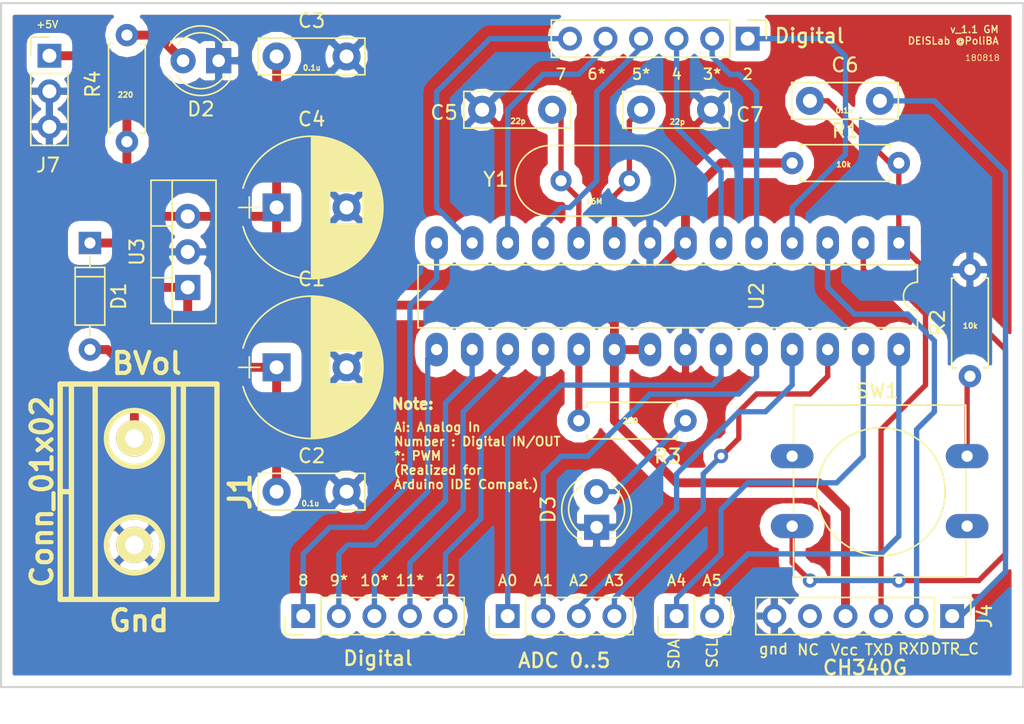
<source format=kicad_pcb>
(kicad_pcb (version 4) (host pcbnew 4.0.7)

  (general
    (links 61)
    (no_connects 2)
    (area 93.904999 125.654999 167.080001 174.700001)
    (thickness 1.6)
    (drawings 53)
    (tracks 191)
    (zones 0)
    (modules 25)
    (nets 33)
  )

  (page A4)
  (layers
    (0 F.Cu signal)
    (31 B.Cu signal)
    (32 B.Adhes user)
    (33 F.Adhes user)
    (34 B.Paste user)
    (35 F.Paste user)
    (36 B.SilkS user)
    (37 F.SilkS user)
    (38 B.Mask user)
    (39 F.Mask user)
    (40 Dwgs.User user)
    (41 Cmts.User user)
    (42 Eco1.User user)
    (43 Eco2.User user)
    (44 Edge.Cuts user)
    (45 Margin user)
    (46 B.CrtYd user)
    (47 F.CrtYd user)
    (48 B.Fab user)
    (49 F.Fab user)
  )

  (setup
    (last_trace_width 0.635)
    (user_trace_width 0.254)
    (user_trace_width 0.381)
    (user_trace_width 0.508)
    (user_trace_width 0.635)
    (user_trace_width 0.762)
    (user_trace_width 1.016)
    (trace_clearance 0.2)
    (zone_clearance 0.762)
    (zone_45_only yes)
    (trace_min 0.2)
    (segment_width 0.2)
    (edge_width 0.15)
    (via_size 1.016)
    (via_drill 0.508)
    (via_min_size 0)
    (via_min_drill 0)
    (uvia_size 0.3)
    (uvia_drill 0.1)
    (uvias_allowed no)
    (uvia_min_size 0.2)
    (uvia_min_drill 0.1)
    (pcb_text_width 0.3)
    (pcb_text_size 1.5 1.5)
    (mod_edge_width 0.15)
    (mod_text_size 1 1)
    (mod_text_width 0.15)
    (pad_size 1.524 1.524)
    (pad_drill 0.762)
    (pad_to_mask_clearance 0.2)
    (aux_axis_origin 0 0)
    (visible_elements FFFFFF7F)
    (pcbplotparams
      (layerselection 0x00030_80000001)
      (usegerberextensions false)
      (excludeedgelayer true)
      (linewidth 0.100000)
      (plotframeref false)
      (viasonmask false)
      (mode 1)
      (useauxorigin false)
      (hpglpennumber 1)
      (hpglpenspeed 20)
      (hpglpendiameter 15)
      (hpglpenoverlay 2)
      (psnegative false)
      (psa4output false)
      (plotreference true)
      (plotvalue true)
      (plotinvisibletext false)
      (padsonsilk false)
      (subtractmaskfromsilk false)
      (outputformat 1)
      (mirror false)
      (drillshape 1)
      (scaleselection 1)
      (outputdirectory ""))
  )

  (net 0 "")
  (net 1 "Net-(C1-Pad1)")
  (net 2 GND)
  (net 3 VCC)
  (net 4 "Net-(C5-Pad1)")
  (net 5 DTR)
  (net 6 "Net-(C6-Pad2)")
  (net 7 "Net-(C7-Pad1)")
  (net 8 "Net-(D1-Pad2)")
  (net 9 "Net-(D2-Pad2)")
  (net 10 "Net-(D3-Pad2)")
  (net 11 "Net-(J2-Pad1)")
  (net 12 "Net-(J2-Pad2)")
  (net 13 "Net-(J2-Pad3)")
  (net 14 "Net-(J2-Pad4)")
  (net 15 "Net-(J3-Pad1)")
  (net 16 "Net-(J3-Pad2)")
  (net 17 "Net-(J3-Pad3)")
  (net 18 "Net-(J3-Pad4)")
  (net 19 "Net-(J3-Pad5)")
  (net 20 "Net-(J3-Pad6)")
  (net 21 RXD)
  (net 22 TXD)
  (net 23 "Net-(J4-Pad5)")
  (net 24 "Net-(J5-Pad1)")
  (net 25 "Net-(J5-Pad2)")
  (net 26 "Net-(J5-Pad3)")
  (net 27 "Net-(J5-Pad4)")
  (net 28 "Net-(J5-Pad5)")
  (net 29 "Net-(J6-Pad1)")
  (net 30 "Net-(J6-Pad2)")
  (net 31 "Net-(R2-Pad1)")
  (net 32 "Net-(R3-Pad1)")

  (net_class Default "Questo è il gruppo di collegamenti predefinito"
    (clearance 0.2)
    (trace_width 0.25)
    (via_dia 1.016)
    (via_drill 0.508)
    (uvia_dia 0.3)
    (uvia_drill 0.1)
    (add_net DTR)
    (add_net GND)
    (add_net "Net-(C1-Pad1)")
    (add_net "Net-(C5-Pad1)")
    (add_net "Net-(C6-Pad2)")
    (add_net "Net-(C7-Pad1)")
    (add_net "Net-(D1-Pad2)")
    (add_net "Net-(D2-Pad2)")
    (add_net "Net-(D3-Pad2)")
    (add_net "Net-(J2-Pad1)")
    (add_net "Net-(J2-Pad2)")
    (add_net "Net-(J2-Pad3)")
    (add_net "Net-(J2-Pad4)")
    (add_net "Net-(J3-Pad1)")
    (add_net "Net-(J3-Pad2)")
    (add_net "Net-(J3-Pad3)")
    (add_net "Net-(J3-Pad4)")
    (add_net "Net-(J3-Pad5)")
    (add_net "Net-(J3-Pad6)")
    (add_net "Net-(J4-Pad5)")
    (add_net "Net-(J5-Pad1)")
    (add_net "Net-(J5-Pad2)")
    (add_net "Net-(J5-Pad3)")
    (add_net "Net-(J5-Pad4)")
    (add_net "Net-(J5-Pad5)")
    (add_net "Net-(J6-Pad1)")
    (add_net "Net-(J6-Pad2)")
    (add_net "Net-(R2-Pad1)")
    (add_net "Net-(R3-Pad1)")
    (add_net RXD)
    (add_net TXD)
    (add_net VCC)
  )

  (module Capacitors_THT:CP_Radial_D10.0mm_P5.00mm (layer F.Cu) (tedit 597BC7C2) (tstamp 5B7846A7)
    (at 113.665 151.765)
    (descr "CP, Radial series, Radial, pin pitch=5.00mm, , diameter=10mm, Electrolytic Capacitor")
    (tags "CP Radial series Radial pin pitch 5.00mm  diameter 10mm Electrolytic Capacitor")
    (path /5B76FB4E)
    (fp_text reference C1 (at 2.5 -6.31) (layer F.SilkS)
      (effects (font (size 1 1) (thickness 0.15)))
    )
    (fp_text value 10u (at 2.5 6.31) (layer F.Fab)
      (effects (font (size 1 1) (thickness 0.15)))
    )
    (fp_arc (start 2.5 0) (end -2.399357 -1.38) (angle 148.5) (layer F.SilkS) (width 0.12))
    (fp_arc (start 2.5 0) (end -2.399357 1.38) (angle -148.5) (layer F.SilkS) (width 0.12))
    (fp_arc (start 2.5 0) (end 7.399357 -1.38) (angle 31.5) (layer F.SilkS) (width 0.12))
    (fp_circle (center 2.5 0) (end 7.5 0) (layer F.Fab) (width 0.1))
    (fp_line (start -2.7 0) (end -1.2 0) (layer F.Fab) (width 0.1))
    (fp_line (start -1.95 -0.75) (end -1.95 0.75) (layer F.Fab) (width 0.1))
    (fp_line (start 2.5 -5.05) (end 2.5 5.05) (layer F.SilkS) (width 0.12))
    (fp_line (start 2.54 -5.05) (end 2.54 5.05) (layer F.SilkS) (width 0.12))
    (fp_line (start 2.58 -5.05) (end 2.58 5.05) (layer F.SilkS) (width 0.12))
    (fp_line (start 2.62 -5.049) (end 2.62 5.049) (layer F.SilkS) (width 0.12))
    (fp_line (start 2.66 -5.048) (end 2.66 5.048) (layer F.SilkS) (width 0.12))
    (fp_line (start 2.7 -5.047) (end 2.7 5.047) (layer F.SilkS) (width 0.12))
    (fp_line (start 2.74 -5.045) (end 2.74 5.045) (layer F.SilkS) (width 0.12))
    (fp_line (start 2.78 -5.043) (end 2.78 5.043) (layer F.SilkS) (width 0.12))
    (fp_line (start 2.82 -5.04) (end 2.82 5.04) (layer F.SilkS) (width 0.12))
    (fp_line (start 2.86 -5.038) (end 2.86 5.038) (layer F.SilkS) (width 0.12))
    (fp_line (start 2.9 -5.035) (end 2.9 5.035) (layer F.SilkS) (width 0.12))
    (fp_line (start 2.94 -5.031) (end 2.94 5.031) (layer F.SilkS) (width 0.12))
    (fp_line (start 2.98 -5.028) (end 2.98 5.028) (layer F.SilkS) (width 0.12))
    (fp_line (start 3.02 -5.024) (end 3.02 5.024) (layer F.SilkS) (width 0.12))
    (fp_line (start 3.06 -5.02) (end 3.06 5.02) (layer F.SilkS) (width 0.12))
    (fp_line (start 3.1 -5.015) (end 3.1 5.015) (layer F.SilkS) (width 0.12))
    (fp_line (start 3.14 -5.01) (end 3.14 5.01) (layer F.SilkS) (width 0.12))
    (fp_line (start 3.18 -5.005) (end 3.18 5.005) (layer F.SilkS) (width 0.12))
    (fp_line (start 3.221 -4.999) (end 3.221 4.999) (layer F.SilkS) (width 0.12))
    (fp_line (start 3.261 -4.993) (end 3.261 4.993) (layer F.SilkS) (width 0.12))
    (fp_line (start 3.301 -4.987) (end 3.301 4.987) (layer F.SilkS) (width 0.12))
    (fp_line (start 3.341 -4.981) (end 3.341 4.981) (layer F.SilkS) (width 0.12))
    (fp_line (start 3.381 -4.974) (end 3.381 4.974) (layer F.SilkS) (width 0.12))
    (fp_line (start 3.421 -4.967) (end 3.421 4.967) (layer F.SilkS) (width 0.12))
    (fp_line (start 3.461 -4.959) (end 3.461 4.959) (layer F.SilkS) (width 0.12))
    (fp_line (start 3.501 -4.951) (end 3.501 4.951) (layer F.SilkS) (width 0.12))
    (fp_line (start 3.541 -4.943) (end 3.541 4.943) (layer F.SilkS) (width 0.12))
    (fp_line (start 3.581 -4.935) (end 3.581 4.935) (layer F.SilkS) (width 0.12))
    (fp_line (start 3.621 -4.926) (end 3.621 4.926) (layer F.SilkS) (width 0.12))
    (fp_line (start 3.661 -4.917) (end 3.661 4.917) (layer F.SilkS) (width 0.12))
    (fp_line (start 3.701 -4.907) (end 3.701 4.907) (layer F.SilkS) (width 0.12))
    (fp_line (start 3.741 -4.897) (end 3.741 4.897) (layer F.SilkS) (width 0.12))
    (fp_line (start 3.781 -4.887) (end 3.781 4.887) (layer F.SilkS) (width 0.12))
    (fp_line (start 3.821 -4.876) (end 3.821 -1.181) (layer F.SilkS) (width 0.12))
    (fp_line (start 3.821 1.181) (end 3.821 4.876) (layer F.SilkS) (width 0.12))
    (fp_line (start 3.861 -4.865) (end 3.861 -1.181) (layer F.SilkS) (width 0.12))
    (fp_line (start 3.861 1.181) (end 3.861 4.865) (layer F.SilkS) (width 0.12))
    (fp_line (start 3.901 -4.854) (end 3.901 -1.181) (layer F.SilkS) (width 0.12))
    (fp_line (start 3.901 1.181) (end 3.901 4.854) (layer F.SilkS) (width 0.12))
    (fp_line (start 3.941 -4.843) (end 3.941 -1.181) (layer F.SilkS) (width 0.12))
    (fp_line (start 3.941 1.181) (end 3.941 4.843) (layer F.SilkS) (width 0.12))
    (fp_line (start 3.981 -4.831) (end 3.981 -1.181) (layer F.SilkS) (width 0.12))
    (fp_line (start 3.981 1.181) (end 3.981 4.831) (layer F.SilkS) (width 0.12))
    (fp_line (start 4.021 -4.818) (end 4.021 -1.181) (layer F.SilkS) (width 0.12))
    (fp_line (start 4.021 1.181) (end 4.021 4.818) (layer F.SilkS) (width 0.12))
    (fp_line (start 4.061 -4.806) (end 4.061 -1.181) (layer F.SilkS) (width 0.12))
    (fp_line (start 4.061 1.181) (end 4.061 4.806) (layer F.SilkS) (width 0.12))
    (fp_line (start 4.101 -4.792) (end 4.101 -1.181) (layer F.SilkS) (width 0.12))
    (fp_line (start 4.101 1.181) (end 4.101 4.792) (layer F.SilkS) (width 0.12))
    (fp_line (start 4.141 -4.779) (end 4.141 -1.181) (layer F.SilkS) (width 0.12))
    (fp_line (start 4.141 1.181) (end 4.141 4.779) (layer F.SilkS) (width 0.12))
    (fp_line (start 4.181 -4.765) (end 4.181 -1.181) (layer F.SilkS) (width 0.12))
    (fp_line (start 4.181 1.181) (end 4.181 4.765) (layer F.SilkS) (width 0.12))
    (fp_line (start 4.221 -4.751) (end 4.221 -1.181) (layer F.SilkS) (width 0.12))
    (fp_line (start 4.221 1.181) (end 4.221 4.751) (layer F.SilkS) (width 0.12))
    (fp_line (start 4.261 -4.737) (end 4.261 -1.181) (layer F.SilkS) (width 0.12))
    (fp_line (start 4.261 1.181) (end 4.261 4.737) (layer F.SilkS) (width 0.12))
    (fp_line (start 4.301 -4.722) (end 4.301 -1.181) (layer F.SilkS) (width 0.12))
    (fp_line (start 4.301 1.181) (end 4.301 4.722) (layer F.SilkS) (width 0.12))
    (fp_line (start 4.341 -4.706) (end 4.341 -1.181) (layer F.SilkS) (width 0.12))
    (fp_line (start 4.341 1.181) (end 4.341 4.706) (layer F.SilkS) (width 0.12))
    (fp_line (start 4.381 -4.691) (end 4.381 -1.181) (layer F.SilkS) (width 0.12))
    (fp_line (start 4.381 1.181) (end 4.381 4.691) (layer F.SilkS) (width 0.12))
    (fp_line (start 4.421 -4.674) (end 4.421 -1.181) (layer F.SilkS) (width 0.12))
    (fp_line (start 4.421 1.181) (end 4.421 4.674) (layer F.SilkS) (width 0.12))
    (fp_line (start 4.461 -4.658) (end 4.461 -1.181) (layer F.SilkS) (width 0.12))
    (fp_line (start 4.461 1.181) (end 4.461 4.658) (layer F.SilkS) (width 0.12))
    (fp_line (start 4.501 -4.641) (end 4.501 -1.181) (layer F.SilkS) (width 0.12))
    (fp_line (start 4.501 1.181) (end 4.501 4.641) (layer F.SilkS) (width 0.12))
    (fp_line (start 4.541 -4.624) (end 4.541 -1.181) (layer F.SilkS) (width 0.12))
    (fp_line (start 4.541 1.181) (end 4.541 4.624) (layer F.SilkS) (width 0.12))
    (fp_line (start 4.581 -4.606) (end 4.581 -1.181) (layer F.SilkS) (width 0.12))
    (fp_line (start 4.581 1.181) (end 4.581 4.606) (layer F.SilkS) (width 0.12))
    (fp_line (start 4.621 -4.588) (end 4.621 -1.181) (layer F.SilkS) (width 0.12))
    (fp_line (start 4.621 1.181) (end 4.621 4.588) (layer F.SilkS) (width 0.12))
    (fp_line (start 4.661 -4.569) (end 4.661 -1.181) (layer F.SilkS) (width 0.12))
    (fp_line (start 4.661 1.181) (end 4.661 4.569) (layer F.SilkS) (width 0.12))
    (fp_line (start 4.701 -4.55) (end 4.701 -1.181) (layer F.SilkS) (width 0.12))
    (fp_line (start 4.701 1.181) (end 4.701 4.55) (layer F.SilkS) (width 0.12))
    (fp_line (start 4.741 -4.531) (end 4.741 -1.181) (layer F.SilkS) (width 0.12))
    (fp_line (start 4.741 1.181) (end 4.741 4.531) (layer F.SilkS) (width 0.12))
    (fp_line (start 4.781 -4.511) (end 4.781 -1.181) (layer F.SilkS) (width 0.12))
    (fp_line (start 4.781 1.181) (end 4.781 4.511) (layer F.SilkS) (width 0.12))
    (fp_line (start 4.821 -4.491) (end 4.821 -1.181) (layer F.SilkS) (width 0.12))
    (fp_line (start 4.821 1.181) (end 4.821 4.491) (layer F.SilkS) (width 0.12))
    (fp_line (start 4.861 -4.47) (end 4.861 -1.181) (layer F.SilkS) (width 0.12))
    (fp_line (start 4.861 1.181) (end 4.861 4.47) (layer F.SilkS) (width 0.12))
    (fp_line (start 4.901 -4.449) (end 4.901 -1.181) (layer F.SilkS) (width 0.12))
    (fp_line (start 4.901 1.181) (end 4.901 4.449) (layer F.SilkS) (width 0.12))
    (fp_line (start 4.941 -4.428) (end 4.941 -1.181) (layer F.SilkS) (width 0.12))
    (fp_line (start 4.941 1.181) (end 4.941 4.428) (layer F.SilkS) (width 0.12))
    (fp_line (start 4.981 -4.405) (end 4.981 -1.181) (layer F.SilkS) (width 0.12))
    (fp_line (start 4.981 1.181) (end 4.981 4.405) (layer F.SilkS) (width 0.12))
    (fp_line (start 5.021 -4.383) (end 5.021 -1.181) (layer F.SilkS) (width 0.12))
    (fp_line (start 5.021 1.181) (end 5.021 4.383) (layer F.SilkS) (width 0.12))
    (fp_line (start 5.061 -4.36) (end 5.061 -1.181) (layer F.SilkS) (width 0.12))
    (fp_line (start 5.061 1.181) (end 5.061 4.36) (layer F.SilkS) (width 0.12))
    (fp_line (start 5.101 -4.336) (end 5.101 -1.181) (layer F.SilkS) (width 0.12))
    (fp_line (start 5.101 1.181) (end 5.101 4.336) (layer F.SilkS) (width 0.12))
    (fp_line (start 5.141 -4.312) (end 5.141 -1.181) (layer F.SilkS) (width 0.12))
    (fp_line (start 5.141 1.181) (end 5.141 4.312) (layer F.SilkS) (width 0.12))
    (fp_line (start 5.181 -4.288) (end 5.181 -1.181) (layer F.SilkS) (width 0.12))
    (fp_line (start 5.181 1.181) (end 5.181 4.288) (layer F.SilkS) (width 0.12))
    (fp_line (start 5.221 -4.263) (end 5.221 -1.181) (layer F.SilkS) (width 0.12))
    (fp_line (start 5.221 1.181) (end 5.221 4.263) (layer F.SilkS) (width 0.12))
    (fp_line (start 5.261 -4.237) (end 5.261 -1.181) (layer F.SilkS) (width 0.12))
    (fp_line (start 5.261 1.181) (end 5.261 4.237) (layer F.SilkS) (width 0.12))
    (fp_line (start 5.301 -4.211) (end 5.301 -1.181) (layer F.SilkS) (width 0.12))
    (fp_line (start 5.301 1.181) (end 5.301 4.211) (layer F.SilkS) (width 0.12))
    (fp_line (start 5.341 -4.185) (end 5.341 -1.181) (layer F.SilkS) (width 0.12))
    (fp_line (start 5.341 1.181) (end 5.341 4.185) (layer F.SilkS) (width 0.12))
    (fp_line (start 5.381 -4.157) (end 5.381 -1.181) (layer F.SilkS) (width 0.12))
    (fp_line (start 5.381 1.181) (end 5.381 4.157) (layer F.SilkS) (width 0.12))
    (fp_line (start 5.421 -4.13) (end 5.421 -1.181) (layer F.SilkS) (width 0.12))
    (fp_line (start 5.421 1.181) (end 5.421 4.13) (layer F.SilkS) (width 0.12))
    (fp_line (start 5.461 -4.101) (end 5.461 -1.181) (layer F.SilkS) (width 0.12))
    (fp_line (start 5.461 1.181) (end 5.461 4.101) (layer F.SilkS) (width 0.12))
    (fp_line (start 5.501 -4.072) (end 5.501 -1.181) (layer F.SilkS) (width 0.12))
    (fp_line (start 5.501 1.181) (end 5.501 4.072) (layer F.SilkS) (width 0.12))
    (fp_line (start 5.541 -4.043) (end 5.541 -1.181) (layer F.SilkS) (width 0.12))
    (fp_line (start 5.541 1.181) (end 5.541 4.043) (layer F.SilkS) (width 0.12))
    (fp_line (start 5.581 -4.013) (end 5.581 -1.181) (layer F.SilkS) (width 0.12))
    (fp_line (start 5.581 1.181) (end 5.581 4.013) (layer F.SilkS) (width 0.12))
    (fp_line (start 5.621 -3.982) (end 5.621 -1.181) (layer F.SilkS) (width 0.12))
    (fp_line (start 5.621 1.181) (end 5.621 3.982) (layer F.SilkS) (width 0.12))
    (fp_line (start 5.661 -3.951) (end 5.661 -1.181) (layer F.SilkS) (width 0.12))
    (fp_line (start 5.661 1.181) (end 5.661 3.951) (layer F.SilkS) (width 0.12))
    (fp_line (start 5.701 -3.919) (end 5.701 -1.181) (layer F.SilkS) (width 0.12))
    (fp_line (start 5.701 1.181) (end 5.701 3.919) (layer F.SilkS) (width 0.12))
    (fp_line (start 5.741 -3.886) (end 5.741 -1.181) (layer F.SilkS) (width 0.12))
    (fp_line (start 5.741 1.181) (end 5.741 3.886) (layer F.SilkS) (width 0.12))
    (fp_line (start 5.781 -3.853) (end 5.781 -1.181) (layer F.SilkS) (width 0.12))
    (fp_line (start 5.781 1.181) (end 5.781 3.853) (layer F.SilkS) (width 0.12))
    (fp_line (start 5.821 -3.819) (end 5.821 -1.181) (layer F.SilkS) (width 0.12))
    (fp_line (start 5.821 1.181) (end 5.821 3.819) (layer F.SilkS) (width 0.12))
    (fp_line (start 5.861 -3.784) (end 5.861 -1.181) (layer F.SilkS) (width 0.12))
    (fp_line (start 5.861 1.181) (end 5.861 3.784) (layer F.SilkS) (width 0.12))
    (fp_line (start 5.901 -3.748) (end 5.901 -1.181) (layer F.SilkS) (width 0.12))
    (fp_line (start 5.901 1.181) (end 5.901 3.748) (layer F.SilkS) (width 0.12))
    (fp_line (start 5.941 -3.712) (end 5.941 -1.181) (layer F.SilkS) (width 0.12))
    (fp_line (start 5.941 1.181) (end 5.941 3.712) (layer F.SilkS) (width 0.12))
    (fp_line (start 5.981 -3.675) (end 5.981 -1.181) (layer F.SilkS) (width 0.12))
    (fp_line (start 5.981 1.181) (end 5.981 3.675) (layer F.SilkS) (width 0.12))
    (fp_line (start 6.021 -3.637) (end 6.021 -1.181) (layer F.SilkS) (width 0.12))
    (fp_line (start 6.021 1.181) (end 6.021 3.637) (layer F.SilkS) (width 0.12))
    (fp_line (start 6.061 -3.598) (end 6.061 -1.181) (layer F.SilkS) (width 0.12))
    (fp_line (start 6.061 1.181) (end 6.061 3.598) (layer F.SilkS) (width 0.12))
    (fp_line (start 6.101 -3.559) (end 6.101 -1.181) (layer F.SilkS) (width 0.12))
    (fp_line (start 6.101 1.181) (end 6.101 3.559) (layer F.SilkS) (width 0.12))
    (fp_line (start 6.141 -3.518) (end 6.141 -1.181) (layer F.SilkS) (width 0.12))
    (fp_line (start 6.141 1.181) (end 6.141 3.518) (layer F.SilkS) (width 0.12))
    (fp_line (start 6.181 -3.477) (end 6.181 3.477) (layer F.SilkS) (width 0.12))
    (fp_line (start 6.221 -3.435) (end 6.221 3.435) (layer F.SilkS) (width 0.12))
    (fp_line (start 6.261 -3.391) (end 6.261 3.391) (layer F.SilkS) (width 0.12))
    (fp_line (start 6.301 -3.347) (end 6.301 3.347) (layer F.SilkS) (width 0.12))
    (fp_line (start 6.341 -3.302) (end 6.341 3.302) (layer F.SilkS) (width 0.12))
    (fp_line (start 6.381 -3.255) (end 6.381 3.255) (layer F.SilkS) (width 0.12))
    (fp_line (start 6.421 -3.207) (end 6.421 3.207) (layer F.SilkS) (width 0.12))
    (fp_line (start 6.461 -3.158) (end 6.461 3.158) (layer F.SilkS) (width 0.12))
    (fp_line (start 6.501 -3.108) (end 6.501 3.108) (layer F.SilkS) (width 0.12))
    (fp_line (start 6.541 -3.057) (end 6.541 3.057) (layer F.SilkS) (width 0.12))
    (fp_line (start 6.581 -3.004) (end 6.581 3.004) (layer F.SilkS) (width 0.12))
    (fp_line (start 6.621 -2.949) (end 6.621 2.949) (layer F.SilkS) (width 0.12))
    (fp_line (start 6.661 -2.894) (end 6.661 2.894) (layer F.SilkS) (width 0.12))
    (fp_line (start 6.701 -2.836) (end 6.701 2.836) (layer F.SilkS) (width 0.12))
    (fp_line (start 6.741 -2.777) (end 6.741 2.777) (layer F.SilkS) (width 0.12))
    (fp_line (start 6.781 -2.715) (end 6.781 2.715) (layer F.SilkS) (width 0.12))
    (fp_line (start 6.821 -2.652) (end 6.821 2.652) (layer F.SilkS) (width 0.12))
    (fp_line (start 6.861 -2.587) (end 6.861 2.587) (layer F.SilkS) (width 0.12))
    (fp_line (start 6.901 -2.519) (end 6.901 2.519) (layer F.SilkS) (width 0.12))
    (fp_line (start 6.941 -2.449) (end 6.941 2.449) (layer F.SilkS) (width 0.12))
    (fp_line (start 6.981 -2.377) (end 6.981 2.377) (layer F.SilkS) (width 0.12))
    (fp_line (start 7.021 -2.301) (end 7.021 2.301) (layer F.SilkS) (width 0.12))
    (fp_line (start 7.061 -2.222) (end 7.061 2.222) (layer F.SilkS) (width 0.12))
    (fp_line (start 7.101 -2.14) (end 7.101 2.14) (layer F.SilkS) (width 0.12))
    (fp_line (start 7.141 -2.053) (end 7.141 2.053) (layer F.SilkS) (width 0.12))
    (fp_line (start 7.181 -1.962) (end 7.181 1.962) (layer F.SilkS) (width 0.12))
    (fp_line (start 7.221 -1.866) (end 7.221 1.866) (layer F.SilkS) (width 0.12))
    (fp_line (start 7.261 -1.763) (end 7.261 1.763) (layer F.SilkS) (width 0.12))
    (fp_line (start 7.301 -1.654) (end 7.301 1.654) (layer F.SilkS) (width 0.12))
    (fp_line (start 7.341 -1.536) (end 7.341 1.536) (layer F.SilkS) (width 0.12))
    (fp_line (start 7.381 -1.407) (end 7.381 1.407) (layer F.SilkS) (width 0.12))
    (fp_line (start 7.421 -1.265) (end 7.421 1.265) (layer F.SilkS) (width 0.12))
    (fp_line (start 7.461 -1.104) (end 7.461 1.104) (layer F.SilkS) (width 0.12))
    (fp_line (start 7.501 -0.913) (end 7.501 0.913) (layer F.SilkS) (width 0.12))
    (fp_line (start 7.541 -0.672) (end 7.541 0.672) (layer F.SilkS) (width 0.12))
    (fp_line (start 7.581 -0.279) (end 7.581 0.279) (layer F.SilkS) (width 0.12))
    (fp_line (start -2.7 0) (end -1.2 0) (layer F.SilkS) (width 0.12))
    (fp_line (start -1.95 -0.75) (end -1.95 0.75) (layer F.SilkS) (width 0.12))
    (fp_line (start -2.85 -5.35) (end -2.85 5.35) (layer F.CrtYd) (width 0.05))
    (fp_line (start -2.85 5.35) (end 7.85 5.35) (layer F.CrtYd) (width 0.05))
    (fp_line (start 7.85 5.35) (end 7.85 -5.35) (layer F.CrtYd) (width 0.05))
    (fp_line (start 7.85 -5.35) (end -2.85 -5.35) (layer F.CrtYd) (width 0.05))
    (fp_text user %R (at 2.5 0) (layer F.Fab)
      (effects (font (size 1 1) (thickness 0.15)))
    )
    (pad 1 thru_hole rect (at 0 0) (size 2 2) (drill 1) (layers *.Cu *.Mask)
      (net 1 "Net-(C1-Pad1)"))
    (pad 2 thru_hole circle (at 5 0) (size 2 2) (drill 1) (layers *.Cu *.Mask)
      (net 2 GND))
    (model ${KISYS3DMOD}/Capacitors_THT.3dshapes/CP_Radial_D10.0mm_P5.00mm.wrl
      (at (xyz 0 0 0))
      (scale (xyz 1 1 1))
      (rotate (xyz 0 0 0))
    )
  )

  (module Capacitors_THT:C_Disc_D7.5mm_W2.5mm_P5.00mm (layer F.Cu) (tedit 597BC7C2) (tstamp 5B7846AD)
    (at 113.665 160.655)
    (descr "C, Disc series, Radial, pin pitch=5.00mm, , diameter*width=7.5*2.5mm^2, Capacitor, http://www.vishay.com/docs/28535/vy2series.pdf")
    (tags "C Disc series Radial pin pitch 5.00mm  diameter 7.5mm width 2.5mm Capacitor")
    (path /5B76F857)
    (fp_text reference C2 (at 2.5 -2.56) (layer F.SilkS)
      (effects (font (size 1 1) (thickness 0.15)))
    )
    (fp_text value 0.1u (at 2.5 2.56) (layer F.Fab)
      (effects (font (size 1 1) (thickness 0.15)))
    )
    (fp_line (start -1.25 -1.25) (end -1.25 1.25) (layer F.Fab) (width 0.1))
    (fp_line (start -1.25 1.25) (end 6.25 1.25) (layer F.Fab) (width 0.1))
    (fp_line (start 6.25 1.25) (end 6.25 -1.25) (layer F.Fab) (width 0.1))
    (fp_line (start 6.25 -1.25) (end -1.25 -1.25) (layer F.Fab) (width 0.1))
    (fp_line (start -1.31 -1.31) (end 6.31 -1.31) (layer F.SilkS) (width 0.12))
    (fp_line (start -1.31 1.31) (end 6.31 1.31) (layer F.SilkS) (width 0.12))
    (fp_line (start -1.31 -1.31) (end -1.31 1.31) (layer F.SilkS) (width 0.12))
    (fp_line (start 6.31 -1.31) (end 6.31 1.31) (layer F.SilkS) (width 0.12))
    (fp_line (start -1.6 -1.6) (end -1.6 1.6) (layer F.CrtYd) (width 0.05))
    (fp_line (start -1.6 1.6) (end 6.6 1.6) (layer F.CrtYd) (width 0.05))
    (fp_line (start 6.6 1.6) (end 6.6 -1.6) (layer F.CrtYd) (width 0.05))
    (fp_line (start 6.6 -1.6) (end -1.6 -1.6) (layer F.CrtYd) (width 0.05))
    (fp_text user %R (at 2.5 0) (layer F.Fab)
      (effects (font (size 1 1) (thickness 0.15)))
    )
    (pad 1 thru_hole circle (at 0 0) (size 2 2) (drill 1) (layers *.Cu *.Mask)
      (net 1 "Net-(C1-Pad1)"))
    (pad 2 thru_hole circle (at 5 0) (size 2 2) (drill 1) (layers *.Cu *.Mask)
      (net 2 GND))
    (model ${KISYS3DMOD}/Capacitors_THT.3dshapes/C_Disc_D7.5mm_W2.5mm_P5.00mm.wrl
      (at (xyz 0 0 0))
      (scale (xyz 1 1 1))
      (rotate (xyz 0 0 0))
    )
  )

  (module Capacitors_THT:C_Disc_D7.5mm_W2.5mm_P5.00mm (layer F.Cu) (tedit 597BC7C2) (tstamp 5B7846B3)
    (at 113.665 129.54)
    (descr "C, Disc series, Radial, pin pitch=5.00mm, , diameter*width=7.5*2.5mm^2, Capacitor, http://www.vishay.com/docs/28535/vy2series.pdf")
    (tags "C Disc series Radial pin pitch 5.00mm  diameter 7.5mm width 2.5mm Capacitor")
    (path /5B76FA53)
    (fp_text reference C3 (at 2.5 -2.56) (layer F.SilkS)
      (effects (font (size 1 1) (thickness 0.15)))
    )
    (fp_text value 0.1u (at 2.5 2.56) (layer F.Fab)
      (effects (font (size 1 1) (thickness 0.15)))
    )
    (fp_line (start -1.25 -1.25) (end -1.25 1.25) (layer F.Fab) (width 0.1))
    (fp_line (start -1.25 1.25) (end 6.25 1.25) (layer F.Fab) (width 0.1))
    (fp_line (start 6.25 1.25) (end 6.25 -1.25) (layer F.Fab) (width 0.1))
    (fp_line (start 6.25 -1.25) (end -1.25 -1.25) (layer F.Fab) (width 0.1))
    (fp_line (start -1.31 -1.31) (end 6.31 -1.31) (layer F.SilkS) (width 0.12))
    (fp_line (start -1.31 1.31) (end 6.31 1.31) (layer F.SilkS) (width 0.12))
    (fp_line (start -1.31 -1.31) (end -1.31 1.31) (layer F.SilkS) (width 0.12))
    (fp_line (start 6.31 -1.31) (end 6.31 1.31) (layer F.SilkS) (width 0.12))
    (fp_line (start -1.6 -1.6) (end -1.6 1.6) (layer F.CrtYd) (width 0.05))
    (fp_line (start -1.6 1.6) (end 6.6 1.6) (layer F.CrtYd) (width 0.05))
    (fp_line (start 6.6 1.6) (end 6.6 -1.6) (layer F.CrtYd) (width 0.05))
    (fp_line (start 6.6 -1.6) (end -1.6 -1.6) (layer F.CrtYd) (width 0.05))
    (fp_text user %R (at 2.5 0) (layer F.Fab)
      (effects (font (size 1 1) (thickness 0.15)))
    )
    (pad 1 thru_hole circle (at 0 0) (size 2 2) (drill 1) (layers *.Cu *.Mask)
      (net 3 VCC))
    (pad 2 thru_hole circle (at 5 0) (size 2 2) (drill 1) (layers *.Cu *.Mask)
      (net 2 GND))
    (model ${KISYS3DMOD}/Capacitors_THT.3dshapes/C_Disc_D7.5mm_W2.5mm_P5.00mm.wrl
      (at (xyz 0 0 0))
      (scale (xyz 1 1 1))
      (rotate (xyz 0 0 0))
    )
  )

  (module Capacitors_THT:CP_Radial_D10.0mm_P5.00mm (layer F.Cu) (tedit 597BC7C2) (tstamp 5B7846B9)
    (at 113.665 140.335)
    (descr "CP, Radial series, Radial, pin pitch=5.00mm, , diameter=10mm, Electrolytic Capacitor")
    (tags "CP Radial series Radial pin pitch 5.00mm  diameter 10mm Electrolytic Capacitor")
    (path /5B76FA73)
    (fp_text reference C4 (at 2.5 -6.31) (layer F.SilkS)
      (effects (font (size 1 1) (thickness 0.15)))
    )
    (fp_text value 10u (at 2.5 6.31) (layer F.Fab)
      (effects (font (size 1 1) (thickness 0.15)))
    )
    (fp_arc (start 2.5 0) (end -2.399357 -1.38) (angle 148.5) (layer F.SilkS) (width 0.12))
    (fp_arc (start 2.5 0) (end -2.399357 1.38) (angle -148.5) (layer F.SilkS) (width 0.12))
    (fp_arc (start 2.5 0) (end 7.399357 -1.38) (angle 31.5) (layer F.SilkS) (width 0.12))
    (fp_circle (center 2.5 0) (end 7.5 0) (layer F.Fab) (width 0.1))
    (fp_line (start -2.7 0) (end -1.2 0) (layer F.Fab) (width 0.1))
    (fp_line (start -1.95 -0.75) (end -1.95 0.75) (layer F.Fab) (width 0.1))
    (fp_line (start 2.5 -5.05) (end 2.5 5.05) (layer F.SilkS) (width 0.12))
    (fp_line (start 2.54 -5.05) (end 2.54 5.05) (layer F.SilkS) (width 0.12))
    (fp_line (start 2.58 -5.05) (end 2.58 5.05) (layer F.SilkS) (width 0.12))
    (fp_line (start 2.62 -5.049) (end 2.62 5.049) (layer F.SilkS) (width 0.12))
    (fp_line (start 2.66 -5.048) (end 2.66 5.048) (layer F.SilkS) (width 0.12))
    (fp_line (start 2.7 -5.047) (end 2.7 5.047) (layer F.SilkS) (width 0.12))
    (fp_line (start 2.74 -5.045) (end 2.74 5.045) (layer F.SilkS) (width 0.12))
    (fp_line (start 2.78 -5.043) (end 2.78 5.043) (layer F.SilkS) (width 0.12))
    (fp_line (start 2.82 -5.04) (end 2.82 5.04) (layer F.SilkS) (width 0.12))
    (fp_line (start 2.86 -5.038) (end 2.86 5.038) (layer F.SilkS) (width 0.12))
    (fp_line (start 2.9 -5.035) (end 2.9 5.035) (layer F.SilkS) (width 0.12))
    (fp_line (start 2.94 -5.031) (end 2.94 5.031) (layer F.SilkS) (width 0.12))
    (fp_line (start 2.98 -5.028) (end 2.98 5.028) (layer F.SilkS) (width 0.12))
    (fp_line (start 3.02 -5.024) (end 3.02 5.024) (layer F.SilkS) (width 0.12))
    (fp_line (start 3.06 -5.02) (end 3.06 5.02) (layer F.SilkS) (width 0.12))
    (fp_line (start 3.1 -5.015) (end 3.1 5.015) (layer F.SilkS) (width 0.12))
    (fp_line (start 3.14 -5.01) (end 3.14 5.01) (layer F.SilkS) (width 0.12))
    (fp_line (start 3.18 -5.005) (end 3.18 5.005) (layer F.SilkS) (width 0.12))
    (fp_line (start 3.221 -4.999) (end 3.221 4.999) (layer F.SilkS) (width 0.12))
    (fp_line (start 3.261 -4.993) (end 3.261 4.993) (layer F.SilkS) (width 0.12))
    (fp_line (start 3.301 -4.987) (end 3.301 4.987) (layer F.SilkS) (width 0.12))
    (fp_line (start 3.341 -4.981) (end 3.341 4.981) (layer F.SilkS) (width 0.12))
    (fp_line (start 3.381 -4.974) (end 3.381 4.974) (layer F.SilkS) (width 0.12))
    (fp_line (start 3.421 -4.967) (end 3.421 4.967) (layer F.SilkS) (width 0.12))
    (fp_line (start 3.461 -4.959) (end 3.461 4.959) (layer F.SilkS) (width 0.12))
    (fp_line (start 3.501 -4.951) (end 3.501 4.951) (layer F.SilkS) (width 0.12))
    (fp_line (start 3.541 -4.943) (end 3.541 4.943) (layer F.SilkS) (width 0.12))
    (fp_line (start 3.581 -4.935) (end 3.581 4.935) (layer F.SilkS) (width 0.12))
    (fp_line (start 3.621 -4.926) (end 3.621 4.926) (layer F.SilkS) (width 0.12))
    (fp_line (start 3.661 -4.917) (end 3.661 4.917) (layer F.SilkS) (width 0.12))
    (fp_line (start 3.701 -4.907) (end 3.701 4.907) (layer F.SilkS) (width 0.12))
    (fp_line (start 3.741 -4.897) (end 3.741 4.897) (layer F.SilkS) (width 0.12))
    (fp_line (start 3.781 -4.887) (end 3.781 4.887) (layer F.SilkS) (width 0.12))
    (fp_line (start 3.821 -4.876) (end 3.821 -1.181) (layer F.SilkS) (width 0.12))
    (fp_line (start 3.821 1.181) (end 3.821 4.876) (layer F.SilkS) (width 0.12))
    (fp_line (start 3.861 -4.865) (end 3.861 -1.181) (layer F.SilkS) (width 0.12))
    (fp_line (start 3.861 1.181) (end 3.861 4.865) (layer F.SilkS) (width 0.12))
    (fp_line (start 3.901 -4.854) (end 3.901 -1.181) (layer F.SilkS) (width 0.12))
    (fp_line (start 3.901 1.181) (end 3.901 4.854) (layer F.SilkS) (width 0.12))
    (fp_line (start 3.941 -4.843) (end 3.941 -1.181) (layer F.SilkS) (width 0.12))
    (fp_line (start 3.941 1.181) (end 3.941 4.843) (layer F.SilkS) (width 0.12))
    (fp_line (start 3.981 -4.831) (end 3.981 -1.181) (layer F.SilkS) (width 0.12))
    (fp_line (start 3.981 1.181) (end 3.981 4.831) (layer F.SilkS) (width 0.12))
    (fp_line (start 4.021 -4.818) (end 4.021 -1.181) (layer F.SilkS) (width 0.12))
    (fp_line (start 4.021 1.181) (end 4.021 4.818) (layer F.SilkS) (width 0.12))
    (fp_line (start 4.061 -4.806) (end 4.061 -1.181) (layer F.SilkS) (width 0.12))
    (fp_line (start 4.061 1.181) (end 4.061 4.806) (layer F.SilkS) (width 0.12))
    (fp_line (start 4.101 -4.792) (end 4.101 -1.181) (layer F.SilkS) (width 0.12))
    (fp_line (start 4.101 1.181) (end 4.101 4.792) (layer F.SilkS) (width 0.12))
    (fp_line (start 4.141 -4.779) (end 4.141 -1.181) (layer F.SilkS) (width 0.12))
    (fp_line (start 4.141 1.181) (end 4.141 4.779) (layer F.SilkS) (width 0.12))
    (fp_line (start 4.181 -4.765) (end 4.181 -1.181) (layer F.SilkS) (width 0.12))
    (fp_line (start 4.181 1.181) (end 4.181 4.765) (layer F.SilkS) (width 0.12))
    (fp_line (start 4.221 -4.751) (end 4.221 -1.181) (layer F.SilkS) (width 0.12))
    (fp_line (start 4.221 1.181) (end 4.221 4.751) (layer F.SilkS) (width 0.12))
    (fp_line (start 4.261 -4.737) (end 4.261 -1.181) (layer F.SilkS) (width 0.12))
    (fp_line (start 4.261 1.181) (end 4.261 4.737) (layer F.SilkS) (width 0.12))
    (fp_line (start 4.301 -4.722) (end 4.301 -1.181) (layer F.SilkS) (width 0.12))
    (fp_line (start 4.301 1.181) (end 4.301 4.722) (layer F.SilkS) (width 0.12))
    (fp_line (start 4.341 -4.706) (end 4.341 -1.181) (layer F.SilkS) (width 0.12))
    (fp_line (start 4.341 1.181) (end 4.341 4.706) (layer F.SilkS) (width 0.12))
    (fp_line (start 4.381 -4.691) (end 4.381 -1.181) (layer F.SilkS) (width 0.12))
    (fp_line (start 4.381 1.181) (end 4.381 4.691) (layer F.SilkS) (width 0.12))
    (fp_line (start 4.421 -4.674) (end 4.421 -1.181) (layer F.SilkS) (width 0.12))
    (fp_line (start 4.421 1.181) (end 4.421 4.674) (layer F.SilkS) (width 0.12))
    (fp_line (start 4.461 -4.658) (end 4.461 -1.181) (layer F.SilkS) (width 0.12))
    (fp_line (start 4.461 1.181) (end 4.461 4.658) (layer F.SilkS) (width 0.12))
    (fp_line (start 4.501 -4.641) (end 4.501 -1.181) (layer F.SilkS) (width 0.12))
    (fp_line (start 4.501 1.181) (end 4.501 4.641) (layer F.SilkS) (width 0.12))
    (fp_line (start 4.541 -4.624) (end 4.541 -1.181) (layer F.SilkS) (width 0.12))
    (fp_line (start 4.541 1.181) (end 4.541 4.624) (layer F.SilkS) (width 0.12))
    (fp_line (start 4.581 -4.606) (end 4.581 -1.181) (layer F.SilkS) (width 0.12))
    (fp_line (start 4.581 1.181) (end 4.581 4.606) (layer F.SilkS) (width 0.12))
    (fp_line (start 4.621 -4.588) (end 4.621 -1.181) (layer F.SilkS) (width 0.12))
    (fp_line (start 4.621 1.181) (end 4.621 4.588) (layer F.SilkS) (width 0.12))
    (fp_line (start 4.661 -4.569) (end 4.661 -1.181) (layer F.SilkS) (width 0.12))
    (fp_line (start 4.661 1.181) (end 4.661 4.569) (layer F.SilkS) (width 0.12))
    (fp_line (start 4.701 -4.55) (end 4.701 -1.181) (layer F.SilkS) (width 0.12))
    (fp_line (start 4.701 1.181) (end 4.701 4.55) (layer F.SilkS) (width 0.12))
    (fp_line (start 4.741 -4.531) (end 4.741 -1.181) (layer F.SilkS) (width 0.12))
    (fp_line (start 4.741 1.181) (end 4.741 4.531) (layer F.SilkS) (width 0.12))
    (fp_line (start 4.781 -4.511) (end 4.781 -1.181) (layer F.SilkS) (width 0.12))
    (fp_line (start 4.781 1.181) (end 4.781 4.511) (layer F.SilkS) (width 0.12))
    (fp_line (start 4.821 -4.491) (end 4.821 -1.181) (layer F.SilkS) (width 0.12))
    (fp_line (start 4.821 1.181) (end 4.821 4.491) (layer F.SilkS) (width 0.12))
    (fp_line (start 4.861 -4.47) (end 4.861 -1.181) (layer F.SilkS) (width 0.12))
    (fp_line (start 4.861 1.181) (end 4.861 4.47) (layer F.SilkS) (width 0.12))
    (fp_line (start 4.901 -4.449) (end 4.901 -1.181) (layer F.SilkS) (width 0.12))
    (fp_line (start 4.901 1.181) (end 4.901 4.449) (layer F.SilkS) (width 0.12))
    (fp_line (start 4.941 -4.428) (end 4.941 -1.181) (layer F.SilkS) (width 0.12))
    (fp_line (start 4.941 1.181) (end 4.941 4.428) (layer F.SilkS) (width 0.12))
    (fp_line (start 4.981 -4.405) (end 4.981 -1.181) (layer F.SilkS) (width 0.12))
    (fp_line (start 4.981 1.181) (end 4.981 4.405) (layer F.SilkS) (width 0.12))
    (fp_line (start 5.021 -4.383) (end 5.021 -1.181) (layer F.SilkS) (width 0.12))
    (fp_line (start 5.021 1.181) (end 5.021 4.383) (layer F.SilkS) (width 0.12))
    (fp_line (start 5.061 -4.36) (end 5.061 -1.181) (layer F.SilkS) (width 0.12))
    (fp_line (start 5.061 1.181) (end 5.061 4.36) (layer F.SilkS) (width 0.12))
    (fp_line (start 5.101 -4.336) (end 5.101 -1.181) (layer F.SilkS) (width 0.12))
    (fp_line (start 5.101 1.181) (end 5.101 4.336) (layer F.SilkS) (width 0.12))
    (fp_line (start 5.141 -4.312) (end 5.141 -1.181) (layer F.SilkS) (width 0.12))
    (fp_line (start 5.141 1.181) (end 5.141 4.312) (layer F.SilkS) (width 0.12))
    (fp_line (start 5.181 -4.288) (end 5.181 -1.181) (layer F.SilkS) (width 0.12))
    (fp_line (start 5.181 1.181) (end 5.181 4.288) (layer F.SilkS) (width 0.12))
    (fp_line (start 5.221 -4.263) (end 5.221 -1.181) (layer F.SilkS) (width 0.12))
    (fp_line (start 5.221 1.181) (end 5.221 4.263) (layer F.SilkS) (width 0.12))
    (fp_line (start 5.261 -4.237) (end 5.261 -1.181) (layer F.SilkS) (width 0.12))
    (fp_line (start 5.261 1.181) (end 5.261 4.237) (layer F.SilkS) (width 0.12))
    (fp_line (start 5.301 -4.211) (end 5.301 -1.181) (layer F.SilkS) (width 0.12))
    (fp_line (start 5.301 1.181) (end 5.301 4.211) (layer F.SilkS) (width 0.12))
    (fp_line (start 5.341 -4.185) (end 5.341 -1.181) (layer F.SilkS) (width 0.12))
    (fp_line (start 5.341 1.181) (end 5.341 4.185) (layer F.SilkS) (width 0.12))
    (fp_line (start 5.381 -4.157) (end 5.381 -1.181) (layer F.SilkS) (width 0.12))
    (fp_line (start 5.381 1.181) (end 5.381 4.157) (layer F.SilkS) (width 0.12))
    (fp_line (start 5.421 -4.13) (end 5.421 -1.181) (layer F.SilkS) (width 0.12))
    (fp_line (start 5.421 1.181) (end 5.421 4.13) (layer F.SilkS) (width 0.12))
    (fp_line (start 5.461 -4.101) (end 5.461 -1.181) (layer F.SilkS) (width 0.12))
    (fp_line (start 5.461 1.181) (end 5.461 4.101) (layer F.SilkS) (width 0.12))
    (fp_line (start 5.501 -4.072) (end 5.501 -1.181) (layer F.SilkS) (width 0.12))
    (fp_line (start 5.501 1.181) (end 5.501 4.072) (layer F.SilkS) (width 0.12))
    (fp_line (start 5.541 -4.043) (end 5.541 -1.181) (layer F.SilkS) (width 0.12))
    (fp_line (start 5.541 1.181) (end 5.541 4.043) (layer F.SilkS) (width 0.12))
    (fp_line (start 5.581 -4.013) (end 5.581 -1.181) (layer F.SilkS) (width 0.12))
    (fp_line (start 5.581 1.181) (end 5.581 4.013) (layer F.SilkS) (width 0.12))
    (fp_line (start 5.621 -3.982) (end 5.621 -1.181) (layer F.SilkS) (width 0.12))
    (fp_line (start 5.621 1.181) (end 5.621 3.982) (layer F.SilkS) (width 0.12))
    (fp_line (start 5.661 -3.951) (end 5.661 -1.181) (layer F.SilkS) (width 0.12))
    (fp_line (start 5.661 1.181) (end 5.661 3.951) (layer F.SilkS) (width 0.12))
    (fp_line (start 5.701 -3.919) (end 5.701 -1.181) (layer F.SilkS) (width 0.12))
    (fp_line (start 5.701 1.181) (end 5.701 3.919) (layer F.SilkS) (width 0.12))
    (fp_line (start 5.741 -3.886) (end 5.741 -1.181) (layer F.SilkS) (width 0.12))
    (fp_line (start 5.741 1.181) (end 5.741 3.886) (layer F.SilkS) (width 0.12))
    (fp_line (start 5.781 -3.853) (end 5.781 -1.181) (layer F.SilkS) (width 0.12))
    (fp_line (start 5.781 1.181) (end 5.781 3.853) (layer F.SilkS) (width 0.12))
    (fp_line (start 5.821 -3.819) (end 5.821 -1.181) (layer F.SilkS) (width 0.12))
    (fp_line (start 5.821 1.181) (end 5.821 3.819) (layer F.SilkS) (width 0.12))
    (fp_line (start 5.861 -3.784) (end 5.861 -1.181) (layer F.SilkS) (width 0.12))
    (fp_line (start 5.861 1.181) (end 5.861 3.784) (layer F.SilkS) (width 0.12))
    (fp_line (start 5.901 -3.748) (end 5.901 -1.181) (layer F.SilkS) (width 0.12))
    (fp_line (start 5.901 1.181) (end 5.901 3.748) (layer F.SilkS) (width 0.12))
    (fp_line (start 5.941 -3.712) (end 5.941 -1.181) (layer F.SilkS) (width 0.12))
    (fp_line (start 5.941 1.181) (end 5.941 3.712) (layer F.SilkS) (width 0.12))
    (fp_line (start 5.981 -3.675) (end 5.981 -1.181) (layer F.SilkS) (width 0.12))
    (fp_line (start 5.981 1.181) (end 5.981 3.675) (layer F.SilkS) (width 0.12))
    (fp_line (start 6.021 -3.637) (end 6.021 -1.181) (layer F.SilkS) (width 0.12))
    (fp_line (start 6.021 1.181) (end 6.021 3.637) (layer F.SilkS) (width 0.12))
    (fp_line (start 6.061 -3.598) (end 6.061 -1.181) (layer F.SilkS) (width 0.12))
    (fp_line (start 6.061 1.181) (end 6.061 3.598) (layer F.SilkS) (width 0.12))
    (fp_line (start 6.101 -3.559) (end 6.101 -1.181) (layer F.SilkS) (width 0.12))
    (fp_line (start 6.101 1.181) (end 6.101 3.559) (layer F.SilkS) (width 0.12))
    (fp_line (start 6.141 -3.518) (end 6.141 -1.181) (layer F.SilkS) (width 0.12))
    (fp_line (start 6.141 1.181) (end 6.141 3.518) (layer F.SilkS) (width 0.12))
    (fp_line (start 6.181 -3.477) (end 6.181 3.477) (layer F.SilkS) (width 0.12))
    (fp_line (start 6.221 -3.435) (end 6.221 3.435) (layer F.SilkS) (width 0.12))
    (fp_line (start 6.261 -3.391) (end 6.261 3.391) (layer F.SilkS) (width 0.12))
    (fp_line (start 6.301 -3.347) (end 6.301 3.347) (layer F.SilkS) (width 0.12))
    (fp_line (start 6.341 -3.302) (end 6.341 3.302) (layer F.SilkS) (width 0.12))
    (fp_line (start 6.381 -3.255) (end 6.381 3.255) (layer F.SilkS) (width 0.12))
    (fp_line (start 6.421 -3.207) (end 6.421 3.207) (layer F.SilkS) (width 0.12))
    (fp_line (start 6.461 -3.158) (end 6.461 3.158) (layer F.SilkS) (width 0.12))
    (fp_line (start 6.501 -3.108) (end 6.501 3.108) (layer F.SilkS) (width 0.12))
    (fp_line (start 6.541 -3.057) (end 6.541 3.057) (layer F.SilkS) (width 0.12))
    (fp_line (start 6.581 -3.004) (end 6.581 3.004) (layer F.SilkS) (width 0.12))
    (fp_line (start 6.621 -2.949) (end 6.621 2.949) (layer F.SilkS) (width 0.12))
    (fp_line (start 6.661 -2.894) (end 6.661 2.894) (layer F.SilkS) (width 0.12))
    (fp_line (start 6.701 -2.836) (end 6.701 2.836) (layer F.SilkS) (width 0.12))
    (fp_line (start 6.741 -2.777) (end 6.741 2.777) (layer F.SilkS) (width 0.12))
    (fp_line (start 6.781 -2.715) (end 6.781 2.715) (layer F.SilkS) (width 0.12))
    (fp_line (start 6.821 -2.652) (end 6.821 2.652) (layer F.SilkS) (width 0.12))
    (fp_line (start 6.861 -2.587) (end 6.861 2.587) (layer F.SilkS) (width 0.12))
    (fp_line (start 6.901 -2.519) (end 6.901 2.519) (layer F.SilkS) (width 0.12))
    (fp_line (start 6.941 -2.449) (end 6.941 2.449) (layer F.SilkS) (width 0.12))
    (fp_line (start 6.981 -2.377) (end 6.981 2.377) (layer F.SilkS) (width 0.12))
    (fp_line (start 7.021 -2.301) (end 7.021 2.301) (layer F.SilkS) (width 0.12))
    (fp_line (start 7.061 -2.222) (end 7.061 2.222) (layer F.SilkS) (width 0.12))
    (fp_line (start 7.101 -2.14) (end 7.101 2.14) (layer F.SilkS) (width 0.12))
    (fp_line (start 7.141 -2.053) (end 7.141 2.053) (layer F.SilkS) (width 0.12))
    (fp_line (start 7.181 -1.962) (end 7.181 1.962) (layer F.SilkS) (width 0.12))
    (fp_line (start 7.221 -1.866) (end 7.221 1.866) (layer F.SilkS) (width 0.12))
    (fp_line (start 7.261 -1.763) (end 7.261 1.763) (layer F.SilkS) (width 0.12))
    (fp_line (start 7.301 -1.654) (end 7.301 1.654) (layer F.SilkS) (width 0.12))
    (fp_line (start 7.341 -1.536) (end 7.341 1.536) (layer F.SilkS) (width 0.12))
    (fp_line (start 7.381 -1.407) (end 7.381 1.407) (layer F.SilkS) (width 0.12))
    (fp_line (start 7.421 -1.265) (end 7.421 1.265) (layer F.SilkS) (width 0.12))
    (fp_line (start 7.461 -1.104) (end 7.461 1.104) (layer F.SilkS) (width 0.12))
    (fp_line (start 7.501 -0.913) (end 7.501 0.913) (layer F.SilkS) (width 0.12))
    (fp_line (start 7.541 -0.672) (end 7.541 0.672) (layer F.SilkS) (width 0.12))
    (fp_line (start 7.581 -0.279) (end 7.581 0.279) (layer F.SilkS) (width 0.12))
    (fp_line (start -2.7 0) (end -1.2 0) (layer F.SilkS) (width 0.12))
    (fp_line (start -1.95 -0.75) (end -1.95 0.75) (layer F.SilkS) (width 0.12))
    (fp_line (start -2.85 -5.35) (end -2.85 5.35) (layer F.CrtYd) (width 0.05))
    (fp_line (start -2.85 5.35) (end 7.85 5.35) (layer F.CrtYd) (width 0.05))
    (fp_line (start 7.85 5.35) (end 7.85 -5.35) (layer F.CrtYd) (width 0.05))
    (fp_line (start 7.85 -5.35) (end -2.85 -5.35) (layer F.CrtYd) (width 0.05))
    (fp_text user %R (at 2.5 0) (layer F.Fab)
      (effects (font (size 1 1) (thickness 0.15)))
    )
    (pad 1 thru_hole rect (at 0 0) (size 2 2) (drill 1) (layers *.Cu *.Mask)
      (net 3 VCC))
    (pad 2 thru_hole circle (at 5 0) (size 2 2) (drill 1) (layers *.Cu *.Mask)
      (net 2 GND))
    (model ${KISYS3DMOD}/Capacitors_THT.3dshapes/CP_Radial_D10.0mm_P5.00mm.wrl
      (at (xyz 0 0 0))
      (scale (xyz 1 1 1))
      (rotate (xyz 0 0 0))
    )
  )

  (module Capacitors_THT:C_Disc_D7.5mm_W2.5mm_P5.00mm (layer F.Cu) (tedit 5B7865DF) (tstamp 5B7846BF)
    (at 133.35 133.35 180)
    (descr "C, Disc series, Radial, pin pitch=5.00mm, , diameter*width=7.5*2.5mm^2, Capacitor, http://www.vishay.com/docs/28535/vy2series.pdf")
    (tags "C Disc series Radial pin pitch 5.00mm  diameter 7.5mm width 2.5mm Capacitor")
    (path /5B78120B)
    (fp_text reference C5 (at 7.7216 -0.2032 180) (layer F.SilkS)
      (effects (font (size 1 1) (thickness 0.15)))
    )
    (fp_text value 22p (at 2.5 2.56 180) (layer F.Fab)
      (effects (font (size 1 1) (thickness 0.15)))
    )
    (fp_line (start -1.25 -1.25) (end -1.25 1.25) (layer F.Fab) (width 0.1))
    (fp_line (start -1.25 1.25) (end 6.25 1.25) (layer F.Fab) (width 0.1))
    (fp_line (start 6.25 1.25) (end 6.25 -1.25) (layer F.Fab) (width 0.1))
    (fp_line (start 6.25 -1.25) (end -1.25 -1.25) (layer F.Fab) (width 0.1))
    (fp_line (start -1.31 -1.31) (end 6.31 -1.31) (layer F.SilkS) (width 0.12))
    (fp_line (start -1.31 1.31) (end 6.31 1.31) (layer F.SilkS) (width 0.12))
    (fp_line (start -1.31 -1.31) (end -1.31 1.31) (layer F.SilkS) (width 0.12))
    (fp_line (start 6.31 -1.31) (end 6.31 1.31) (layer F.SilkS) (width 0.12))
    (fp_line (start -1.6 -1.6) (end -1.6 1.6) (layer F.CrtYd) (width 0.05))
    (fp_line (start -1.6 1.6) (end 6.6 1.6) (layer F.CrtYd) (width 0.05))
    (fp_line (start 6.6 1.6) (end 6.6 -1.6) (layer F.CrtYd) (width 0.05))
    (fp_line (start 6.6 -1.6) (end -1.6 -1.6) (layer F.CrtYd) (width 0.05))
    (fp_text user %R (at 2.5 0 180) (layer F.Fab)
      (effects (font (size 1 1) (thickness 0.15)))
    )
    (pad 1 thru_hole circle (at 0 0 180) (size 2 2) (drill 1) (layers *.Cu *.Mask)
      (net 4 "Net-(C5-Pad1)"))
    (pad 2 thru_hole circle (at 5 0 180) (size 2 2) (drill 1) (layers *.Cu *.Mask)
      (net 2 GND))
    (model ${KISYS3DMOD}/Capacitors_THT.3dshapes/C_Disc_D7.5mm_W2.5mm_P5.00mm.wrl
      (at (xyz 0 0 0))
      (scale (xyz 1 1 1))
      (rotate (xyz 0 0 0))
    )
  )

  (module Capacitors_THT:C_Disc_D7.5mm_W2.5mm_P5.00mm (layer F.Cu) (tedit 597BC7C2) (tstamp 5B7846C5)
    (at 151.765 132.715)
    (descr "C, Disc series, Radial, pin pitch=5.00mm, , diameter*width=7.5*2.5mm^2, Capacitor, http://www.vishay.com/docs/28535/vy2series.pdf")
    (tags "C Disc series Radial pin pitch 5.00mm  diameter 7.5mm width 2.5mm Capacitor")
    (path /5B7825C2)
    (fp_text reference C6 (at 2.5 -2.56) (layer F.SilkS)
      (effects (font (size 1 1) (thickness 0.15)))
    )
    (fp_text value 100n (at 2.5 2.56) (layer F.Fab)
      (effects (font (size 1 1) (thickness 0.15)))
    )
    (fp_line (start -1.25 -1.25) (end -1.25 1.25) (layer F.Fab) (width 0.1))
    (fp_line (start -1.25 1.25) (end 6.25 1.25) (layer F.Fab) (width 0.1))
    (fp_line (start 6.25 1.25) (end 6.25 -1.25) (layer F.Fab) (width 0.1))
    (fp_line (start 6.25 -1.25) (end -1.25 -1.25) (layer F.Fab) (width 0.1))
    (fp_line (start -1.31 -1.31) (end 6.31 -1.31) (layer F.SilkS) (width 0.12))
    (fp_line (start -1.31 1.31) (end 6.31 1.31) (layer F.SilkS) (width 0.12))
    (fp_line (start -1.31 -1.31) (end -1.31 1.31) (layer F.SilkS) (width 0.12))
    (fp_line (start 6.31 -1.31) (end 6.31 1.31) (layer F.SilkS) (width 0.12))
    (fp_line (start -1.6 -1.6) (end -1.6 1.6) (layer F.CrtYd) (width 0.05))
    (fp_line (start -1.6 1.6) (end 6.6 1.6) (layer F.CrtYd) (width 0.05))
    (fp_line (start 6.6 1.6) (end 6.6 -1.6) (layer F.CrtYd) (width 0.05))
    (fp_line (start 6.6 -1.6) (end -1.6 -1.6) (layer F.CrtYd) (width 0.05))
    (fp_text user %R (at 2.5 0) (layer F.Fab)
      (effects (font (size 1 1) (thickness 0.15)))
    )
    (pad 1 thru_hole circle (at 0 0) (size 2 2) (drill 1) (layers *.Cu *.Mask)
      (net 5 DTR))
    (pad 2 thru_hole circle (at 5 0) (size 2 2) (drill 1) (layers *.Cu *.Mask)
      (net 6 "Net-(C6-Pad2)"))
    (model ${KISYS3DMOD}/Capacitors_THT.3dshapes/C_Disc_D7.5mm_W2.5mm_P5.00mm.wrl
      (at (xyz 0 0 0))
      (scale (xyz 1 1 1))
      (rotate (xyz 0 0 0))
    )
  )

  (module Capacitors_THT:C_Disc_D7.5mm_W2.5mm_P5.00mm (layer F.Cu) (tedit 5B7865DC) (tstamp 5B7846CB)
    (at 139.7 133.35)
    (descr "C, Disc series, Radial, pin pitch=5.00mm, , diameter*width=7.5*2.5mm^2, Capacitor, http://www.vishay.com/docs/28535/vy2series.pdf")
    (tags "C Disc series Radial pin pitch 5.00mm  diameter 7.5mm width 2.5mm Capacitor")
    (path /5B7812CC)
    (fp_text reference C7 (at 7.7724 0.3556) (layer F.SilkS)
      (effects (font (size 1 1) (thickness 0.15)))
    )
    (fp_text value 22p (at 2.5 2.56) (layer F.Fab)
      (effects (font (size 1 1) (thickness 0.15)))
    )
    (fp_line (start -1.25 -1.25) (end -1.25 1.25) (layer F.Fab) (width 0.1))
    (fp_line (start -1.25 1.25) (end 6.25 1.25) (layer F.Fab) (width 0.1))
    (fp_line (start 6.25 1.25) (end 6.25 -1.25) (layer F.Fab) (width 0.1))
    (fp_line (start 6.25 -1.25) (end -1.25 -1.25) (layer F.Fab) (width 0.1))
    (fp_line (start -1.31 -1.31) (end 6.31 -1.31) (layer F.SilkS) (width 0.12))
    (fp_line (start -1.31 1.31) (end 6.31 1.31) (layer F.SilkS) (width 0.12))
    (fp_line (start -1.31 -1.31) (end -1.31 1.31) (layer F.SilkS) (width 0.12))
    (fp_line (start 6.31 -1.31) (end 6.31 1.31) (layer F.SilkS) (width 0.12))
    (fp_line (start -1.6 -1.6) (end -1.6 1.6) (layer F.CrtYd) (width 0.05))
    (fp_line (start -1.6 1.6) (end 6.6 1.6) (layer F.CrtYd) (width 0.05))
    (fp_line (start 6.6 1.6) (end 6.6 -1.6) (layer F.CrtYd) (width 0.05))
    (fp_line (start 6.6 -1.6) (end -1.6 -1.6) (layer F.CrtYd) (width 0.05))
    (fp_text user %R (at 2.5 0) (layer F.Fab)
      (effects (font (size 1 1) (thickness 0.15)))
    )
    (pad 1 thru_hole circle (at 0 0) (size 2 2) (drill 1) (layers *.Cu *.Mask)
      (net 7 "Net-(C7-Pad1)"))
    (pad 2 thru_hole circle (at 5 0) (size 2 2) (drill 1) (layers *.Cu *.Mask)
      (net 2 GND))
    (model ${KISYS3DMOD}/Capacitors_THT.3dshapes/C_Disc_D7.5mm_W2.5mm_P5.00mm.wrl
      (at (xyz 0 0 0))
      (scale (xyz 1 1 1))
      (rotate (xyz 0 0 0))
    )
  )

  (module Diodes_THT:D_DO-35_SOD27_P7.62mm_Horizontal (layer F.Cu) (tedit 5B784A8F) (tstamp 5B7846D1)
    (at 100.33 142.875 270)
    (descr "D, DO-35_SOD27 series, Axial, Horizontal, pin pitch=7.62mm, , length*diameter=4*2mm^2, , http://www.diodes.com/_files/packages/DO-35.pdf")
    (tags "D DO-35_SOD27 series Axial Horizontal pin pitch 7.62mm  length 4mm diameter 2mm")
    (path /5B7708E1)
    (fp_text reference D1 (at 3.81 -2.06 270) (layer F.SilkS)
      (effects (font (size 1 1) (thickness 0.15)))
    )
    (fp_text value 1N4001 (at 3.81 2.06 270) (layer F.Fab)
      (effects (font (size 1 1) (thickness 0.15)))
    )
    (fp_text user %R (at 3.81 0 450) (layer F.Fab)
      (effects (font (size 1 1) (thickness 0.15)))
    )
    (fp_line (start 1.81 -1) (end 1.81 1) (layer F.Fab) (width 0.1))
    (fp_line (start 1.81 1) (end 5.81 1) (layer F.Fab) (width 0.1))
    (fp_line (start 5.81 1) (end 5.81 -1) (layer F.Fab) (width 0.1))
    (fp_line (start 5.81 -1) (end 1.81 -1) (layer F.Fab) (width 0.1))
    (fp_line (start 0 0) (end 1.81 0) (layer F.Fab) (width 0.1))
    (fp_line (start 7.62 0) (end 5.81 0) (layer F.Fab) (width 0.1))
    (fp_line (start 2.41 -1) (end 2.41 1) (layer F.Fab) (width 0.1))
    (fp_line (start 1.75 -1.06) (end 1.75 1.06) (layer F.SilkS) (width 0.12))
    (fp_line (start 1.75 1.06) (end 5.87 1.06) (layer F.SilkS) (width 0.12))
    (fp_line (start 5.87 1.06) (end 5.87 -1.06) (layer F.SilkS) (width 0.12))
    (fp_line (start 5.87 -1.06) (end 1.75 -1.06) (layer F.SilkS) (width 0.12))
    (fp_line (start 0.98 0) (end 1.75 0) (layer F.SilkS) (width 0.12))
    (fp_line (start 6.64 0) (end 5.87 0) (layer F.SilkS) (width 0.12))
    (fp_line (start 2.41 -1.06) (end 2.41 1.06) (layer F.SilkS) (width 0.12))
    (fp_line (start -1.05 -1.35) (end -1.05 1.35) (layer F.CrtYd) (width 0.05))
    (fp_line (start -1.05 1.35) (end 8.7 1.35) (layer F.CrtYd) (width 0.05))
    (fp_line (start 8.7 1.35) (end 8.7 -1.35) (layer F.CrtYd) (width 0.05))
    (fp_line (start 8.7 -1.35) (end -1.05 -1.35) (layer F.CrtYd) (width 0.05))
    (pad 1 thru_hole rect (at 0 0 270) (size 1.6 1.6) (drill 0.8) (layers *.Cu *.Mask)
      (net 1 "Net-(C1-Pad1)"))
    (pad 2 thru_hole oval (at 7.62 0 270) (size 1.6 1.6) (drill 0.8) (layers *.Cu *.Mask)
      (net 8 "Net-(D1-Pad2)"))
    (model ${KISYS3DMOD}/Diodes_THT.3dshapes/D_DO-35_SOD27_P7.62mm_Horizontal.wrl
      (at (xyz 0 0 0))
      (scale (xyz 0.393701 0.393701 0.393701))
      (rotate (xyz 0 0 0))
    )
  )

  (module LEDs:LED_D4.0mm (layer F.Cu) (tedit 587A3A7B) (tstamp 5B7846D7)
    (at 109.5248 129.8448 180)
    (descr "LED, diameter 4.0mm, 2 pins, http://www.kingbright.com/attachments/file/psearch/000/00/00/L-43GD(Ver.12B).pdf")
    (tags "LED diameter 4.0mm 2 pins")
    (path /5B770AC6)
    (fp_text reference D2 (at 1.27 -3.46 180) (layer F.SilkS)
      (effects (font (size 1 1) (thickness 0.15)))
    )
    (fp_text value LED (at 1.27 3.46 180) (layer F.Fab)
      (effects (font (size 1 1) (thickness 0.15)))
    )
    (fp_arc (start 1.27 0) (end -0.73 -1.32665) (angle 292.9) (layer F.Fab) (width 0.1))
    (fp_arc (start 1.27 0) (end -0.79 -1.398749) (angle 120.1) (layer F.SilkS) (width 0.12))
    (fp_arc (start 1.27 0) (end -0.79 1.398749) (angle -120.1) (layer F.SilkS) (width 0.12))
    (fp_arc (start 1.27 0) (end -0.41333 -1.08) (angle 114.6) (layer F.SilkS) (width 0.12))
    (fp_arc (start 1.27 0) (end -0.41333 1.08) (angle -114.6) (layer F.SilkS) (width 0.12))
    (fp_circle (center 1.27 0) (end 3.27 0) (layer F.Fab) (width 0.1))
    (fp_line (start -0.73 -1.32665) (end -0.73 1.32665) (layer F.Fab) (width 0.1))
    (fp_line (start -0.79 -1.399) (end -0.79 -1.08) (layer F.SilkS) (width 0.12))
    (fp_line (start -0.79 1.08) (end -0.79 1.399) (layer F.SilkS) (width 0.12))
    (fp_line (start -1.45 -2.75) (end -1.45 2.75) (layer F.CrtYd) (width 0.05))
    (fp_line (start -1.45 2.75) (end 4 2.75) (layer F.CrtYd) (width 0.05))
    (fp_line (start 4 2.75) (end 4 -2.75) (layer F.CrtYd) (width 0.05))
    (fp_line (start 4 -2.75) (end -1.45 -2.75) (layer F.CrtYd) (width 0.05))
    (pad 1 thru_hole rect (at 0 0 180) (size 1.8 1.8) (drill 0.9) (layers *.Cu *.Mask)
      (net 2 GND))
    (pad 2 thru_hole circle (at 2.54 0 180) (size 1.8 1.8) (drill 0.9) (layers *.Cu *.Mask)
      (net 9 "Net-(D2-Pad2)"))
    (model ${KISYS3DMOD}/LEDs.3dshapes/LED_D4.0mm.wrl
      (at (xyz 0 0 0))
      (scale (xyz 0.393701 0.393701 0.393701))
      (rotate (xyz 0 0 0))
    )
  )

  (module LEDs:LED_D4.0mm (layer F.Cu) (tedit 587A3A7B) (tstamp 5B7846DD)
    (at 136.525 163.195 90)
    (descr "LED, diameter 4.0mm, 2 pins, http://www.kingbright.com/attachments/file/psearch/000/00/00/L-43GD(Ver.12B).pdf")
    (tags "LED diameter 4.0mm 2 pins")
    (path /5B781985)
    (fp_text reference D3 (at 1.27 -3.46 90) (layer F.SilkS)
      (effects (font (size 1 1) (thickness 0.15)))
    )
    (fp_text value LED (at 1.27 3.46 90) (layer F.Fab)
      (effects (font (size 1 1) (thickness 0.15)))
    )
    (fp_arc (start 1.27 0) (end -0.73 -1.32665) (angle 292.9) (layer F.Fab) (width 0.1))
    (fp_arc (start 1.27 0) (end -0.79 -1.398749) (angle 120.1) (layer F.SilkS) (width 0.12))
    (fp_arc (start 1.27 0) (end -0.79 1.398749) (angle -120.1) (layer F.SilkS) (width 0.12))
    (fp_arc (start 1.27 0) (end -0.41333 -1.08) (angle 114.6) (layer F.SilkS) (width 0.12))
    (fp_arc (start 1.27 0) (end -0.41333 1.08) (angle -114.6) (layer F.SilkS) (width 0.12))
    (fp_circle (center 1.27 0) (end 3.27 0) (layer F.Fab) (width 0.1))
    (fp_line (start -0.73 -1.32665) (end -0.73 1.32665) (layer F.Fab) (width 0.1))
    (fp_line (start -0.79 -1.399) (end -0.79 -1.08) (layer F.SilkS) (width 0.12))
    (fp_line (start -0.79 1.08) (end -0.79 1.399) (layer F.SilkS) (width 0.12))
    (fp_line (start -1.45 -2.75) (end -1.45 2.75) (layer F.CrtYd) (width 0.05))
    (fp_line (start -1.45 2.75) (end 4 2.75) (layer F.CrtYd) (width 0.05))
    (fp_line (start 4 2.75) (end 4 -2.75) (layer F.CrtYd) (width 0.05))
    (fp_line (start 4 -2.75) (end -1.45 -2.75) (layer F.CrtYd) (width 0.05))
    (pad 1 thru_hole rect (at 0 0 90) (size 1.8 1.8) (drill 0.9) (layers *.Cu *.Mask)
      (net 2 GND))
    (pad 2 thru_hole circle (at 2.54 0 90) (size 1.8 1.8) (drill 0.9) (layers *.Cu *.Mask)
      (net 10 "Net-(D3-Pad2)"))
    (model ${KISYS3DMOD}/LEDs.3dshapes/LED_D4.0mm.wrl
      (at (xyz 0 0 0))
      (scale (xyz 0.393701 0.393701 0.393701))
      (rotate (xyz 0 0 0))
    )
  )

  (module w_conn_gmkds:gmkds_3-2-7,62 (layer F.Cu) (tedit 539C1840) (tstamp 5B7846E3)
    (at 103.505 160.655 270)
    (descr "2-way 7,62mm pitch terminal block, Phoenix GMKDS series")
    (path /5B77004B)
    (fp_text reference J1 (at 0 -7.55 270) (layer F.SilkS)
      (effects (font (size 1.5 1.5) (thickness 0.3)))
    )
    (fp_text value Conn_01x02 (at 0 6.6 270) (layer F.SilkS)
      (effects (font (size 1.5 1.5) (thickness 0.3)))
    )
    (fp_line (start -7.7 -3.5) (end 7.7 -3.5) (layer F.SilkS) (width 0.381))
    (fp_line (start 0 4.5) (end 0 5.3) (layer F.SilkS) (width 0.381))
    (fp_circle (center 3.81 0) (end 1.81 0) (layer F.SilkS) (width 0.381))
    (fp_circle (center -3.81 0) (end -1.81 0) (layer F.SilkS) (width 0.381))
    (fp_line (start -7.7 2.8) (end 7.7 2.8) (layer F.SilkS) (width 0.381))
    (fp_line (start -7.7 -2.8) (end 7.7 -2.8) (layer F.SilkS) (width 0.381))
    (fp_line (start -7.7 4.5) (end 7.7 4.5) (layer F.SilkS) (width 0.381))
    (fp_line (start -7.7 5.3) (end 7.7 5.3) (layer F.SilkS) (width 0.381))
    (fp_line (start 7.7 -5.9) (end 7.7 5.3) (layer F.SilkS) (width 0.381))
    (fp_line (start -7.7 -5.9) (end 7.7 -5.9) (layer F.SilkS) (width 0.381))
    (fp_line (start -7.7 -5.9) (end -7.7 5.3) (layer F.SilkS) (width 0.381))
    (pad 1 thru_hole circle (at -3.81 0 270) (size 2.6 2.6) (drill 1.3) (layers *.Cu *.Mask F.SilkS)
      (net 8 "Net-(D1-Pad2)"))
    (pad 2 thru_hole circle (at 3.81 0 270) (size 2.6 2.6) (drill 1.3) (layers *.Cu *.Mask F.SilkS)
      (net 2 GND))
    (model walter/conn_gmkds/gmkds_3-2-7,62.wrl
      (at (xyz 0 0 0))
      (scale (xyz 1 1 1))
      (rotate (xyz 0 0 0))
    )
  )

  (module Socket_Strips:Socket_Strip_Straight_1x04_Pitch2.54mm (layer F.Cu) (tedit 5B7861E9) (tstamp 5B7846EB)
    (at 130.175 169.545 90)
    (descr "Through hole straight socket strip, 1x04, 2.54mm pitch, single row")
    (tags "Through hole socket strip THT 1x04 2.54mm single row")
    (path /5B784438)
    (fp_text reference "" (at 2.54 0 90) (layer F.SilkS)
      (effects (font (size 1 1) (thickness 0.15)))
    )
    (fp_text value "" (at 0 9.95 90) (layer F.Fab)
      (effects (font (size 1 1) (thickness 0.15)))
    )
    (fp_line (start -1.27 -1.27) (end -1.27 8.89) (layer F.Fab) (width 0.1))
    (fp_line (start -1.27 8.89) (end 1.27 8.89) (layer F.Fab) (width 0.1))
    (fp_line (start 1.27 8.89) (end 1.27 -1.27) (layer F.Fab) (width 0.1))
    (fp_line (start 1.27 -1.27) (end -1.27 -1.27) (layer F.Fab) (width 0.1))
    (fp_line (start -1.33 1.27) (end -1.33 8.95) (layer F.SilkS) (width 0.12))
    (fp_line (start -1.33 8.95) (end 1.33 8.95) (layer F.SilkS) (width 0.12))
    (fp_line (start 1.33 8.95) (end 1.33 1.27) (layer F.SilkS) (width 0.12))
    (fp_line (start 1.33 1.27) (end -1.33 1.27) (layer F.SilkS) (width 0.12))
    (fp_line (start -1.33 0) (end -1.33 -1.33) (layer F.SilkS) (width 0.12))
    (fp_line (start -1.33 -1.33) (end 0 -1.33) (layer F.SilkS) (width 0.12))
    (fp_line (start -1.8 -1.8) (end -1.8 9.4) (layer F.CrtYd) (width 0.05))
    (fp_line (start -1.8 9.4) (end 1.8 9.4) (layer F.CrtYd) (width 0.05))
    (fp_line (start 1.8 9.4) (end 1.8 -1.8) (layer F.CrtYd) (width 0.05))
    (fp_line (start 1.8 -1.8) (end -1.8 -1.8) (layer F.CrtYd) (width 0.05))
    (fp_text user %R (at 2.54 -1.27 90) (layer F.Fab)
      (effects (font (size 1 1) (thickness 0.15)))
    )
    (pad 1 thru_hole rect (at 0 0 90) (size 1.7 1.7) (drill 1) (layers *.Cu *.Mask)
      (net 11 "Net-(J2-Pad1)"))
    (pad 2 thru_hole oval (at 0 2.54 90) (size 1.7 1.7) (drill 1) (layers *.Cu *.Mask)
      (net 12 "Net-(J2-Pad2)"))
    (pad 3 thru_hole oval (at 0 5.08 90) (size 1.7 1.7) (drill 1) (layers *.Cu *.Mask)
      (net 13 "Net-(J2-Pad3)"))
    (pad 4 thru_hole oval (at 0 7.62 90) (size 1.7 1.7) (drill 1) (layers *.Cu *.Mask)
      (net 14 "Net-(J2-Pad4)"))
    (model ${KISYS3DMOD}/Socket_Strips.3dshapes/Socket_Strip_Straight_1x04_Pitch2.54mm.wrl
      (at (xyz 0 -0.15 0))
      (scale (xyz 1 1 1))
      (rotate (xyz 0 0 270))
    )
  )

  (module Socket_Strips:Socket_Strip_Straight_1x06_Pitch2.54mm (layer F.Cu) (tedit 5B786604) (tstamp 5B7846F5)
    (at 147.32 128.27 270)
    (descr "Through hole straight socket strip, 1x06, 2.54mm pitch, single row")
    (tags "Through hole socket strip THT 1x06 2.54mm single row")
    (path /5B783E7E)
    (fp_text reference "" (at -1.3335 -2.667 270) (layer F.SilkS)
      (effects (font (size 1 1) (thickness 0.15)))
    )
    (fp_text value "" (at 0 15.03 270) (layer F.Fab)
      (effects (font (size 1 1) (thickness 0.15)))
    )
    (fp_line (start -1.27 -1.27) (end -1.27 13.97) (layer F.Fab) (width 0.1))
    (fp_line (start -1.27 13.97) (end 1.27 13.97) (layer F.Fab) (width 0.1))
    (fp_line (start 1.27 13.97) (end 1.27 -1.27) (layer F.Fab) (width 0.1))
    (fp_line (start 1.27 -1.27) (end -1.27 -1.27) (layer F.Fab) (width 0.1))
    (fp_line (start -1.33 1.27) (end -1.33 14.03) (layer F.SilkS) (width 0.12))
    (fp_line (start -1.33 14.03) (end 1.33 14.03) (layer F.SilkS) (width 0.12))
    (fp_line (start 1.33 14.03) (end 1.33 1.27) (layer F.SilkS) (width 0.12))
    (fp_line (start 1.33 1.27) (end -1.33 1.27) (layer F.SilkS) (width 0.12))
    (fp_line (start -1.33 0) (end -1.33 -1.33) (layer F.SilkS) (width 0.12))
    (fp_line (start -1.33 -1.33) (end 0 -1.33) (layer F.SilkS) (width 0.12))
    (fp_line (start -1.8 -1.8) (end -1.8 14.5) (layer F.CrtYd) (width 0.05))
    (fp_line (start -1.8 14.5) (end 1.8 14.5) (layer F.CrtYd) (width 0.05))
    (fp_line (start 1.8 14.5) (end 1.8 -1.8) (layer F.CrtYd) (width 0.05))
    (fp_line (start 1.8 -1.8) (end -1.8 -1.8) (layer F.CrtYd) (width 0.05))
    (fp_text user %R (at -2.54 5.08 270) (layer F.Fab)
      (effects (font (size 1 1) (thickness 0.15)))
    )
    (pad 1 thru_hole rect (at 0 0 270) (size 1.7 1.7) (drill 1) (layers *.Cu *.Mask)
      (net 15 "Net-(J3-Pad1)"))
    (pad 2 thru_hole oval (at 0 2.54 270) (size 1.7 1.7) (drill 1) (layers *.Cu *.Mask)
      (net 16 "Net-(J3-Pad2)"))
    (pad 3 thru_hole oval (at 0 5.08 270) (size 1.7 1.7) (drill 1) (layers *.Cu *.Mask)
      (net 17 "Net-(J3-Pad3)"))
    (pad 4 thru_hole oval (at 0 7.62 270) (size 1.7 1.7) (drill 1) (layers *.Cu *.Mask)
      (net 18 "Net-(J3-Pad4)"))
    (pad 5 thru_hole oval (at 0 10.16 270) (size 1.7 1.7) (drill 1) (layers *.Cu *.Mask)
      (net 19 "Net-(J3-Pad5)"))
    (pad 6 thru_hole oval (at 0 12.7 270) (size 1.7 1.7) (drill 1) (layers *.Cu *.Mask)
      (net 20 "Net-(J3-Pad6)"))
    (model ${KISYS3DMOD}/Socket_Strips.3dshapes/Socket_Strip_Straight_1x06_Pitch2.54mm.wrl
      (at (xyz 0 -0.25 0))
      (scale (xyz 1 1 1))
      (rotate (xyz 0 0 270))
    )
  )

  (module Socket_Strips:Socket_Strip_Straight_1x06_Pitch2.54mm (layer F.Cu) (tedit 5B7865FC) (tstamp 5B7846FF)
    (at 161.925 169.545 270)
    (descr "Through hole straight socket strip, 1x06, 2.54mm pitch, single row")
    (tags "Through hole socket strip THT 1x06 2.54mm single row")
    (path /5B781C3C)
    (fp_text reference J4 (at 0 -2.33 270) (layer F.SilkS)
      (effects (font (size 1 1) (thickness 0.15)))
    )
    (fp_text value Conn_01x06_Female (at 0 15.03 270) (layer F.Fab)
      (effects (font (size 1 1) (thickness 0.15)))
    )
    (fp_line (start -1.27 -1.27) (end -1.27 13.97) (layer F.Fab) (width 0.1))
    (fp_line (start -1.27 13.97) (end 1.27 13.97) (layer F.Fab) (width 0.1))
    (fp_line (start 1.27 13.97) (end 1.27 -1.27) (layer F.Fab) (width 0.1))
    (fp_line (start 1.27 -1.27) (end -1.27 -1.27) (layer F.Fab) (width 0.1))
    (fp_line (start -1.33 1.27) (end -1.33 14.03) (layer F.SilkS) (width 0.12))
    (fp_line (start -1.33 14.03) (end 1.33 14.03) (layer F.SilkS) (width 0.12))
    (fp_line (start 1.33 14.03) (end 1.33 1.27) (layer F.SilkS) (width 0.12))
    (fp_line (start 1.33 1.27) (end -1.33 1.27) (layer F.SilkS) (width 0.12))
    (fp_line (start -1.33 0) (end -1.33 -1.33) (layer F.SilkS) (width 0.12))
    (fp_line (start -1.33 -1.33) (end 0 -1.33) (layer F.SilkS) (width 0.12))
    (fp_line (start -1.8 -1.8) (end -1.8 14.5) (layer F.CrtYd) (width 0.05))
    (fp_line (start -1.8 14.5) (end 1.8 14.5) (layer F.CrtYd) (width 0.05))
    (fp_line (start 1.8 14.5) (end 1.8 -1.8) (layer F.CrtYd) (width 0.05))
    (fp_line (start 1.8 -1.8) (end -1.8 -1.8) (layer F.CrtYd) (width 0.05))
    (fp_text user %R (at 0 -2.33 270) (layer F.Fab)
      (effects (font (size 1 1) (thickness 0.15)))
    )
    (pad 1 thru_hole rect (at 0 0 270) (size 1.7 1.7) (drill 1) (layers *.Cu *.Mask)
      (net 6 "Net-(C6-Pad2)"))
    (pad 2 thru_hole oval (at 0 2.54 270) (size 1.7 1.7) (drill 1) (layers *.Cu *.Mask)
      (net 21 RXD))
    (pad 3 thru_hole oval (at 0 5.08 270) (size 1.7 1.7) (drill 1) (layers *.Cu *.Mask)
      (net 22 TXD))
    (pad 4 thru_hole oval (at 0 7.62 270) (size 1.7 1.7) (drill 1) (layers *.Cu *.Mask)
      (net 3 VCC))
    (pad 5 thru_hole oval (at 0 10.16 270) (size 1.7 1.7) (drill 1) (layers *.Cu *.Mask)
      (net 23 "Net-(J4-Pad5)"))
    (pad 6 thru_hole oval (at 0 12.7 270) (size 1.7 1.7) (drill 1) (layers *.Cu *.Mask)
      (net 2 GND))
    (model ${KISYS3DMOD}/Socket_Strips.3dshapes/Socket_Strip_Straight_1x06_Pitch2.54mm.wrl
      (at (xyz 0 -0.25 0))
      (scale (xyz 1 1 1))
      (rotate (xyz 0 0 270))
    )
  )

  (module Socket_Strips:Socket_Strip_Straight_1x05_Pitch2.54mm (layer F.Cu) (tedit 5B7865F8) (tstamp 5B784708)
    (at 115.57 169.545 90)
    (descr "Through hole straight socket strip, 1x05, 2.54mm pitch, single row")
    (tags "Through hole socket strip THT 1x05 2.54mm single row")
    (path /5B78365B)
    (fp_text reference "" (at 2.54 10.795 90) (layer F.SilkS)
      (effects (font (size 1 1) (thickness 0.15)))
    )
    (fp_text value "" (at 0 12.49 90) (layer F.Fab)
      (effects (font (size 1 1) (thickness 0.15)))
    )
    (fp_line (start -1.27 -1.27) (end -1.27 11.43) (layer F.Fab) (width 0.1))
    (fp_line (start -1.27 11.43) (end 1.27 11.43) (layer F.Fab) (width 0.1))
    (fp_line (start 1.27 11.43) (end 1.27 -1.27) (layer F.Fab) (width 0.1))
    (fp_line (start 1.27 -1.27) (end -1.27 -1.27) (layer F.Fab) (width 0.1))
    (fp_line (start -1.33 1.27) (end -1.33 11.49) (layer F.SilkS) (width 0.12))
    (fp_line (start -1.33 11.49) (end 1.33 11.49) (layer F.SilkS) (width 0.12))
    (fp_line (start 1.33 11.49) (end 1.33 1.27) (layer F.SilkS) (width 0.12))
    (fp_line (start 1.33 1.27) (end -1.33 1.27) (layer F.SilkS) (width 0.12))
    (fp_line (start -1.33 0) (end -1.33 -1.33) (layer F.SilkS) (width 0.12))
    (fp_line (start -1.33 -1.33) (end 0 -1.33) (layer F.SilkS) (width 0.12))
    (fp_line (start -1.8 -1.8) (end -1.8 11.95) (layer F.CrtYd) (width 0.05))
    (fp_line (start -1.8 11.95) (end 1.8 11.95) (layer F.CrtYd) (width 0.05))
    (fp_line (start 1.8 11.95) (end 1.8 -1.8) (layer F.CrtYd) (width 0.05))
    (fp_line (start 1.8 -1.8) (end -1.8 -1.8) (layer F.CrtYd) (width 0.05))
    (fp_text user %R (at 2.54 -0.635 90) (layer F.Fab)
      (effects (font (size 1 1) (thickness 0.15)))
    )
    (pad 1 thru_hole rect (at 0 0 90) (size 1.7 1.7) (drill 1) (layers *.Cu *.Mask)
      (net 24 "Net-(J5-Pad1)"))
    (pad 2 thru_hole oval (at 0 2.54 90) (size 1.7 1.7) (drill 1) (layers *.Cu *.Mask)
      (net 25 "Net-(J5-Pad2)"))
    (pad 3 thru_hole oval (at 0 5.08 90) (size 1.7 1.7) (drill 1) (layers *.Cu *.Mask)
      (net 26 "Net-(J5-Pad3)"))
    (pad 4 thru_hole oval (at 0 7.62 90) (size 1.7 1.7) (drill 1) (layers *.Cu *.Mask)
      (net 27 "Net-(J5-Pad4)"))
    (pad 5 thru_hole oval (at 0 10.16 90) (size 1.7 1.7) (drill 1) (layers *.Cu *.Mask)
      (net 28 "Net-(J5-Pad5)"))
    (model ${KISYS3DMOD}/Socket_Strips.3dshapes/Socket_Strip_Straight_1x05_Pitch2.54mm.wrl
      (at (xyz 0 -0.2 0))
      (scale (xyz 1 1 1))
      (rotate (xyz 0 0 270))
    )
  )

  (module Socket_Strips:Socket_Strip_Straight_1x02_Pitch2.54mm (layer F.Cu) (tedit 5B78615D) (tstamp 5B78470E)
    (at 142.24 169.545 90)
    (descr "Through hole straight socket strip, 1x02, 2.54mm pitch, single row")
    (tags "Through hole socket strip THT 1x02 2.54mm single row")
    (path /5B784489)
    (fp_text reference "" (at 2.54 -1.27 90) (layer F.SilkS)
      (effects (font (size 1 1) (thickness 0.15)))
    )
    (fp_text value "" (at 0 4.87 90) (layer F.Fab)
      (effects (font (size 1 1) (thickness 0.15)))
    )
    (fp_line (start -1.27 -1.27) (end -1.27 3.81) (layer F.Fab) (width 0.1))
    (fp_line (start -1.27 3.81) (end 1.27 3.81) (layer F.Fab) (width 0.1))
    (fp_line (start 1.27 3.81) (end 1.27 -1.27) (layer F.Fab) (width 0.1))
    (fp_line (start 1.27 -1.27) (end -1.27 -1.27) (layer F.Fab) (width 0.1))
    (fp_line (start -1.33 1.27) (end -1.33 3.87) (layer F.SilkS) (width 0.12))
    (fp_line (start -1.33 3.87) (end 1.33 3.87) (layer F.SilkS) (width 0.12))
    (fp_line (start 1.33 3.87) (end 1.33 1.27) (layer F.SilkS) (width 0.12))
    (fp_line (start 1.33 1.27) (end -1.33 1.27) (layer F.SilkS) (width 0.12))
    (fp_line (start -1.33 0) (end -1.33 -1.33) (layer F.SilkS) (width 0.12))
    (fp_line (start -1.33 -1.33) (end 0 -1.33) (layer F.SilkS) (width 0.12))
    (fp_line (start -1.8 -1.8) (end -1.8 4.35) (layer F.CrtYd) (width 0.05))
    (fp_line (start -1.8 4.35) (end 1.8 4.35) (layer F.CrtYd) (width 0.05))
    (fp_line (start 1.8 4.35) (end 1.8 -1.8) (layer F.CrtYd) (width 0.05))
    (fp_line (start 1.8 -1.8) (end -1.8 -1.8) (layer F.CrtYd) (width 0.05))
    (fp_text user %R (at 2.54 3.81 90) (layer F.Fab)
      (effects (font (size 1 1) (thickness 0.15)))
    )
    (pad 1 thru_hole rect (at 0 0 90) (size 1.7 1.7) (drill 1) (layers *.Cu *.Mask)
      (net 29 "Net-(J6-Pad1)"))
    (pad 2 thru_hole oval (at 0 2.54 90) (size 1.7 1.7) (drill 1) (layers *.Cu *.Mask)
      (net 30 "Net-(J6-Pad2)"))
    (model ${KISYS3DMOD}/Socket_Strips.3dshapes/Socket_Strip_Straight_1x02_Pitch2.54mm.wrl
      (at (xyz 0 -0.05 0))
      (scale (xyz 1 1 1))
      (rotate (xyz 0 0 270))
    )
  )

  (module Resistors_THT:R_Axial_DIN0207_L6.3mm_D2.5mm_P7.62mm_Horizontal (layer F.Cu) (tedit 5874F706) (tstamp 5B784714)
    (at 150.495 137.16)
    (descr "Resistor, Axial_DIN0207 series, Axial, Horizontal, pin pitch=7.62mm, 0.25W = 1/4W, length*diameter=6.3*2.5mm^2, http://cdn-reichelt.de/documents/datenblatt/B400/1_4W%23YAG.pdf")
    (tags "Resistor Axial_DIN0207 series Axial Horizontal pin pitch 7.62mm 0.25W = 1/4W length 6.3mm diameter 2.5mm")
    (path /5B770CF4)
    (fp_text reference R1 (at 3.81 -2.31) (layer F.SilkS)
      (effects (font (size 1 1) (thickness 0.15)))
    )
    (fp_text value 10k (at 3.81 2.31) (layer F.Fab)
      (effects (font (size 1 1) (thickness 0.15)))
    )
    (fp_line (start 0.66 -1.25) (end 0.66 1.25) (layer F.Fab) (width 0.1))
    (fp_line (start 0.66 1.25) (end 6.96 1.25) (layer F.Fab) (width 0.1))
    (fp_line (start 6.96 1.25) (end 6.96 -1.25) (layer F.Fab) (width 0.1))
    (fp_line (start 6.96 -1.25) (end 0.66 -1.25) (layer F.Fab) (width 0.1))
    (fp_line (start 0 0) (end 0.66 0) (layer F.Fab) (width 0.1))
    (fp_line (start 7.62 0) (end 6.96 0) (layer F.Fab) (width 0.1))
    (fp_line (start 0.6 -0.98) (end 0.6 -1.31) (layer F.SilkS) (width 0.12))
    (fp_line (start 0.6 -1.31) (end 7.02 -1.31) (layer F.SilkS) (width 0.12))
    (fp_line (start 7.02 -1.31) (end 7.02 -0.98) (layer F.SilkS) (width 0.12))
    (fp_line (start 0.6 0.98) (end 0.6 1.31) (layer F.SilkS) (width 0.12))
    (fp_line (start 0.6 1.31) (end 7.02 1.31) (layer F.SilkS) (width 0.12))
    (fp_line (start 7.02 1.31) (end 7.02 0.98) (layer F.SilkS) (width 0.12))
    (fp_line (start -1.05 -1.6) (end -1.05 1.6) (layer F.CrtYd) (width 0.05))
    (fp_line (start -1.05 1.6) (end 8.7 1.6) (layer F.CrtYd) (width 0.05))
    (fp_line (start 8.7 1.6) (end 8.7 -1.6) (layer F.CrtYd) (width 0.05))
    (fp_line (start 8.7 -1.6) (end -1.05 -1.6) (layer F.CrtYd) (width 0.05))
    (pad 1 thru_hole circle (at 0 0) (size 1.6 1.6) (drill 0.8) (layers *.Cu *.Mask)
      (net 3 VCC))
    (pad 2 thru_hole oval (at 7.62 0) (size 1.6 1.6) (drill 0.8) (layers *.Cu *.Mask)
      (net 5 DTR))
    (model ${KISYS3DMOD}/Resistors_THT.3dshapes/R_Axial_DIN0207_L6.3mm_D2.5mm_P7.62mm_Horizontal.wrl
      (at (xyz 0 0 0))
      (scale (xyz 0.393701 0.393701 0.393701))
      (rotate (xyz 0 0 0))
    )
  )

  (module Resistors_THT:R_Axial_DIN0207_L6.3mm_D2.5mm_P7.62mm_Horizontal (layer F.Cu) (tedit 5874F706) (tstamp 5B78471A)
    (at 163.195 152.4 90)
    (descr "Resistor, Axial_DIN0207 series, Axial, Horizontal, pin pitch=7.62mm, 0.25W = 1/4W, length*diameter=6.3*2.5mm^2, http://cdn-reichelt.de/documents/datenblatt/B400/1_4W%23YAG.pdf")
    (tags "Resistor Axial_DIN0207 series Axial Horizontal pin pitch 7.62mm 0.25W = 1/4W length 6.3mm diameter 2.5mm")
    (path /5B780636)
    (fp_text reference R2 (at 3.81 -2.31 90) (layer F.SilkS)
      (effects (font (size 1 1) (thickness 0.15)))
    )
    (fp_text value 10k (at 3.81 2.31 90) (layer F.Fab)
      (effects (font (size 1 1) (thickness 0.15)))
    )
    (fp_line (start 0.66 -1.25) (end 0.66 1.25) (layer F.Fab) (width 0.1))
    (fp_line (start 0.66 1.25) (end 6.96 1.25) (layer F.Fab) (width 0.1))
    (fp_line (start 6.96 1.25) (end 6.96 -1.25) (layer F.Fab) (width 0.1))
    (fp_line (start 6.96 -1.25) (end 0.66 -1.25) (layer F.Fab) (width 0.1))
    (fp_line (start 0 0) (end 0.66 0) (layer F.Fab) (width 0.1))
    (fp_line (start 7.62 0) (end 6.96 0) (layer F.Fab) (width 0.1))
    (fp_line (start 0.6 -0.98) (end 0.6 -1.31) (layer F.SilkS) (width 0.12))
    (fp_line (start 0.6 -1.31) (end 7.02 -1.31) (layer F.SilkS) (width 0.12))
    (fp_line (start 7.02 -1.31) (end 7.02 -0.98) (layer F.SilkS) (width 0.12))
    (fp_line (start 0.6 0.98) (end 0.6 1.31) (layer F.SilkS) (width 0.12))
    (fp_line (start 0.6 1.31) (end 7.02 1.31) (layer F.SilkS) (width 0.12))
    (fp_line (start 7.02 1.31) (end 7.02 0.98) (layer F.SilkS) (width 0.12))
    (fp_line (start -1.05 -1.6) (end -1.05 1.6) (layer F.CrtYd) (width 0.05))
    (fp_line (start -1.05 1.6) (end 8.7 1.6) (layer F.CrtYd) (width 0.05))
    (fp_line (start 8.7 1.6) (end 8.7 -1.6) (layer F.CrtYd) (width 0.05))
    (fp_line (start 8.7 -1.6) (end -1.05 -1.6) (layer F.CrtYd) (width 0.05))
    (pad 1 thru_hole circle (at 0 0 90) (size 1.6 1.6) (drill 0.8) (layers *.Cu *.Mask)
      (net 31 "Net-(R2-Pad1)"))
    (pad 2 thru_hole oval (at 7.62 0 90) (size 1.6 1.6) (drill 0.8) (layers *.Cu *.Mask)
      (net 2 GND))
    (model ${KISYS3DMOD}/Resistors_THT.3dshapes/R_Axial_DIN0207_L6.3mm_D2.5mm_P7.62mm_Horizontal.wrl
      (at (xyz 0 0 0))
      (scale (xyz 0.393701 0.393701 0.393701))
      (rotate (xyz 0 0 0))
    )
  )

  (module Resistors_THT:R_Axial_DIN0207_L6.3mm_D2.5mm_P7.62mm_Horizontal (layer F.Cu) (tedit 5B784951) (tstamp 5B784720)
    (at 135.255 155.575)
    (descr "Resistor, Axial_DIN0207 series, Axial, Horizontal, pin pitch=7.62mm, 0.25W = 1/4W, length*diameter=6.3*2.5mm^2, http://cdn-reichelt.de/documents/datenblatt/B400/1_4W%23YAG.pdf")
    (tags "Resistor Axial_DIN0207 series Axial Horizontal pin pitch 7.62mm 0.25W = 1/4W length 6.3mm diameter 2.5mm")
    (path /5B7818B8)
    (fp_text reference R3 (at 6.35 2.54) (layer F.SilkS)
      (effects (font (size 1 1) (thickness 0.15)))
    )
    (fp_text value 220 (at 3.81 2.31) (layer F.Fab)
      (effects (font (size 1 1) (thickness 0.15)))
    )
    (fp_line (start 0.66 -1.25) (end 0.66 1.25) (layer F.Fab) (width 0.1))
    (fp_line (start 0.66 1.25) (end 6.96 1.25) (layer F.Fab) (width 0.1))
    (fp_line (start 6.96 1.25) (end 6.96 -1.25) (layer F.Fab) (width 0.1))
    (fp_line (start 6.96 -1.25) (end 0.66 -1.25) (layer F.Fab) (width 0.1))
    (fp_line (start 0 0) (end 0.66 0) (layer F.Fab) (width 0.1))
    (fp_line (start 7.62 0) (end 6.96 0) (layer F.Fab) (width 0.1))
    (fp_line (start 0.6 -0.98) (end 0.6 -1.31) (layer F.SilkS) (width 0.12))
    (fp_line (start 0.6 -1.31) (end 7.02 -1.31) (layer F.SilkS) (width 0.12))
    (fp_line (start 7.02 -1.31) (end 7.02 -0.98) (layer F.SilkS) (width 0.12))
    (fp_line (start 0.6 0.98) (end 0.6 1.31) (layer F.SilkS) (width 0.12))
    (fp_line (start 0.6 1.31) (end 7.02 1.31) (layer F.SilkS) (width 0.12))
    (fp_line (start 7.02 1.31) (end 7.02 0.98) (layer F.SilkS) (width 0.12))
    (fp_line (start -1.05 -1.6) (end -1.05 1.6) (layer F.CrtYd) (width 0.05))
    (fp_line (start -1.05 1.6) (end 8.7 1.6) (layer F.CrtYd) (width 0.05))
    (fp_line (start 8.7 1.6) (end 8.7 -1.6) (layer F.CrtYd) (width 0.05))
    (fp_line (start 8.7 -1.6) (end -1.05 -1.6) (layer F.CrtYd) (width 0.05))
    (pad 1 thru_hole circle (at 0 0) (size 1.6 1.6) (drill 0.8) (layers *.Cu *.Mask)
      (net 32 "Net-(R3-Pad1)"))
    (pad 2 thru_hole oval (at 7.62 0) (size 1.6 1.6) (drill 0.8) (layers *.Cu *.Mask)
      (net 10 "Net-(D3-Pad2)"))
    (model ${KISYS3DMOD}/Resistors_THT.3dshapes/R_Axial_DIN0207_L6.3mm_D2.5mm_P7.62mm_Horizontal.wrl
      (at (xyz 0 0 0))
      (scale (xyz 0.393701 0.393701 0.393701))
      (rotate (xyz 0 0 0))
    )
  )

  (module Resistors_THT:R_Axial_DIN0207_L6.3mm_D2.5mm_P7.62mm_Horizontal (layer F.Cu) (tedit 5B786A28) (tstamp 5B784726)
    (at 102.9716 135.636 90)
    (descr "Resistor, Axial_DIN0207 series, Axial, Horizontal, pin pitch=7.62mm, 0.25W = 1/4W, length*diameter=6.3*2.5mm^2, http://cdn-reichelt.de/documents/datenblatt/B400/1_4W%23YAG.pdf")
    (tags "Resistor Axial_DIN0207 series Axial Horizontal pin pitch 7.62mm 0.25W = 1/4W length 6.3mm diameter 2.5mm")
    (path /5B770447)
    (fp_text reference R4 (at 4.1148 -2.4384 90) (layer F.SilkS)
      (effects (font (size 1 1) (thickness 0.15)))
    )
    (fp_text value 220 (at 3.81 2.31 90) (layer F.Fab)
      (effects (font (size 1 1) (thickness 0.15)))
    )
    (fp_line (start 0.66 -1.25) (end 0.66 1.25) (layer F.Fab) (width 0.1))
    (fp_line (start 0.66 1.25) (end 6.96 1.25) (layer F.Fab) (width 0.1))
    (fp_line (start 6.96 1.25) (end 6.96 -1.25) (layer F.Fab) (width 0.1))
    (fp_line (start 6.96 -1.25) (end 0.66 -1.25) (layer F.Fab) (width 0.1))
    (fp_line (start 0 0) (end 0.66 0) (layer F.Fab) (width 0.1))
    (fp_line (start 7.62 0) (end 6.96 0) (layer F.Fab) (width 0.1))
    (fp_line (start 0.6 -0.98) (end 0.6 -1.31) (layer F.SilkS) (width 0.12))
    (fp_line (start 0.6 -1.31) (end 7.02 -1.31) (layer F.SilkS) (width 0.12))
    (fp_line (start 7.02 -1.31) (end 7.02 -0.98) (layer F.SilkS) (width 0.12))
    (fp_line (start 0.6 0.98) (end 0.6 1.31) (layer F.SilkS) (width 0.12))
    (fp_line (start 0.6 1.31) (end 7.02 1.31) (layer F.SilkS) (width 0.12))
    (fp_line (start 7.02 1.31) (end 7.02 0.98) (layer F.SilkS) (width 0.12))
    (fp_line (start -1.05 -1.6) (end -1.05 1.6) (layer F.CrtYd) (width 0.05))
    (fp_line (start -1.05 1.6) (end 8.7 1.6) (layer F.CrtYd) (width 0.05))
    (fp_line (start 8.7 1.6) (end 8.7 -1.6) (layer F.CrtYd) (width 0.05))
    (fp_line (start 8.7 -1.6) (end -1.05 -1.6) (layer F.CrtYd) (width 0.05))
    (pad 1 thru_hole circle (at 0 0 90) (size 1.6 1.6) (drill 0.8) (layers *.Cu *.Mask)
      (net 3 VCC))
    (pad 2 thru_hole oval (at 7.62 0 90) (size 1.6 1.6) (drill 0.8) (layers *.Cu *.Mask)
      (net 9 "Net-(D2-Pad2)"))
    (model ${KISYS3DMOD}/Resistors_THT.3dshapes/R_Axial_DIN0207_L6.3mm_D2.5mm_P7.62mm_Horizontal.wrl
      (at (xyz 0 0 0))
      (scale (xyz 0.393701 0.393701 0.393701))
      (rotate (xyz 0 0 0))
    )
  )

  (module Buttons_Switches_THT:SW_PUSH-12mm (layer F.Cu) (tedit 592546E6) (tstamp 5B78472E)
    (at 150.495 158.115)
    (descr "SW PUSH 12mm https://www.e-switch.com/system/asset/product_line/data_sheet/143/TL1100.pdf")
    (tags "tact sw push 12mm")
    (path /5B784FBC)
    (fp_text reference SW1 (at 6.08 -4.66) (layer F.SilkS)
      (effects (font (size 1 1) (thickness 0.15)))
    )
    (fp_text value SW_Push (at 6.62 9.93) (layer F.Fab)
      (effects (font (size 1 1) (thickness 0.15)))
    )
    (fp_line (start 0.25 8.5) (end 12.25 8.5) (layer F.Fab) (width 0.1))
    (fp_line (start 0.25 -3.5) (end 12.25 -3.5) (layer F.Fab) (width 0.1))
    (fp_line (start 12.25 -3.5) (end 12.25 8.5) (layer F.Fab) (width 0.1))
    (fp_text user %R (at 6.35 2.54) (layer F.Fab)
      (effects (font (size 1 1) (thickness 0.15)))
    )
    (fp_line (start 0.1 -3.65) (end 12.4 -3.65) (layer F.SilkS) (width 0.12))
    (fp_line (start 12.4 0.93) (end 12.4 4.07) (layer F.SilkS) (width 0.12))
    (fp_line (start 12.4 8.65) (end 0.1 8.65) (layer F.SilkS) (width 0.12))
    (fp_line (start 0.1 -0.93) (end 0.1 -3.65) (layer F.SilkS) (width 0.12))
    (fp_line (start -1.77 -3.75) (end 14.25 -3.75) (layer F.CrtYd) (width 0.05))
    (fp_line (start -1.77 -3.75) (end -1.77 8.75) (layer F.CrtYd) (width 0.05))
    (fp_line (start 14.25 8.75) (end 14.25 -3.75) (layer F.CrtYd) (width 0.05))
    (fp_line (start 14.25 8.75) (end -1.77 8.75) (layer F.CrtYd) (width 0.05))
    (fp_circle (center 6.35 2.54) (end 10.16 5.08) (layer F.SilkS) (width 0.12))
    (fp_line (start 0.25 -3.5) (end 0.25 8.5) (layer F.Fab) (width 0.1))
    (fp_line (start 0.1 8.65) (end 0.1 5.93) (layer F.SilkS) (width 0.12))
    (fp_line (start 0.1 4.07) (end 0.1 0.93) (layer F.SilkS) (width 0.12))
    (fp_line (start 12.4 5.93) (end 12.4 8.65) (layer F.SilkS) (width 0.12))
    (fp_line (start 12.4 -3.65) (end 12.4 -0.93) (layer F.SilkS) (width 0.12))
    (pad 1 thru_hole oval (at 12.5 0) (size 3.048 1.7272) (drill 0.8128) (layers *.Cu *.Mask)
      (net 31 "Net-(R2-Pad1)"))
    (pad 2 thru_hole oval (at 12.5 5) (size 3.048 1.7272) (drill 0.8128) (layers *.Cu *.Mask)
      (net 5 DTR))
    (pad 1 thru_hole oval (at 0 0) (size 3.048 1.7272) (drill 0.8128) (layers *.Cu *.Mask)
      (net 31 "Net-(R2-Pad1)"))
    (pad 2 thru_hole oval (at 0 5) (size 3.048 1.7272) (drill 0.8128) (layers *.Cu *.Mask)
      (net 5 DTR))
    (model ${KISYS3DMOD}/Buttons_Switches_THT.3dshapes/SW_PUSH-12mm.wrl
      (at (xyz 0.248 -0.1 0))
      (scale (xyz 3.93701 3.93701 3.93701))
      (rotate (xyz 0 0 0))
    )
  )

  (module Housings_DIP:DIP-28_W7.62mm_LongPads (layer F.Cu) (tedit 5B78489F) (tstamp 5B78474E)
    (at 158.115 142.875 270)
    (descr "28-lead though-hole mounted DIP package, row spacing 7.62 mm (300 mils), LongPads")
    (tags "THT DIP DIL PDIP 2.54mm 7.62mm 300mil LongPads")
    (path /5B77013E)
    (fp_text reference U2 (at 3.81 10.16 270) (layer F.SilkS)
      (effects (font (size 1 1) (thickness 0.15)))
    )
    (fp_text value ATMEGA328P-PU (at 3.81 35.35 270) (layer F.Fab)
      (effects (font (size 1 1) (thickness 0.15)))
    )
    (fp_arc (start 3.81 -1.33) (end 2.81 -1.33) (angle -180) (layer F.SilkS) (width 0.12))
    (fp_line (start 1.635 -1.27) (end 6.985 -1.27) (layer F.Fab) (width 0.1))
    (fp_line (start 6.985 -1.27) (end 6.985 34.29) (layer F.Fab) (width 0.1))
    (fp_line (start 6.985 34.29) (end 0.635 34.29) (layer F.Fab) (width 0.1))
    (fp_line (start 0.635 34.29) (end 0.635 -0.27) (layer F.Fab) (width 0.1))
    (fp_line (start 0.635 -0.27) (end 1.635 -1.27) (layer F.Fab) (width 0.1))
    (fp_line (start 2.81 -1.33) (end 1.56 -1.33) (layer F.SilkS) (width 0.12))
    (fp_line (start 1.56 -1.33) (end 1.56 34.35) (layer F.SilkS) (width 0.12))
    (fp_line (start 1.56 34.35) (end 6.06 34.35) (layer F.SilkS) (width 0.12))
    (fp_line (start 6.06 34.35) (end 6.06 -1.33) (layer F.SilkS) (width 0.12))
    (fp_line (start 6.06 -1.33) (end 4.81 -1.33) (layer F.SilkS) (width 0.12))
    (fp_line (start -1.45 -1.55) (end -1.45 34.55) (layer F.CrtYd) (width 0.05))
    (fp_line (start -1.45 34.55) (end 9.1 34.55) (layer F.CrtYd) (width 0.05))
    (fp_line (start 9.1 34.55) (end 9.1 -1.55) (layer F.CrtYd) (width 0.05))
    (fp_line (start 9.1 -1.55) (end -1.45 -1.55) (layer F.CrtYd) (width 0.05))
    (fp_text user %R (at 3.81 16.51 270) (layer F.Fab)
      (effects (font (size 1 1) (thickness 0.15)))
    )
    (pad 1 thru_hole rect (at 0 0 270) (size 2.4 1.6) (drill 0.8) (layers *.Cu *.Mask)
      (net 5 DTR))
    (pad 15 thru_hole oval (at 7.62 33.02 270) (size 2.4 1.6) (drill 0.8) (layers *.Cu *.Mask)
      (net 25 "Net-(J5-Pad2)"))
    (pad 2 thru_hole oval (at 0 2.54 270) (size 2.4 1.6) (drill 0.8) (layers *.Cu *.Mask)
      (net 22 TXD))
    (pad 16 thru_hole oval (at 7.62 30.48 270) (size 2.4 1.6) (drill 0.8) (layers *.Cu *.Mask)
      (net 26 "Net-(J5-Pad3)"))
    (pad 3 thru_hole oval (at 0 5.08 270) (size 2.4 1.6) (drill 0.8) (layers *.Cu *.Mask)
      (net 21 RXD))
    (pad 17 thru_hole oval (at 7.62 27.94 270) (size 2.4 1.6) (drill 0.8) (layers *.Cu *.Mask)
      (net 27 "Net-(J5-Pad4)"))
    (pad 4 thru_hole oval (at 0 7.62 270) (size 2.4 1.6) (drill 0.8) (layers *.Cu *.Mask)
      (net 15 "Net-(J3-Pad1)"))
    (pad 18 thru_hole oval (at 7.62 25.4 270) (size 2.4 1.6) (drill 0.8) (layers *.Cu *.Mask)
      (net 28 "Net-(J5-Pad5)"))
    (pad 5 thru_hole oval (at 0 10.16 270) (size 2.4 1.6) (drill 0.8) (layers *.Cu *.Mask)
      (net 16 "Net-(J3-Pad2)"))
    (pad 19 thru_hole oval (at 7.62 22.86 270) (size 2.4 1.6) (drill 0.8) (layers *.Cu *.Mask)
      (net 32 "Net-(R3-Pad1)"))
    (pad 6 thru_hole oval (at 0 12.7 270) (size 2.4 1.6) (drill 0.8) (layers *.Cu *.Mask)
      (net 17 "Net-(J3-Pad3)"))
    (pad 20 thru_hole oval (at 7.62 20.32 270) (size 2.4 1.6) (drill 0.8) (layers *.Cu *.Mask)
      (net 3 VCC))
    (pad 7 thru_hole oval (at 0 15.24 270) (size 2.4 1.6) (drill 0.8) (layers *.Cu *.Mask)
      (net 3 VCC))
    (pad 21 thru_hole oval (at 7.62 17.78 270) (size 2.4 1.6) (drill 0.8) (layers *.Cu *.Mask)
      (net 3 VCC))
    (pad 8 thru_hole oval (at 0 17.78 270) (size 2.4 1.6) (drill 0.8) (layers *.Cu *.Mask)
      (net 2 GND))
    (pad 22 thru_hole oval (at 7.62 15.24 270) (size 2.4 1.6) (drill 0.8) (layers *.Cu *.Mask)
      (net 2 GND))
    (pad 9 thru_hole oval (at 0 20.32 270) (size 2.4 1.6) (drill 0.8) (layers *.Cu *.Mask)
      (net 7 "Net-(C7-Pad1)"))
    (pad 23 thru_hole oval (at 7.62 12.7 270) (size 2.4 1.6) (drill 0.8) (layers *.Cu *.Mask)
      (net 11 "Net-(J2-Pad1)"))
    (pad 10 thru_hole oval (at 0 22.86 270) (size 2.4 1.6) (drill 0.8) (layers *.Cu *.Mask)
      (net 4 "Net-(C5-Pad1)"))
    (pad 24 thru_hole oval (at 7.62 10.16 270) (size 2.4 1.6) (drill 0.8) (layers *.Cu *.Mask)
      (net 12 "Net-(J2-Pad2)"))
    (pad 11 thru_hole oval (at 0 25.4 270) (size 2.4 1.6) (drill 0.8) (layers *.Cu *.Mask)
      (net 18 "Net-(J3-Pad4)"))
    (pad 25 thru_hole oval (at 7.62 7.62 270) (size 2.4 1.6) (drill 0.8) (layers *.Cu *.Mask)
      (net 13 "Net-(J2-Pad3)"))
    (pad 12 thru_hole oval (at 0 27.94 270) (size 2.4 1.6) (drill 0.8) (layers *.Cu *.Mask)
      (net 19 "Net-(J3-Pad5)"))
    (pad 26 thru_hole oval (at 7.62 5.08 270) (size 2.4 1.6) (drill 0.8) (layers *.Cu *.Mask)
      (net 14 "Net-(J2-Pad4)"))
    (pad 13 thru_hole oval (at 0 30.48 270) (size 2.4 1.6) (drill 0.8) (layers *.Cu *.Mask)
      (net 20 "Net-(J3-Pad6)"))
    (pad 27 thru_hole oval (at 7.62 2.54 270) (size 2.4 1.6) (drill 0.8) (layers *.Cu *.Mask)
      (net 29 "Net-(J6-Pad1)"))
    (pad 14 thru_hole oval (at 0 33.02 270) (size 2.4 1.6) (drill 0.8) (layers *.Cu *.Mask)
      (net 24 "Net-(J5-Pad1)"))
    (pad 28 thru_hole oval (at 7.62 0 270) (size 2.4 1.6) (drill 0.8) (layers *.Cu *.Mask)
      (net 30 "Net-(J6-Pad2)"))
    (model ${KISYS3DMOD}/Housings_DIP.3dshapes/DIP-28_W7.62mm.wrl
      (at (xyz 0 0 0))
      (scale (xyz 1 1 1))
      (rotate (xyz 0 0 0))
    )
  )

  (module TO_SOT_Packages_THT:TO-220-3_Vertical (layer F.Cu) (tedit 58CE52AD) (tstamp 5B784755)
    (at 107.315 146.05 90)
    (descr "TO-220-3, Vertical, RM 2.54mm")
    (tags "TO-220-3 Vertical RM 2.54mm")
    (path /5B76F817)
    (fp_text reference U3 (at 2.54 -3.62 90) (layer F.SilkS)
      (effects (font (size 1 1) (thickness 0.15)))
    )
    (fp_text value LM7805_TO220 (at 2.54 3.92 90) (layer F.Fab)
      (effects (font (size 1 1) (thickness 0.15)))
    )
    (fp_text user %R (at 2.54 -3.62 90) (layer F.Fab)
      (effects (font (size 1 1) (thickness 0.15)))
    )
    (fp_line (start -2.46 -2.5) (end -2.46 1.9) (layer F.Fab) (width 0.1))
    (fp_line (start -2.46 1.9) (end 7.54 1.9) (layer F.Fab) (width 0.1))
    (fp_line (start 7.54 1.9) (end 7.54 -2.5) (layer F.Fab) (width 0.1))
    (fp_line (start 7.54 -2.5) (end -2.46 -2.5) (layer F.Fab) (width 0.1))
    (fp_line (start -2.46 -1.23) (end 7.54 -1.23) (layer F.Fab) (width 0.1))
    (fp_line (start 0.69 -2.5) (end 0.69 -1.23) (layer F.Fab) (width 0.1))
    (fp_line (start 4.39 -2.5) (end 4.39 -1.23) (layer F.Fab) (width 0.1))
    (fp_line (start -2.58 -2.62) (end 7.66 -2.62) (layer F.SilkS) (width 0.12))
    (fp_line (start -2.58 2.021) (end 7.66 2.021) (layer F.SilkS) (width 0.12))
    (fp_line (start -2.58 -2.62) (end -2.58 2.021) (layer F.SilkS) (width 0.12))
    (fp_line (start 7.66 -2.62) (end 7.66 2.021) (layer F.SilkS) (width 0.12))
    (fp_line (start -2.58 -1.11) (end 7.66 -1.11) (layer F.SilkS) (width 0.12))
    (fp_line (start 0.69 -2.62) (end 0.69 -1.11) (layer F.SilkS) (width 0.12))
    (fp_line (start 4.391 -2.62) (end 4.391 -1.11) (layer F.SilkS) (width 0.12))
    (fp_line (start -2.71 -2.75) (end -2.71 2.16) (layer F.CrtYd) (width 0.05))
    (fp_line (start -2.71 2.16) (end 7.79 2.16) (layer F.CrtYd) (width 0.05))
    (fp_line (start 7.79 2.16) (end 7.79 -2.75) (layer F.CrtYd) (width 0.05))
    (fp_line (start 7.79 -2.75) (end -2.71 -2.75) (layer F.CrtYd) (width 0.05))
    (pad 1 thru_hole rect (at 0 0 90) (size 1.8 1.8) (drill 1) (layers *.Cu *.Mask)
      (net 1 "Net-(C1-Pad1)"))
    (pad 2 thru_hole oval (at 2.54 0 90) (size 1.8 1.8) (drill 1) (layers *.Cu *.Mask)
      (net 2 GND))
    (pad 3 thru_hole oval (at 5.08 0 90) (size 1.8 1.8) (drill 1) (layers *.Cu *.Mask)
      (net 3 VCC))
    (model ${KISYS3DMOD}/TO_SOT_Packages_THT.3dshapes/TO-220-3_Vertical.wrl
      (at (xyz 0.1 0 0))
      (scale (xyz 0.393701 0.393701 0.393701))
      (rotate (xyz 0 0 0))
    )
  )

  (module Crystals:Crystal_HC49-4H_Vertical (layer F.Cu) (tedit 5B7865E1) (tstamp 5B78475B)
    (at 133.985 138.43)
    (descr "Crystal THT HC-49-4H http://5hertz.com/pdfs/04404_D.pdf")
    (tags "THT crystalHC-49-4H")
    (path /5B781150)
    (fp_text reference Y1 (at -4.6482 -0.1016) (layer F.SilkS)
      (effects (font (size 1 1) (thickness 0.15)))
    )
    (fp_text value 16MHz (at 2.44 3.525) (layer F.Fab)
      (effects (font (size 1 1) (thickness 0.15)))
    )
    (fp_text user %R (at 2.44 0) (layer F.Fab)
      (effects (font (size 1 1) (thickness 0.15)))
    )
    (fp_line (start -0.76 -2.325) (end 5.64 -2.325) (layer F.Fab) (width 0.1))
    (fp_line (start -0.76 2.325) (end 5.64 2.325) (layer F.Fab) (width 0.1))
    (fp_line (start -0.56 -2) (end 5.44 -2) (layer F.Fab) (width 0.1))
    (fp_line (start -0.56 2) (end 5.44 2) (layer F.Fab) (width 0.1))
    (fp_line (start -0.76 -2.525) (end 5.64 -2.525) (layer F.SilkS) (width 0.12))
    (fp_line (start -0.76 2.525) (end 5.64 2.525) (layer F.SilkS) (width 0.12))
    (fp_line (start -3.6 -2.8) (end -3.6 2.8) (layer F.CrtYd) (width 0.05))
    (fp_line (start -3.6 2.8) (end 8.5 2.8) (layer F.CrtYd) (width 0.05))
    (fp_line (start 8.5 2.8) (end 8.5 -2.8) (layer F.CrtYd) (width 0.05))
    (fp_line (start 8.5 -2.8) (end -3.6 -2.8) (layer F.CrtYd) (width 0.05))
    (fp_arc (start -0.76 0) (end -0.76 -2.325) (angle -180) (layer F.Fab) (width 0.1))
    (fp_arc (start 5.64 0) (end 5.64 -2.325) (angle 180) (layer F.Fab) (width 0.1))
    (fp_arc (start -0.56 0) (end -0.56 -2) (angle -180) (layer F.Fab) (width 0.1))
    (fp_arc (start 5.44 0) (end 5.44 -2) (angle 180) (layer F.Fab) (width 0.1))
    (fp_arc (start -0.76 0) (end -0.76 -2.525) (angle -180) (layer F.SilkS) (width 0.12))
    (fp_arc (start 5.64 0) (end 5.64 -2.525) (angle 180) (layer F.SilkS) (width 0.12))
    (pad 1 thru_hole circle (at 0 0) (size 1.5 1.5) (drill 0.8) (layers *.Cu *.Mask)
      (net 4 "Net-(C5-Pad1)"))
    (pad 2 thru_hole circle (at 4.88 0) (size 1.5 1.5) (drill 0.8) (layers *.Cu *.Mask)
      (net 7 "Net-(C7-Pad1)"))
    (model ${KISYS3DMOD}/Crystals.3dshapes/Crystal_HC49-4H_Vertical.wrl
      (at (xyz 0 0 0))
      (scale (xyz 0.393701 0.393701 0.393701))
      (rotate (xyz 0 0 0))
    )
  )

  (module Socket_Strips:Socket_Strip_Straight_1x03_Pitch2.54mm (layer F.Cu) (tedit 5B786A5F) (tstamp 5B7869DD)
    (at 97.4344 129.4892)
    (descr "Through hole straight socket strip, 1x03, 2.54mm pitch, single row")
    (tags "Through hole socket strip THT 1x03 2.54mm single row")
    (path /5B786B26)
    (fp_text reference J7 (at -0.1016 7.8232) (layer F.SilkS)
      (effects (font (size 1 1) (thickness 0.15)))
    )
    (fp_text value "" (at 0 7.41) (layer F.Fab)
      (effects (font (size 1 1) (thickness 0.15)))
    )
    (fp_line (start -1.27 -1.27) (end -1.27 6.35) (layer F.Fab) (width 0.1))
    (fp_line (start -1.27 6.35) (end 1.27 6.35) (layer F.Fab) (width 0.1))
    (fp_line (start 1.27 6.35) (end 1.27 -1.27) (layer F.Fab) (width 0.1))
    (fp_line (start 1.27 -1.27) (end -1.27 -1.27) (layer F.Fab) (width 0.1))
    (fp_line (start -1.33 1.27) (end -1.33 6.41) (layer F.SilkS) (width 0.12))
    (fp_line (start -1.33 6.41) (end 1.33 6.41) (layer F.SilkS) (width 0.12))
    (fp_line (start 1.33 6.41) (end 1.33 1.27) (layer F.SilkS) (width 0.12))
    (fp_line (start 1.33 1.27) (end -1.33 1.27) (layer F.SilkS) (width 0.12))
    (fp_line (start -1.33 0) (end -1.33 -1.33) (layer F.SilkS) (width 0.12))
    (fp_line (start -1.33 -1.33) (end 0 -1.33) (layer F.SilkS) (width 0.12))
    (fp_line (start -1.8 -1.8) (end -1.8 6.85) (layer F.CrtYd) (width 0.05))
    (fp_line (start -1.8 6.85) (end 1.8 6.85) (layer F.CrtYd) (width 0.05))
    (fp_line (start 1.8 6.85) (end 1.8 -1.8) (layer F.CrtYd) (width 0.05))
    (fp_line (start 1.8 -1.8) (end -1.8 -1.8) (layer F.CrtYd) (width 0.05))
    (fp_text user %R (at 1.6764 7.2644) (layer F.Fab)
      (effects (font (size 1 1) (thickness 0.15)))
    )
    (pad 1 thru_hole rect (at 0 0) (size 1.7 1.7) (drill 1) (layers *.Cu *.Mask)
      (net 3 VCC))
    (pad 2 thru_hole oval (at 0 2.54) (size 1.7 1.7) (drill 1) (layers *.Cu *.Mask)
      (net 2 GND))
    (pad 3 thru_hole oval (at 0 5.08) (size 1.7 1.7) (drill 1) (layers *.Cu *.Mask)
      (net 2 GND))
    (model ${KISYS3DMOD}/Socket_Strips.3dshapes/Socket_Strip_Straight_1x03_Pitch2.54mm.wrl
      (at (xyz 0 -0.1 0))
      (scale (xyz 1 1 1))
      (rotate (xyz 0 0 270))
    )
  )

  (gr_text 180818 (at 165.354 129.6416) (layer F.SilkS)
    (effects (font (size 0.4318 0.4318) (thickness 0.0508)) (justify right))
  )
  (gr_text 16M (at 136.3472 139.9032) (layer F.SilkS)
    (effects (font (size 0.381 0.381) (thickness 0.09525)))
  )
  (gr_text +5V (at 97.282 127.254) (layer F.SilkS)
    (effects (font (size 0.508 0.508) (thickness 0.09525)))
  )
  (gr_text 22p (at 142.2908 134.2136) (layer F.SilkS)
    (effects (font (size 0.381 0.381) (thickness 0.09525)))
  )
  (gr_text 22p (at 130.9116 134.1628) (layer F.SilkS)
    (effects (font (size 0.381 0.381) (thickness 0.09525)))
  )
  (gr_text "220\n" (at 138.938 155.6004) (layer F.SilkS)
    (effects (font (size 0.381 0.381) (thickness 0.09525)))
  )
  (gr_text "10k\n" (at 163.2204 148.7932) (layer F.SilkS)
    (effects (font (size 0.381 0.381) (thickness 0.09525)))
  )
  (gr_text "10k\n" (at 154.178 137.2616) (layer F.SilkS)
    (effects (font (size 0.381 0.381) (thickness 0.09525)))
  )
  (gr_text "0.1u\n" (at 154.2288 133.4008) (layer F.SilkS)
    (effects (font (size 0.381 0.381) (thickness 0.09525)))
  )
  (gr_text "0.1u\n" (at 116.078 161.4932) (layer F.SilkS)
    (effects (font (size 0.381 0.381) (thickness 0.09525)))
  )
  (gr_text 220 (at 102.87 132.2832) (layer F.SilkS)
    (effects (font (size 0.381 0.381) (thickness 0.09525)))
  )
  (gr_text 0.1u (at 116.1796 130.3528) (layer F.SilkS)
    (effects (font (size 0.381 0.381) (thickness 0.09525)))
  )
  (gr_text Digital (at 151.7396 128.0668) (layer F.SilkS)
    (effects (font (size 1.016 1.016) (thickness 0.1778)))
  )
  (gr_text Digital (at 120.904 172.5676) (layer F.SilkS)
    (effects (font (size 1.016 1.016) (thickness 0.1778)))
  )
  (gr_text "v_1.1 GM\nDEISLab @PoliBA\n" (at 165.3032 128.016) (layer F.SilkS)
    (effects (font (size 0.508 0.508) (thickness 0.0889)) (justify right))
  )
  (gr_text Note: (at 123.3932 154.3812) (layer F.SilkS)
    (effects (font (size 0.762 0.762) (thickness 0.1905)))
  )
  (gr_text "7\n" (at 133.985 130.81) (layer F.SilkS)
    (effects (font (size 0.762 0.762) (thickness 0.127)))
  )
  (gr_text "6*\n" (at 136.525 130.81) (layer F.SilkS)
    (effects (font (size 0.762 0.762) (thickness 0.127)))
  )
  (gr_text "5*\n" (at 139.7 130.81) (layer F.SilkS)
    (effects (font (size 0.762 0.762) (thickness 0.127)))
  )
  (gr_text 4 (at 142.24 130.81) (layer F.SilkS)
    (effects (font (size 0.762 0.762) (thickness 0.127)))
  )
  (gr_text "3*\n" (at 144.78 130.81) (layer F.SilkS)
    (effects (font (size 0.762 0.762) (thickness 0.127)))
  )
  (gr_text 2 (at 147.32 130.81) (layer F.SilkS)
    (effects (font (size 0.762 0.762) (thickness 0.127)))
  )
  (gr_text "Ai: Analog In\nNumber : Digital IN/OUT \n*: PWM\n(Realized for\nArduino IDE Compat.)" (at 121.9708 158.0896) (layer F.SilkS)
    (effects (font (size 0.635 0.635) (thickness 0.127)) (justify left))
  )
  (gr_text 8 (at 115.57 167.005) (layer F.SilkS)
    (effects (font (size 0.762 0.762) (thickness 0.127)))
  )
  (gr_text 9* (at 118.11 167.005) (layer F.SilkS)
    (effects (font (size 0.762 0.762) (thickness 0.127)))
  )
  (gr_text 10* (at 120.65 167.005) (layer F.SilkS)
    (effects (font (size 0.762 0.762) (thickness 0.127)))
  )
  (gr_text 11* (at 123.19 167.005) (layer F.SilkS)
    (effects (font (size 0.762 0.762) (thickness 0.127)))
  )
  (gr_text 12 (at 125.73 167.005) (layer F.SilkS)
    (effects (font (size 0.762 0.762) (thickness 0.127)))
  )
  (gr_text A0 (at 130.175 167.005) (layer F.SilkS)
    (effects (font (size 0.762 0.762) (thickness 0.127)))
  )
  (gr_text A1 (at 132.715 167.005) (layer F.SilkS)
    (effects (font (size 0.762 0.762) (thickness 0.127)))
  )
  (gr_text A2 (at 135.255 167.005) (layer F.SilkS)
    (effects (font (size 0.762 0.762) (thickness 0.127)))
  )
  (gr_text A3 (at 137.795 167.005) (layer F.SilkS)
    (effects (font (size 0.762 0.762) (thickness 0.127)))
  )
  (gr_text A5 (at 144.78 167.005) (layer F.SilkS)
    (effects (font (size 0.762 0.762) (thickness 0.127)))
  )
  (gr_text A4 (at 142.24 167.005) (layer F.SilkS)
    (effects (font (size 0.762 0.762) (thickness 0.127)))
  )
  (gr_text "ADC 0..5" (at 134.2136 172.72) (layer F.SilkS)
    (effects (font (size 1.016 1.016) (thickness 0.1778)))
  )
  (gr_text "SCL\n" (at 144.78 172.212 90) (layer F.SilkS)
    (effects (font (size 0.762 0.762) (thickness 0.127)))
  )
  (gr_text SDA (at 142.0495 172.2755 90) (layer F.SilkS)
    (effects (font (size 0.762 0.762) (thickness 0.127)))
  )
  (gr_text "DTR_C\n" (at 162.1155 171.8945) (layer F.SilkS)
    (effects (font (size 0.762 0.762) (thickness 0.127)))
  )
  (gr_text "RXD\n" (at 159.1945 171.8945) (layer F.SilkS)
    (effects (font (size 0.762 0.762) (thickness 0.127)))
  )
  (gr_text "TXD\n" (at 156.718 171.958) (layer F.SilkS)
    (effects (font (size 0.762 0.762) (thickness 0.127)))
  )
  (gr_text "Vcc\n" (at 154.2415 171.958) (layer F.SilkS)
    (effects (font (size 0.762 0.762) (thickness 0.127)))
  )
  (gr_text "NC\n" (at 151.638 171.958) (layer F.SilkS)
    (effects (font (size 0.762 0.762) (thickness 0.127)))
  )
  (gr_text gnd (at 149.1615 171.8945) (layer F.SilkS)
    (effects (font (size 0.762 0.762) (thickness 0.127)))
  )
  (gr_text CH340G (at 155.702 173.228) (layer F.SilkS)
    (effects (font (size 1.016 1.016) (thickness 0.1778)))
  )
  (gr_line (start 167.005 172.72) (end 167.005 174.625) (angle 90) (layer Edge.Cuts) (width 0.15))
  (gr_line (start 93.98 172.72) (end 93.98 174.625) (angle 90) (layer Edge.Cuts) (width 0.15))
  (gr_line (start 167.005 172.72) (end 167.005 171.45) (angle 90) (layer Edge.Cuts) (width 0.15))
  (gr_line (start 93.98 174.625) (end 167.005 174.625) (angle 90) (layer Edge.Cuts) (width 0.15))
  (gr_line (start 93.98 125.73) (end 93.98 172.72) (angle 90) (layer Edge.Cuts) (width 0.15))
  (gr_line (start 167.005 125.73) (end 93.98 125.73) (angle 90) (layer Edge.Cuts) (width 0.15))
  (gr_line (start 167.005 171.45) (end 167.005 125.73) (angle 90) (layer Edge.Cuts) (width 0.15))
  (gr_text BVol (at 104.394 151.4856) (layer F.SilkS)
    (effects (font (size 1.5 1.5) (thickness 0.3)))
  )
  (gr_text Gnd (at 103.8352 169.8752) (layer F.SilkS)
    (effects (font (size 1.5 1.5) (thickness 0.3)))
  )

  (segment (start 107.315 146.05) (end 107.315 149.225) (width 0.635) (layer F.Cu) (net 1))
  (segment (start 109.855 151.765) (end 113.665 151.765) (width 0.635) (layer F.Cu) (net 1) (tstamp 5B784FC6))
  (segment (start 107.315 149.225) (end 109.855 151.765) (width 0.635) (layer F.Cu) (net 1) (tstamp 5B784FC4))
  (segment (start 100.33 142.875) (end 102.235 142.875) (width 0.635) (layer F.Cu) (net 1))
  (segment (start 105.41 146.05) (end 107.315 146.05) (width 0.635) (layer F.Cu) (net 1) (tstamp 5B784FC0))
  (segment (start 102.235 142.875) (end 105.41 146.05) (width 0.635) (layer F.Cu) (net 1) (tstamp 5B784FBD))
  (segment (start 113.665 160.655) (end 113.665 151.765) (width 0.635) (layer F.Cu) (net 1))
  (segment (start 128.27 133.985) (end 127.635 133.35) (width 0.381) (layer F.Cu) (net 2) (tstamp 5B7856D3))
  (segment (start 102.9716 132.2324) (end 102.9716 135.636) (width 0.635) (layer F.Cu) (net 3) (tstamp 5B786A22))
  (segment (start 100.2284 129.4892) (end 102.9716 132.2324) (width 0.635) (layer F.Cu) (net 3) (tstamp 5B786A20))
  (segment (start 97.4344 129.4892) (end 100.2284 129.4892) (width 0.635) (layer F.Cu) (net 3))
  (segment (start 102.9716 138.7856) (end 102.9716 135.636) (width 0.635) (layer F.Cu) (net 3) (tstamp 5B786A1D))
  (segment (start 105.156 140.97) (end 102.9716 138.7856) (width 0.635) (layer F.Cu) (net 3) (tstamp 5B786A1C))
  (segment (start 107.315 140.97) (end 105.156 140.97) (width 0.635) (layer F.Cu) (net 3))
  (segment (start 142.875 142.875) (end 142.875 139.7) (width 0.635) (layer F.Cu) (net 3))
  (segment (start 145.415 137.16) (end 150.495 137.16) (width 0.635) (layer F.Cu) (net 3) (tstamp 5B785B76))
  (segment (start 142.875 139.7) (end 145.415 137.16) (width 0.635) (layer F.Cu) (net 3) (tstamp 5B785B72))
  (segment (start 150.495 137.16) (end 146.05 137.16) (width 0.635) (layer F.Cu) (net 3) (tstamp 5B7851A0))
  (segment (start 137.795 150.495) (end 137.795 155.575) (width 0.635) (layer F.Cu) (net 3))
  (segment (start 154.305 161.925) (end 154.305 169.545) (width 0.635) (layer F.Cu) (net 3) (tstamp 5B7851CA))
  (segment (start 152.4 160.02) (end 154.305 161.925) (width 0.635) (layer F.Cu) (net 3) (tstamp 5B7851C9))
  (segment (start 142.24 160.02) (end 152.4 160.02) (width 0.635) (layer F.Cu) (net 3) (tstamp 5B7851C6))
  (segment (start 137.795 155.575) (end 142.24 160.02) (width 0.635) (layer F.Cu) (net 3) (tstamp 5B7851BA))
  (segment (start 142.875 142.875) (end 142.875 142.24) (width 0.635) (layer F.Cu) (net 3))
  (segment (start 142.875 142.875) (end 137.4775 148.2725) (width 0.635) (layer F.Cu) (net 3))
  (segment (start 137.4775 148.2725) (end 137.16 147.955) (width 0.635) (layer F.Cu) (net 3) (tstamp 5B785014))
  (segment (start 140.335 150.495) (end 137.795 150.495) (width 0.635) (layer F.Cu) (net 3))
  (segment (start 113.665 140.335) (end 113.665 143.51) (width 0.635) (layer F.Cu) (net 3))
  (segment (start 113.665 143.51) (end 117.475 147.32) (width 0.635) (layer F.Cu) (net 3) (tstamp 5B784FEB))
  (segment (start 117.475 147.32) (end 136.525 147.32) (width 0.635) (layer F.Cu) (net 3) (tstamp 5B784FF5))
  (segment (start 136.525 147.32) (end 137.16 147.955) (width 0.635) (layer F.Cu) (net 3) (tstamp 5B784FFA))
  (segment (start 137.795 148.59) (end 137.795 150.495) (width 0.635) (layer F.Cu) (net 3) (tstamp 5B784FFB))
  (segment (start 137.16 147.955) (end 137.795 148.59) (width 0.635) (layer F.Cu) (net 3) (tstamp 5B785018))
  (segment (start 113.665 140.335) (end 113.665 129.54) (width 0.635) (layer F.Cu) (net 3))
  (segment (start 107.315 140.97) (end 113.03 140.97) (width 0.635) (layer F.Cu) (net 3))
  (segment (start 113.03 140.97) (end 113.665 140.335) (width 0.635) (layer F.Cu) (net 3) (tstamp 5B784FD0))
  (segment (start 133.985 138.43) (end 133.985 133.985) (width 0.381) (layer F.Cu) (net 4))
  (segment (start 133.985 133.985) (end 133.35 133.35) (width 0.381) (layer F.Cu) (net 4) (tstamp 5B785BBC))
  (segment (start 135.255 142.875) (end 135.255 139.7) (width 0.381) (layer F.Cu) (net 4))
  (segment (start 135.255 139.7) (end 133.985 138.43) (width 0.381) (layer F.Cu) (net 4) (tstamp 5B785BB3))
  (segment (start 158.115 142.875) (end 158.115 140.97) (width 0.381) (layer F.Cu) (net 5))
  (segment (start 158.115 140.97) (end 158.115 137.16) (width 0.381) (layer F.Cu) (net 5))
  (segment (start 158.115 137.16) (end 157.48 137.16) (width 0.381) (layer F.Cu) (net 5))
  (segment (start 157.48 137.16) (end 153.035 132.715) (width 0.381) (layer F.Cu) (net 5) (tstamp 5B785B91))
  (segment (start 153.035 132.715) (end 151.765 132.715) (width 0.381) (layer F.Cu) (net 5) (tstamp 5B785B92))
  (segment (start 150.495 163.115) (end 150.495 165.735) (width 0.381) (layer F.Cu) (net 5))
  (segment (start 160.655 145.415) (end 158.115 142.875) (width 0.381) (layer F.Cu) (net 5) (tstamp 5B785B05))
  (segment (start 165.735 150.495) (end 160.655 145.415) (width 0.381) (layer F.Cu) (net 5) (tstamp 5B785B03))
  (segment (start 165.735 165.1) (end 165.735 150.495) (width 0.381) (layer F.Cu) (net 5) (tstamp 5B785AFB))
  (segment (start 163.83 167.005) (end 165.735 165.1) (width 0.381) (layer F.Cu) (net 5) (tstamp 5B785AF8))
  (segment (start 158.115 167.005) (end 163.83 167.005) (width 0.381) (layer F.Cu) (net 5) (tstamp 5B785AF7))
  (via (at 158.115 167.005) (size 1.016) (drill 0.508) (layers F.Cu B.Cu) (net 5))
  (segment (start 151.765 167.005) (end 158.115 167.005) (width 0.381) (layer B.Cu) (net 5) (tstamp 5B785AF4))
  (via (at 151.765 167.005) (size 1.016) (drill 0.508) (layers F.Cu B.Cu) (net 5))
  (segment (start 150.495 165.735) (end 151.765 167.005) (width 0.381) (layer F.Cu) (net 5) (tstamp 5B785AEF))
  (segment (start 161.925 169.545) (end 162.56 169.545) (width 0.381) (layer B.Cu) (net 6))
  (segment (start 162.56 169.545) (end 165.735 166.37) (width 0.381) (layer B.Cu) (net 6) (tstamp 5B785B81))
  (segment (start 160.655 132.715) (end 156.765 132.715) (width 0.381) (layer B.Cu) (net 6) (tstamp 5B785B8D))
  (segment (start 165.735 137.795) (end 160.655 132.715) (width 0.381) (layer B.Cu) (net 6) (tstamp 5B785B8B))
  (segment (start 165.735 166.37) (end 165.735 137.795) (width 0.381) (layer B.Cu) (net 6) (tstamp 5B785B86))
  (segment (start 138.865 138.43) (end 138.865 134.185) (width 0.381) (layer F.Cu) (net 7))
  (segment (start 138.865 134.185) (end 139.7 133.35) (width 0.381) (layer F.Cu) (net 7) (tstamp 5B785BB9))
  (segment (start 137.795 142.875) (end 137.795 139.5) (width 0.381) (layer F.Cu) (net 7))
  (segment (start 137.795 139.5) (end 138.865 138.43) (width 0.381) (layer F.Cu) (net 7) (tstamp 5B785BB6))
  (segment (start 138.865 138.43) (end 138.865 138.63) (width 0.381) (layer F.Cu) (net 7))
  (segment (start 103.505 156.845) (end 103.505 152.4) (width 0.635) (layer F.Cu) (net 8))
  (segment (start 101.6 150.495) (end 100.33 150.495) (width 0.635) (layer F.Cu) (net 8) (tstamp 5B784FBA))
  (segment (start 103.505 152.4) (end 101.6 150.495) (width 0.635) (layer F.Cu) (net 8) (tstamp 5B784FB6))
  (segment (start 102.9716 128.016) (end 105.156 128.016) (width 0.635) (layer F.Cu) (net 9) (status 400000))
  (segment (start 105.156 128.016) (end 106.9848 129.8448) (width 0.635) (layer F.Cu) (net 9) (tstamp 5B786A87) (status 800000))
  (segment (start 136.525 160.655) (end 137.795 160.655) (width 0.381) (layer B.Cu) (net 10))
  (segment (start 137.795 160.655) (end 142.875 155.575) (width 0.381) (layer B.Cu) (net 10) (tstamp 5B7855C5))
  (segment (start 130.175 169.545) (end 130.175 156.845) (width 0.381) (layer B.Cu) (net 11))
  (segment (start 145.415 152.4) (end 145.415 150.495) (width 0.381) (layer B.Cu) (net 11) (tstamp 5B785449))
  (segment (start 144.78 153.035) (end 145.415 152.4) (width 0.381) (layer B.Cu) (net 11) (tstamp 5B785448))
  (segment (start 133.985 153.035) (end 144.78 153.035) (width 0.381) (layer B.Cu) (net 11) (tstamp 5B785444))
  (segment (start 130.175 156.845) (end 133.985 153.035) (width 0.381) (layer B.Cu) (net 11) (tstamp 5B78543A))
  (segment (start 132.715 169.545) (end 132.715 159.385) (width 0.381) (layer B.Cu) (net 12))
  (segment (start 147.955 152.4) (end 147.955 150.495) (width 0.381) (layer B.Cu) (net 12) (tstamp 5B78545F))
  (segment (start 146.685 153.67) (end 147.955 152.4) (width 0.381) (layer B.Cu) (net 12) (tstamp 5B78545E))
  (segment (start 140.335 153.67) (end 146.685 153.67) (width 0.381) (layer B.Cu) (net 12) (tstamp 5B78545C))
  (segment (start 135.89 158.115) (end 140.335 153.67) (width 0.381) (layer B.Cu) (net 12) (tstamp 5B785458))
  (segment (start 133.985 158.115) (end 135.89 158.115) (width 0.381) (layer B.Cu) (net 12) (tstamp 5B785456))
  (segment (start 132.715 159.385) (end 133.985 158.115) (width 0.381) (layer B.Cu) (net 12) (tstamp 5B785455))
  (segment (start 132.715 169.545) (end 132.715 168.91) (width 0.381) (layer B.Cu) (net 12))
  (segment (start 135.255 169.545) (end 135.255 168.91) (width 0.381) (layer B.Cu) (net 13))
  (segment (start 135.255 168.91) (end 142.24 161.925) (width 0.381) (layer B.Cu) (net 13) (tstamp 5B7855CE))
  (segment (start 142.24 161.925) (end 142.24 159.385) (width 0.381) (layer B.Cu) (net 13) (tstamp 5B7855D2))
  (segment (start 142.24 159.385) (end 146.685 154.94) (width 0.381) (layer B.Cu) (net 13) (tstamp 5B7855D4))
  (segment (start 146.685 154.94) (end 148.59 154.94) (width 0.381) (layer B.Cu) (net 13) (tstamp 5B7855D8))
  (segment (start 148.59 154.94) (end 150.495 153.035) (width 0.381) (layer B.Cu) (net 13) (tstamp 5B7855DA))
  (segment (start 150.495 153.035) (end 150.495 150.495) (width 0.381) (layer B.Cu) (net 13) (tstamp 5B7855DC))
  (segment (start 137.795 169.545) (end 137.795 168.275) (width 0.381) (layer B.Cu) (net 14))
  (segment (start 153.035 152.4) (end 153.035 150.495) (width 0.381) (layer F.Cu) (net 14) (tstamp 5B785607))
  (segment (start 151.765 153.67) (end 153.035 152.4) (width 0.381) (layer F.Cu) (net 14) (tstamp 5B785606))
  (segment (start 147.955 153.67) (end 151.765 153.67) (width 0.381) (layer F.Cu) (net 14) (tstamp 5B785604))
  (segment (start 146.685 154.94) (end 147.955 153.67) (width 0.381) (layer F.Cu) (net 14) (tstamp 5B785603))
  (segment (start 146.685 156.845) (end 146.685 154.94) (width 0.381) (layer F.Cu) (net 14) (tstamp 5B785602))
  (segment (start 145.415 158.115) (end 146.685 156.845) (width 0.381) (layer F.Cu) (net 14) (tstamp 5B785601))
  (via (at 145.415 158.115) (size 1.016) (drill 0.508) (layers F.Cu B.Cu) (net 14))
  (segment (start 144.145 159.385) (end 145.415 158.115) (width 0.381) (layer B.Cu) (net 14) (tstamp 5B7855FE))
  (segment (start 144.145 161.925) (end 144.145 159.385) (width 0.381) (layer B.Cu) (net 14) (tstamp 5B7855FC))
  (segment (start 137.795 168.275) (end 144.145 161.925) (width 0.381) (layer B.Cu) (net 14) (tstamp 5B7855FA))
  (segment (start 147.32 128.27) (end 153.035 128.27) (width 0.381) (layer B.Cu) (net 15))
  (segment (start 150.495 140.335) (end 150.495 142.875) (width 0.381) (layer B.Cu) (net 15) (tstamp 5B785BA5))
  (segment (start 154.305 136.525) (end 150.495 140.335) (width 0.381) (layer B.Cu) (net 15) (tstamp 5B785BA2))
  (segment (start 154.305 129.54) (end 154.305 136.525) (width 0.381) (layer B.Cu) (net 15) (tstamp 5B785BA0))
  (segment (start 153.035 128.27) (end 154.305 129.54) (width 0.381) (layer B.Cu) (net 15) (tstamp 5B785B9F))
  (segment (start 144.78 128.27) (end 144.78 129.54) (width 0.381) (layer B.Cu) (net 16))
  (segment (start 147.955 132.08) (end 147.955 142.875) (width 0.381) (layer B.Cu) (net 16) (tstamp 5B785BAC))
  (segment (start 146.685 130.81) (end 147.955 132.08) (width 0.381) (layer B.Cu) (net 16) (tstamp 5B785BAB))
  (segment (start 146.05 130.81) (end 146.685 130.81) (width 0.381) (layer B.Cu) (net 16) (tstamp 5B785BAA))
  (segment (start 144.78 129.54) (end 146.05 130.81) (width 0.381) (layer B.Cu) (net 16) (tstamp 5B785BA9))
  (segment (start 142.24 128.27) (end 142.24 134.62) (width 0.381) (layer B.Cu) (net 17))
  (segment (start 145.415 137.795) (end 145.415 142.875) (width 0.381) (layer B.Cu) (net 17) (tstamp 5B785BC3))
  (segment (start 142.24 134.62) (end 145.415 137.795) (width 0.381) (layer B.Cu) (net 17) (tstamp 5B785BC2))
  (segment (start 132.715 142.875) (end 132.715 141.605) (width 0.381) (layer B.Cu) (net 18))
  (segment (start 136.525 132.08) (end 139.7 128.905) (width 0.381) (layer B.Cu) (net 18) (tstamp 5B785BF8))
  (segment (start 136.525 138.43) (end 136.525 132.08) (width 0.381) (layer B.Cu) (net 18) (tstamp 5B785BF6))
  (segment (start 134.62 140.335) (end 136.525 138.43) (width 0.381) (layer B.Cu) (net 18) (tstamp 5B785BF4))
  (segment (start 133.985 140.335) (end 134.62 140.335) (width 0.381) (layer B.Cu) (net 18) (tstamp 5B785BF3))
  (segment (start 132.715 141.605) (end 133.985 140.335) (width 0.381) (layer B.Cu) (net 18) (tstamp 5B785BF2))
  (segment (start 139.7 128.905) (end 139.7 128.27) (width 0.381) (layer B.Cu) (net 18) (tstamp 5B785BFA))
  (segment (start 137.16 128.27) (end 137.16 128.905) (width 0.381) (layer B.Cu) (net 19))
  (segment (start 137.16 128.905) (end 135.255 130.81) (width 0.381) (layer B.Cu) (net 19) (tstamp 5B785BDE))
  (segment (start 135.255 130.81) (end 132.715 130.81) (width 0.381) (layer B.Cu) (net 19) (tstamp 5B785BE1))
  (segment (start 132.715 130.81) (end 130.175 133.35) (width 0.381) (layer B.Cu) (net 19) (tstamp 5B785BE4))
  (segment (start 130.175 133.35) (end 130.175 142.875) (width 0.381) (layer B.Cu) (net 19) (tstamp 5B785BE6))
  (segment (start 134.62 128.27) (end 128.905 128.27) (width 0.381) (layer B.Cu) (net 20))
  (segment (start 125.095 140.335) (end 127.635 142.875) (width 0.381) (layer B.Cu) (net 20) (tstamp 5B785BD4))
  (segment (start 125.095 132.08) (end 125.095 140.335) (width 0.381) (layer B.Cu) (net 20) (tstamp 5B785BD2))
  (segment (start 128.905 128.27) (end 125.095 132.08) (width 0.381) (layer B.Cu) (net 20) (tstamp 5B785BCD))
  (segment (start 159.385 169.545) (end 159.385 156.21) (width 0.381) (layer B.Cu) (net 21))
  (segment (start 153.035 146.05) (end 153.035 142.875) (width 0.381) (layer B.Cu) (net 21) (tstamp 5B78567F))
  (segment (start 154.94 147.955) (end 153.035 146.05) (width 0.381) (layer B.Cu) (net 21) (tstamp 5B78567D))
  (segment (start 158.75 147.955) (end 154.94 147.955) (width 0.381) (layer B.Cu) (net 21) (tstamp 5B78567B))
  (segment (start 160.655 149.86) (end 158.75 147.955) (width 0.381) (layer B.Cu) (net 21) (tstamp 5B785678))
  (segment (start 160.655 154.94) (end 160.655 149.86) (width 0.381) (layer B.Cu) (net 21) (tstamp 5B785676))
  (segment (start 159.385 156.21) (end 160.655 154.94) (width 0.381) (layer B.Cu) (net 21) (tstamp 5B785672))
  (segment (start 156.845 169.545) (end 156.845 156.21) (width 0.381) (layer F.Cu) (net 22))
  (segment (start 155.575 144.78) (end 155.575 142.875) (width 0.381) (layer F.Cu) (net 22) (tstamp 5B785622))
  (segment (start 156.845 146.05) (end 155.575 144.78) (width 0.381) (layer F.Cu) (net 22) (tstamp 5B785620))
  (segment (start 158.115 146.05) (end 156.845 146.05) (width 0.381) (layer F.Cu) (net 22) (tstamp 5B78561F))
  (segment (start 160.02 147.955) (end 158.115 146.05) (width 0.381) (layer F.Cu) (net 22) (tstamp 5B78561C))
  (segment (start 160.02 153.035) (end 160.02 147.955) (width 0.381) (layer F.Cu) (net 22) (tstamp 5B78561A))
  (segment (start 156.845 156.21) (end 160.02 153.035) (width 0.381) (layer F.Cu) (net 22) (tstamp 5B785616))
  (segment (start 115.57 169.545) (end 115.57 165.1) (width 0.381) (layer B.Cu) (net 24))
  (segment (start 125.095 145.415) (end 125.095 142.875) (width 0.381) (layer B.Cu) (net 24) (tstamp 5B7853B0))
  (segment (start 123.19 147.32) (end 125.095 145.415) (width 0.381) (layer B.Cu) (net 24) (tstamp 5B7853AE))
  (segment (start 123.19 160.02) (end 123.19 147.32) (width 0.381) (layer B.Cu) (net 24) (tstamp 5B7853A8))
  (segment (start 120.015 163.195) (end 123.19 160.02) (width 0.381) (layer B.Cu) (net 24) (tstamp 5B7853A6))
  (segment (start 117.475 163.195) (end 120.015 163.195) (width 0.381) (layer B.Cu) (net 24) (tstamp 5B7853A4))
  (segment (start 115.57 165.1) (end 117.475 163.195) (width 0.381) (layer B.Cu) (net 24) (tstamp 5B7853A2))
  (segment (start 118.11 169.545) (end 118.11 165.1) (width 0.381) (layer B.Cu) (net 25))
  (segment (start 124.46 160.655) (end 124.46 151.13) (width 0.381) (layer B.Cu) (net 25) (tstamp 5B7853B9))
  (segment (start 120.65 164.465) (end 124.46 160.655) (width 0.381) (layer B.Cu) (net 25) (tstamp 5B7853B6))
  (segment (start 118.745 164.465) (end 120.65 164.465) (width 0.381) (layer B.Cu) (net 25) (tstamp 5B7853B5))
  (segment (start 118.11 165.1) (end 118.745 164.465) (width 0.381) (layer B.Cu) (net 25) (tstamp 5B7853B4))
  (segment (start 124.46 151.13) (end 125.095 150.495) (width 0.381) (layer B.Cu) (net 25) (tstamp 5B7853BF))
  (segment (start 120.65 169.545) (end 120.65 166.37) (width 0.381) (layer B.Cu) (net 26))
  (segment (start 127.635 152.4) (end 127.635 150.495) (width 0.381) (layer B.Cu) (net 26) (tstamp 5B7853CE))
  (segment (start 125.73 154.305) (end 127.635 152.4) (width 0.381) (layer B.Cu) (net 26) (tstamp 5B7853CB))
  (segment (start 125.73 161.29) (end 125.73 154.305) (width 0.381) (layer B.Cu) (net 26) (tstamp 5B7853C8))
  (segment (start 120.65 166.37) (end 125.73 161.29) (width 0.381) (layer B.Cu) (net 26) (tstamp 5B7853C2))
  (segment (start 123.19 169.545) (end 123.19 165.735) (width 0.381) (layer B.Cu) (net 27))
  (segment (start 130.175 151.765) (end 130.175 150.495) (width 0.381) (layer B.Cu) (net 27) (tstamp 5B7853D8))
  (segment (start 127 154.94) (end 130.175 151.765) (width 0.381) (layer B.Cu) (net 27) (tstamp 5B7853D6))
  (segment (start 127 161.925) (end 127 154.94) (width 0.381) (layer B.Cu) (net 27) (tstamp 5B7853D4))
  (segment (start 123.19 165.735) (end 127 161.925) (width 0.381) (layer B.Cu) (net 27) (tstamp 5B7853D2))
  (segment (start 125.73 169.545) (end 125.73 165.1) (width 0.381) (layer B.Cu) (net 28))
  (segment (start 132.715 152.4) (end 132.715 150.495) (width 0.381) (layer B.Cu) (net 28) (tstamp 5B7853E1))
  (segment (start 128.27 156.845) (end 132.715 152.4) (width 0.381) (layer B.Cu) (net 28) (tstamp 5B7853DF))
  (segment (start 128.27 162.56) (end 128.27 156.845) (width 0.381) (layer B.Cu) (net 28) (tstamp 5B7853DD))
  (segment (start 125.73 165.1) (end 128.27 162.56) (width 0.381) (layer B.Cu) (net 28) (tstamp 5B7853DB))
  (segment (start 125.73 169.545) (end 125.73 168.91) (width 0.381) (layer B.Cu) (net 28))
  (segment (start 142.24 169.545) (end 142.24 168.275) (width 0.381) (layer B.Cu) (net 29))
  (segment (start 155.575 158.115) (end 155.575 150.495) (width 0.381) (layer B.Cu) (net 29) (tstamp 5B7854FD))
  (segment (start 153.67 160.02) (end 155.575 158.115) (width 0.381) (layer B.Cu) (net 29) (tstamp 5B7854FB))
  (segment (start 147.32 160.02) (end 153.67 160.02) (width 0.381) (layer B.Cu) (net 29) (tstamp 5B7854F7))
  (segment (start 145.415 161.925) (end 147.32 160.02) (width 0.381) (layer B.Cu) (net 29) (tstamp 5B7854F5))
  (segment (start 145.415 165.1) (end 145.415 161.925) (width 0.381) (layer B.Cu) (net 29) (tstamp 5B7854EF))
  (segment (start 142.24 168.275) (end 145.415 165.1) (width 0.381) (layer B.Cu) (net 29) (tstamp 5B7854ED))
  (segment (start 144.78 169.545) (end 144.78 167.64) (width 0.381) (layer B.Cu) (net 30))
  (segment (start 158.115 163.83) (end 158.115 150.495) (width 0.381) (layer B.Cu) (net 30) (tstamp 5B78558A))
  (segment (start 156.845 165.1) (end 158.115 163.83) (width 0.381) (layer B.Cu) (net 30) (tstamp 5B785588))
  (segment (start 147.32 165.1) (end 156.845 165.1) (width 0.381) (layer B.Cu) (net 30) (tstamp 5B785584))
  (segment (start 144.78 167.64) (end 147.32 165.1) (width 0.381) (layer B.Cu) (net 30) (tstamp 5B785580))
  (segment (start 162.995 158.115) (end 162.995 152.6) (width 0.381) (layer F.Cu) (net 31))
  (segment (start 162.995 152.6) (end 163.195 152.4) (width 0.381) (layer F.Cu) (net 31) (tstamp 5B785AC4))
  (segment (start 135.255 155.575) (end 135.255 154.305) (width 0.508) (layer F.Cu) (net 32))
  (segment (start 135.255 154.305) (end 135.255 150.495) (width 0.508) (layer F.Cu) (net 32))

  (zone (net 2) (net_name GND) (layer B.Cu) (tstamp 5B785FB0) (hatch edge 0.508)
    (connect_pads (clearance 0.762))
    (min_thickness 0.254)
    (fill yes (arc_segments 16) (thermal_gap 0.508) (thermal_bridge_width 0.508))
    (polygon
      (pts
        (xy 167.005 174.625) (xy 93.98 174.625) (xy 93.98 125.73) (xy 167.005 125.73)
      )
    )
    (filled_polygon
      (pts
        (xy 101.777297 126.788608) (xy 101.411167 127.336559) (xy 101.2826 127.982911) (xy 101.2826 128.049089) (xy 101.411167 128.695441)
        (xy 101.777297 129.243392) (xy 102.325248 129.609522) (xy 102.9716 129.738089) (xy 103.617952 129.609522) (xy 104.165903 129.243392)
        (xy 104.532033 128.695441) (xy 104.6606 128.049089) (xy 104.6606 127.982911) (xy 104.532033 127.336559) (xy 104.165903 126.788608)
        (xy 104.024312 126.694) (xy 133.85769 126.694) (xy 133.390341 127.006272) (xy 133.267244 127.1905) (xy 128.905005 127.1905)
        (xy 128.905 127.190499) (xy 128.560433 127.259039) (xy 128.491893 127.272672) (xy 128.271401 127.42) (xy 128.141678 127.506678)
        (xy 124.331678 131.316678) (xy 124.097672 131.666893) (xy 124.0155 132.08) (xy 124.0155 140.335) (xy 124.097672 140.748107)
        (xy 124.263993 140.997024) (xy 123.900697 141.239771) (xy 123.534567 141.787722) (xy 123.406 142.434074) (xy 123.406 143.315926)
        (xy 123.534567 143.962278) (xy 123.900697 144.510229) (xy 124.0155 144.586938) (xy 124.0155 144.967856) (xy 122.426678 146.556678)
        (xy 122.192672 146.906893) (xy 122.1105 147.32) (xy 122.1105 159.572856) (xy 119.567856 162.1155) (xy 119.440008 162.1155)
        (xy 119.539264 162.074387) (xy 119.637927 161.807532) (xy 118.665 160.834605) (xy 117.692073 161.807532) (xy 117.790736 162.074387)
        (xy 117.9014 162.1155) (xy 117.475 162.1155) (xy 117.061893 162.197672) (xy 116.711678 162.431678) (xy 114.806678 164.336678)
        (xy 114.572672 164.686893) (xy 114.4905 165.1) (xy 114.4905 167.831767) (xy 114.390556 167.850573) (xy 114.087983 168.045274)
        (xy 113.884997 168.342353) (xy 113.813584 168.695) (xy 113.813584 170.395) (xy 113.875573 170.724444) (xy 114.070274 171.027017)
        (xy 114.367353 171.230003) (xy 114.72 171.301416) (xy 116.42 171.301416) (xy 116.749444 171.239427) (xy 117.052017 171.044726)
        (xy 117.108914 170.961455) (xy 117.444514 171.185696) (xy 118.11 171.318069) (xy 118.775486 171.185696) (xy 119.339659 170.808728)
        (xy 119.38 170.748353) (xy 119.420341 170.808728) (xy 119.984514 171.185696) (xy 120.65 171.318069) (xy 121.315486 171.185696)
        (xy 121.879659 170.808728) (xy 121.92 170.748353) (xy 121.960341 170.808728) (xy 122.524514 171.185696) (xy 123.19 171.318069)
        (xy 123.855486 171.185696) (xy 124.419659 170.808728) (xy 124.46 170.748353) (xy 124.500341 170.808728) (xy 125.064514 171.185696)
        (xy 125.73 171.318069) (xy 126.395486 171.185696) (xy 126.959659 170.808728) (xy 127.336627 170.244555) (xy 127.469 169.579069)
        (xy 127.469 169.510931) (xy 127.336627 168.845445) (xy 126.959659 168.281272) (xy 126.8095 168.180939) (xy 126.8095 165.547144)
        (xy 129.033319 163.323324) (xy 129.033322 163.323322) (xy 129.0955 163.230266) (xy 129.0955 167.831767) (xy 128.995556 167.850573)
        (xy 128.692983 168.045274) (xy 128.489997 168.342353) (xy 128.418584 168.695) (xy 128.418584 170.395) (xy 128.480573 170.724444)
        (xy 128.675274 171.027017) (xy 128.972353 171.230003) (xy 129.325 171.301416) (xy 131.025 171.301416) (xy 131.354444 171.239427)
        (xy 131.657017 171.044726) (xy 131.713914 170.961455) (xy 132.049514 171.185696) (xy 132.715 171.318069) (xy 133.380486 171.185696)
        (xy 133.944659 170.808728) (xy 133.985 170.748353) (xy 134.025341 170.808728) (xy 134.589514 171.185696) (xy 135.255 171.318069)
        (xy 135.920486 171.185696) (xy 136.484659 170.808728) (xy 136.525 170.748353) (xy 136.565341 170.808728) (xy 137.129514 171.185696)
        (xy 137.795 171.318069) (xy 138.460486 171.185696) (xy 139.024659 170.808728) (xy 139.401627 170.244555) (xy 139.534 169.579069)
        (xy 139.534 169.510931) (xy 139.401627 168.845445) (xy 139.141102 168.455542) (xy 144.3355 163.261144) (xy 144.3355 164.652856)
        (xy 141.476678 167.511678) (xy 141.277513 167.80975) (xy 141.060556 167.850573) (xy 140.757983 168.045274) (xy 140.554997 168.342353)
        (xy 140.483584 168.695) (xy 140.483584 170.395) (xy 140.545573 170.724444) (xy 140.740274 171.027017) (xy 141.037353 171.230003)
        (xy 141.39 171.301416) (xy 143.09 171.301416) (xy 143.419444 171.239427) (xy 143.722017 171.044726) (xy 143.778914 170.961455)
        (xy 144.114514 171.185696) (xy 144.78 171.318069) (xy 145.445486 171.185696) (xy 146.009659 170.808728) (xy 146.386627 170.244555)
        (xy 146.454786 169.901892) (xy 147.783514 169.901892) (xy 148.029817 170.426358) (xy 148.458076 170.816645) (xy 148.86811 170.986476)
        (xy 149.098 170.865155) (xy 149.098 169.672) (xy 147.904181 169.672) (xy 147.783514 169.901892) (xy 146.454786 169.901892)
        (xy 146.519 169.579069) (xy 146.519 169.510931) (xy 146.454787 169.188108) (xy 147.783514 169.188108) (xy 147.904181 169.418)
        (xy 149.098 169.418) (xy 149.098 168.224845) (xy 148.86811 168.103524) (xy 148.458076 168.273355) (xy 148.029817 168.663642)
        (xy 147.783514 169.188108) (xy 146.454787 169.188108) (xy 146.386627 168.845445) (xy 146.009659 168.281272) (xy 145.8595 168.180939)
        (xy 145.8595 168.087144) (xy 147.767143 166.1795) (xy 150.614559 166.1795) (xy 150.581371 166.21263) (xy 150.368243 166.7259)
        (xy 150.367758 167.281661) (xy 150.57999 167.795303) (xy 150.853137 168.068928) (xy 150.535341 168.281272) (xy 150.332962 168.584154)
        (xy 149.991924 168.273355) (xy 149.58189 168.103524) (xy 149.352 168.224845) (xy 149.352 169.418) (xy 149.372 169.418)
        (xy 149.372 169.672) (xy 149.352 169.672) (xy 149.352 170.865155) (xy 149.58189 170.986476) (xy 149.991924 170.816645)
        (xy 150.332962 170.505846) (xy 150.535341 170.808728) (xy 151.099514 171.185696) (xy 151.765 171.318069) (xy 152.430486 171.185696)
        (xy 152.994659 170.808728) (xy 153.035 170.748353) (xy 153.075341 170.808728) (xy 153.639514 171.185696) (xy 154.305 171.318069)
        (xy 154.970486 171.185696) (xy 155.534659 170.808728) (xy 155.575 170.748353) (xy 155.615341 170.808728) (xy 156.179514 171.185696)
        (xy 156.845 171.318069) (xy 157.510486 171.185696) (xy 158.074659 170.808728) (xy 158.115 170.748353) (xy 158.155341 170.808728)
        (xy 158.719514 171.185696) (xy 159.385 171.318069) (xy 160.050486 171.185696) (xy 160.383988 170.962857) (xy 160.425274 171.027017)
        (xy 160.722353 171.230003) (xy 161.075 171.301416) (xy 162.775 171.301416) (xy 163.104444 171.239427) (xy 163.407017 171.044726)
        (xy 163.610003 170.747647) (xy 163.681416 170.395) (xy 163.681416 169.950228) (xy 166.041 167.590644) (xy 166.041 173.661)
        (xy 94.944 173.661) (xy 94.944 165.834459) (xy 102.315146 165.834459) (xy 102.450504 166.132455) (xy 103.16888 166.409066)
        (xy 103.938427 166.38971) (xy 104.559496 166.132455) (xy 104.694854 165.834459) (xy 103.505 164.644605) (xy 102.315146 165.834459)
        (xy 94.944 165.834459) (xy 94.944 164.12888) (xy 101.560934 164.12888) (xy 101.58029 164.898427) (xy 101.837545 165.519496)
        (xy 102.135541 165.654854) (xy 103.325395 164.465) (xy 103.684605 164.465) (xy 104.874459 165.654854) (xy 105.172455 165.519496)
        (xy 105.449066 164.80112) (xy 105.42971 164.031573) (xy 105.172455 163.410504) (xy 104.874459 163.275146) (xy 103.684605 164.465)
        (xy 103.325395 164.465) (xy 102.135541 163.275146) (xy 101.837545 163.410504) (xy 101.560934 164.12888) (xy 94.944 164.12888)
        (xy 94.944 163.095541) (xy 102.315146 163.095541) (xy 103.505 164.285395) (xy 104.694854 163.095541) (xy 104.559496 162.797545)
        (xy 103.84112 162.520934) (xy 103.071573 162.54029) (xy 102.450504 162.797545) (xy 102.315146 163.095541) (xy 94.944 163.095541)
        (xy 94.944 161.029097) (xy 111.775673 161.029097) (xy 112.06265 161.723635) (xy 112.59357 162.255483) (xy 113.287606 162.543672)
        (xy 114.039097 162.544327) (xy 114.733635 162.25735) (xy 115.265483 161.72643) (xy 115.553672 161.032394) (xy 115.554231 160.390461)
        (xy 117.019092 160.390461) (xy 117.043144 161.04046) (xy 117.245613 161.529264) (xy 117.512468 161.627927) (xy 118.485395 160.655)
        (xy 118.844605 160.655) (xy 119.817532 161.627927) (xy 120.084387 161.529264) (xy 120.310908 160.919539) (xy 120.286856 160.26954)
        (xy 120.084387 159.780736) (xy 119.817532 159.682073) (xy 118.844605 160.655) (xy 118.485395 160.655) (xy 117.512468 159.682073)
        (xy 117.245613 159.780736) (xy 117.019092 160.390461) (xy 115.554231 160.390461) (xy 115.554327 160.280903) (xy 115.26735 159.586365)
        (xy 115.1836 159.502468) (xy 117.692073 159.502468) (xy 118.665 160.475395) (xy 119.637927 159.502468) (xy 119.539264 159.235613)
        (xy 118.929539 159.009092) (xy 118.27954 159.033144) (xy 117.790736 159.235613) (xy 117.692073 159.502468) (xy 115.1836 159.502468)
        (xy 114.73643 159.054517) (xy 114.042394 158.766328) (xy 113.290903 158.765673) (xy 112.596365 159.05265) (xy 112.064517 159.58357)
        (xy 111.776328 160.277606) (xy 111.775673 161.029097) (xy 94.944 161.029097) (xy 94.944 157.278509) (xy 101.315621 157.278509)
        (xy 101.648174 158.083349) (xy 102.263412 158.699662) (xy 103.067671 159.033619) (xy 103.938509 159.034379) (xy 104.743349 158.701826)
        (xy 105.359662 158.086588) (xy 105.693619 157.282329) (xy 105.694379 156.411491) (xy 105.361826 155.606651) (xy 104.746588 154.990338)
        (xy 103.942329 154.656381) (xy 103.071491 154.655621) (xy 102.266651 154.988174) (xy 101.650338 155.603412) (xy 101.316381 156.407671)
        (xy 101.315621 157.278509) (xy 94.944 157.278509) (xy 94.944 150.461911) (xy 98.641 150.461911) (xy 98.641 150.528089)
        (xy 98.769567 151.174441) (xy 99.135697 151.722392) (xy 99.683648 152.088522) (xy 100.33 152.217089) (xy 100.976352 152.088522)
        (xy 101.524303 151.722392) (xy 101.890433 151.174441) (xy 101.971875 150.765) (xy 111.758584 150.765) (xy 111.758584 152.765)
        (xy 111.820573 153.094444) (xy 112.015274 153.397017) (xy 112.312353 153.600003) (xy 112.665 153.671416) (xy 114.665 153.671416)
        (xy 114.994444 153.609427) (xy 115.297017 153.414726) (xy 115.500003 153.117647) (xy 115.540527 152.917532) (xy 117.692073 152.917532)
        (xy 117.790736 153.184387) (xy 118.400461 153.410908) (xy 119.05046 153.386856) (xy 119.539264 153.184387) (xy 119.637927 152.917532)
        (xy 118.665 151.944605) (xy 117.692073 152.917532) (xy 115.540527 152.917532) (xy 115.571416 152.765) (xy 115.571416 151.500461)
        (xy 117.019092 151.500461) (xy 117.043144 152.15046) (xy 117.245613 152.639264) (xy 117.512468 152.737927) (xy 118.485395 151.765)
        (xy 118.844605 151.765) (xy 119.817532 152.737927) (xy 120.084387 152.639264) (xy 120.310908 152.029539) (xy 120.286856 151.37954)
        (xy 120.084387 150.890736) (xy 119.817532 150.792073) (xy 118.844605 151.765) (xy 118.485395 151.765) (xy 117.512468 150.792073)
        (xy 117.245613 150.890736) (xy 117.019092 151.500461) (xy 115.571416 151.500461) (xy 115.571416 150.765) (xy 115.542716 150.612468)
        (xy 117.692073 150.612468) (xy 118.665 151.585395) (xy 119.637927 150.612468) (xy 119.539264 150.345613) (xy 118.929539 150.119092)
        (xy 118.27954 150.143144) (xy 117.790736 150.345613) (xy 117.692073 150.612468) (xy 115.542716 150.612468) (xy 115.509427 150.435556)
        (xy 115.314726 150.132983) (xy 115.017647 149.929997) (xy 114.665 149.858584) (xy 112.665 149.858584) (xy 112.335556 149.920573)
        (xy 112.032983 150.115274) (xy 111.829997 150.412353) (xy 111.758584 150.765) (xy 101.971875 150.765) (xy 102.019 150.528089)
        (xy 102.019 150.461911) (xy 101.890433 149.815559) (xy 101.524303 149.267608) (xy 100.976352 148.901478) (xy 100.33 148.772911)
        (xy 99.683648 148.901478) (xy 99.135697 149.267608) (xy 98.769567 149.815559) (xy 98.641 150.461911) (xy 94.944 150.461911)
        (xy 94.944 145.15) (xy 105.508584 145.15) (xy 105.508584 146.95) (xy 105.570573 147.279444) (xy 105.765274 147.582017)
        (xy 106.062353 147.785003) (xy 106.415 147.856416) (xy 108.215 147.856416) (xy 108.544444 147.794427) (xy 108.847017 147.599726)
        (xy 109.050003 147.302647) (xy 109.121416 146.95) (xy 109.121416 145.15) (xy 109.059427 144.820556) (xy 108.864726 144.517983)
        (xy 108.592783 144.332172) (xy 108.806046 143.874742) (xy 108.685997 143.637) (xy 107.442 143.637) (xy 107.442 143.657)
        (xy 107.188 143.657) (xy 107.188 143.637) (xy 105.944003 143.637) (xy 105.823954 143.874742) (xy 106.038833 144.335638)
        (xy 105.782983 144.500274) (xy 105.579997 144.797353) (xy 105.508584 145.15) (xy 94.944 145.15) (xy 94.944 142.075)
        (xy 98.623584 142.075) (xy 98.623584 143.675) (xy 98.685573 144.004444) (xy 98.880274 144.307017) (xy 99.177353 144.510003)
        (xy 99.53 144.581416) (xy 101.13 144.581416) (xy 101.459444 144.519427) (xy 101.762017 144.324726) (xy 101.965003 144.027647)
        (xy 102.036416 143.675) (xy 102.036416 142.075) (xy 101.974427 141.745556) (xy 101.779726 141.442983) (xy 101.482647 141.239997)
        (xy 101.13 141.168584) (xy 99.53 141.168584) (xy 99.200556 141.230573) (xy 98.897983 141.425274) (xy 98.694997 141.722353)
        (xy 98.623584 142.075) (xy 94.944 142.075) (xy 94.944 140.934951) (xy 105.526 140.934951) (xy 105.526 141.005049)
        (xy 105.66218 141.68967) (xy 106.049986 142.270063) (xy 106.275368 142.420658) (xy 106.077034 142.602424) (xy 105.823954 143.145258)
        (xy 105.944003 143.383) (xy 107.188 143.383) (xy 107.188 143.363) (xy 107.442 143.363) (xy 107.442 143.383)
        (xy 108.685997 143.383) (xy 108.806046 143.145258) (xy 108.552966 142.602424) (xy 108.354632 142.420658) (xy 108.580014 142.270063)
        (xy 108.96782 141.68967) (xy 109.104 141.005049) (xy 109.104 140.934951) (xy 108.96782 140.25033) (xy 108.580014 139.669937)
        (xy 108.078746 139.335) (xy 111.758584 139.335) (xy 111.758584 141.335) (xy 111.820573 141.664444) (xy 112.015274 141.967017)
        (xy 112.312353 142.170003) (xy 112.665 142.241416) (xy 114.665 142.241416) (xy 114.994444 142.179427) (xy 115.297017 141.984726)
        (xy 115.500003 141.687647) (xy 115.540527 141.487532) (xy 117.692073 141.487532) (xy 117.790736 141.754387) (xy 118.400461 141.980908)
        (xy 119.05046 141.956856) (xy 119.539264 141.754387) (xy 119.637927 141.487532) (xy 118.665 140.514605) (xy 117.692073 141.487532)
        (xy 115.540527 141.487532) (xy 115.571416 141.335) (xy 115.571416 140.070461) (xy 117.019092 140.070461) (xy 117.043144 140.72046)
        (xy 117.245613 141.209264) (xy 117.512468 141.307927) (xy 118.485395 140.335) (xy 118.844605 140.335) (xy 119.817532 141.307927)
        (xy 120.084387 141.209264) (xy 120.310908 140.599539) (xy 120.286856 139.94954) (xy 120.084387 139.460736) (xy 119.817532 139.362073)
        (xy 118.844605 140.335) (xy 118.485395 140.335) (xy 117.512468 139.362073) (xy 117.245613 139.460736) (xy 117.019092 140.070461)
        (xy 115.571416 140.070461) (xy 115.571416 139.335) (xy 115.542716 139.182468) (xy 117.692073 139.182468) (xy 118.665 140.155395)
        (xy 119.637927 139.182468) (xy 119.539264 138.915613) (xy 118.929539 138.689092) (xy 118.27954 138.713144) (xy 117.790736 138.915613)
        (xy 117.692073 139.182468) (xy 115.542716 139.182468) (xy 115.509427 139.005556) (xy 115.314726 138.702983) (xy 115.017647 138.499997)
        (xy 114.665 138.428584) (xy 112.665 138.428584) (xy 112.335556 138.490573) (xy 112.032983 138.685274) (xy 111.829997 138.982353)
        (xy 111.758584 139.335) (xy 108.078746 139.335) (xy 107.999621 139.282131) (xy 107.315 139.145951) (xy 106.630379 139.282131)
        (xy 106.049986 139.669937) (xy 105.66218 140.25033) (xy 105.526 140.934951) (xy 94.944 140.934951) (xy 94.944 134.92609)
        (xy 95.992924 134.92609) (xy 96.162755 135.336124) (xy 96.553042 135.764383) (xy 97.077508 136.010686) (xy 97.3074 135.890019)
        (xy 97.3074 134.6962) (xy 97.5614 134.6962) (xy 97.5614 135.890019) (xy 97.791292 136.010686) (xy 97.876885 135.970489)
        (xy 101.282308 135.970489) (xy 101.538901 136.591491) (xy 102.013609 137.067029) (xy 102.634163 137.324706) (xy 103.306089 137.325292)
        (xy 103.927091 137.068699) (xy 104.402629 136.593991) (xy 104.660306 135.973437) (xy 104.660892 135.301511) (xy 104.404299 134.680509)
        (xy 103.929591 134.204971) (xy 103.309037 133.947294) (xy 102.637111 133.946708) (xy 102.016109 134.203301) (xy 101.540571 134.678009)
        (xy 101.282894 135.298563) (xy 101.282308 135.970489) (xy 97.876885 135.970489) (xy 98.315758 135.764383) (xy 98.706045 135.336124)
        (xy 98.875876 134.92609) (xy 98.754555 134.6962) (xy 97.5614 134.6962) (xy 97.3074 134.6962) (xy 96.114245 134.6962)
        (xy 95.992924 134.92609) (xy 94.944 134.92609) (xy 94.944 132.38609) (xy 95.992924 132.38609) (xy 96.162755 132.796124)
        (xy 96.553042 133.224383) (xy 96.712354 133.2992) (xy 96.553042 133.374017) (xy 96.162755 133.802276) (xy 95.992924 134.21231)
        (xy 96.114245 134.4422) (xy 97.3074 134.4422) (xy 97.3074 132.1562) (xy 97.5614 132.1562) (xy 97.5614 134.4422)
        (xy 98.754555 134.4422) (xy 98.875876 134.21231) (xy 98.706045 133.802276) (xy 98.315758 133.374017) (xy 98.156446 133.2992)
        (xy 98.315758 133.224383) (xy 98.706045 132.796124) (xy 98.875876 132.38609) (xy 98.754555 132.1562) (xy 97.5614 132.1562)
        (xy 97.3074 132.1562) (xy 96.114245 132.1562) (xy 95.992924 132.38609) (xy 94.944 132.38609) (xy 94.944 128.6392)
        (xy 95.677984 128.6392) (xy 95.677984 130.3392) (xy 95.739973 130.668644) (xy 95.934674 130.971217) (xy 96.231753 131.174203)
        (xy 96.241264 131.176129) (xy 96.162755 131.262276) (xy 95.992924 131.67231) (xy 96.114245 131.9022) (xy 97.3074 131.9022)
        (xy 97.3074 131.8822) (xy 97.5614 131.8822) (xy 97.5614 131.9022) (xy 98.754555 131.9022) (xy 98.875876 131.67231)
        (xy 98.706045 131.262276) (xy 98.626782 131.175301) (xy 98.916417 130.988926) (xy 99.119403 130.691847) (xy 99.190816 130.3392)
        (xy 99.190816 130.199093) (xy 105.19549 130.199093) (xy 105.467275 130.856863) (xy 105.97009 131.360556) (xy 106.627385 131.633489)
        (xy 107.339093 131.63411) (xy 107.996863 131.362325) (xy 108.170733 131.188758) (xy 108.265102 131.283127) (xy 108.498491 131.3798)
        (xy 109.23905 131.3798) (xy 109.3978 131.22105) (xy 109.3978 129.9718) (xy 109.6518 129.9718) (xy 109.6518 131.22105)
        (xy 109.81055 131.3798) (xy 110.551109 131.3798) (xy 110.784498 131.283127) (xy 110.963127 131.104499) (xy 111.0598 130.87111)
        (xy 111.0598 130.13055) (xy 110.90105 129.9718) (xy 109.6518 129.9718) (xy 109.3978 129.9718) (xy 109.3778 129.9718)
        (xy 109.3778 129.914097) (xy 111.775673 129.914097) (xy 112.06265 130.608635) (xy 112.59357 131.140483) (xy 113.287606 131.428672)
        (xy 114.039097 131.429327) (xy 114.733635 131.14235) (xy 115.184239 130.692532) (xy 117.692073 130.692532) (xy 117.790736 130.959387)
        (xy 118.400461 131.185908) (xy 119.05046 131.161856) (xy 119.539264 130.959387) (xy 119.637927 130.692532) (xy 118.665 129.719605)
        (xy 117.692073 130.692532) (xy 115.184239 130.692532) (xy 115.265483 130.61143) (xy 115.553672 129.917394) (xy 115.554231 129.275461)
        (xy 117.019092 129.275461) (xy 117.043144 129.92546) (xy 117.245613 130.414264) (xy 117.512468 130.512927) (xy 118.485395 129.54)
        (xy 118.844605 129.54) (xy 119.817532 130.512927) (xy 120.084387 130.414264) (xy 120.310908 129.804539) (xy 120.286856 129.15454)
        (xy 120.084387 128.665736) (xy 119.817532 128.567073) (xy 118.844605 129.54) (xy 118.485395 129.54) (xy 117.512468 128.567073)
        (xy 117.245613 128.665736) (xy 117.019092 129.275461) (xy 115.554231 129.275461) (xy 115.554327 129.165903) (xy 115.26735 128.471365)
        (xy 115.1836 128.387468) (xy 117.692073 128.387468) (xy 118.665 129.360395) (xy 119.637927 128.387468) (xy 119.539264 128.120613)
        (xy 118.929539 127.894092) (xy 118.27954 127.918144) (xy 117.790736 128.120613) (xy 117.692073 128.387468) (xy 115.1836 128.387468)
        (xy 114.73643 127.939517) (xy 114.042394 127.651328) (xy 113.290903 127.650673) (xy 112.596365 127.93765) (xy 112.064517 128.46857)
        (xy 111.776328 129.162606) (xy 111.775673 129.914097) (xy 109.3778 129.914097) (xy 109.3778 129.7178) (xy 109.3978 129.7178)
        (xy 109.3978 128.46855) (xy 109.6518 128.46855) (xy 109.6518 129.7178) (xy 110.90105 129.7178) (xy 111.0598 129.55905)
        (xy 111.0598 128.81849) (xy 110.963127 128.585101) (xy 110.784498 128.406473) (xy 110.551109 128.3098) (xy 109.81055 128.3098)
        (xy 109.6518 128.46855) (xy 109.3978 128.46855) (xy 109.23905 128.3098) (xy 108.498491 128.3098) (xy 108.265102 128.406473)
        (xy 108.170871 128.500704) (xy 107.99951 128.329044) (xy 107.342215 128.056111) (xy 106.630507 128.05549) (xy 105.972737 128.327275)
        (xy 105.469044 128.83009) (xy 105.196111 129.487385) (xy 105.19549 130.199093) (xy 99.190816 130.199093) (xy 99.190816 128.6392)
        (xy 99.128827 128.309756) (xy 98.934126 128.007183) (xy 98.637047 127.804197) (xy 98.2844 127.732784) (xy 96.5844 127.732784)
        (xy 96.254956 127.794773) (xy 95.952383 127.989474) (xy 95.749397 128.286553) (xy 95.677984 128.6392) (xy 94.944 128.6392)
        (xy 94.944 126.694) (xy 101.918888 126.694)
      )
    )
    (filled_polygon
      (pts
        (xy 142.835609 157.262747) (xy 141.476678 158.621678) (xy 141.242672 158.971893) (xy 141.1605 159.385) (xy 141.1605 161.477856)
        (xy 134.769941 167.868415) (xy 134.589514 167.904304) (xy 134.025341 168.281272) (xy 133.985 168.341647) (xy 133.944659 168.281272)
        (xy 133.7945 168.180939) (xy 133.7945 163.48075) (xy 134.99 163.48075) (xy 134.99 164.221309) (xy 135.086673 164.454698)
        (xy 135.265301 164.633327) (xy 135.49869 164.73) (xy 136.23925 164.73) (xy 136.398 164.57125) (xy 136.398 163.322)
        (xy 136.652 163.322) (xy 136.652 164.57125) (xy 136.81075 164.73) (xy 137.55131 164.73) (xy 137.784699 164.633327)
        (xy 137.963327 164.454698) (xy 138.06 164.221309) (xy 138.06 163.48075) (xy 137.90125 163.322) (xy 136.652 163.322)
        (xy 136.398 163.322) (xy 135.14875 163.322) (xy 134.99 163.48075) (xy 133.7945 163.48075) (xy 133.7945 159.832144)
        (xy 134.432144 159.1945) (xy 135.455812 159.1945) (xy 135.009244 159.64029) (xy 134.736311 160.297585) (xy 134.73569 161.009293)
        (xy 135.007475 161.667063) (xy 135.181042 161.840933) (xy 135.086673 161.935302) (xy 134.99 162.168691) (xy 134.99 162.90925)
        (xy 135.14875 163.068) (xy 136.398 163.068) (xy 136.398 163.048) (xy 136.652 163.048) (xy 136.652 163.068)
        (xy 137.90125 163.068) (xy 138.06 162.90925) (xy 138.06 162.168691) (xy 137.963327 161.935302) (xy 137.869096 161.841071)
        (xy 138.020857 161.689574) (xy 138.208107 161.652328) (xy 138.558322 161.418322) (xy 142.734091 157.242553)
      )
    )
    (filled_polygon
      (pts
        (xy 164.6555 138.242144) (xy 164.6555 151.511793) (xy 164.627699 151.444509) (xy 164.152991 150.968971) (xy 163.532437 150.711294)
        (xy 162.860511 150.710708) (xy 162.239509 150.967301) (xy 161.763971 151.442009) (xy 161.7345 151.512983) (xy 161.7345 149.86)
        (xy 161.652328 149.446893) (xy 161.418322 149.096678) (xy 159.513322 147.191678) (xy 159.163107 146.957672) (xy 158.75 146.8755)
        (xy 155.387144 146.8755) (xy 154.1145 145.602856) (xy 154.1145 145.129041) (xy 161.803086 145.129041) (xy 162.042611 145.635134)
        (xy 162.457577 146.011041) (xy 162.845961 146.171904) (xy 163.068 146.049915) (xy 163.068 144.907) (xy 163.322 144.907)
        (xy 163.322 146.049915) (xy 163.544039 146.171904) (xy 163.932423 146.011041) (xy 164.347389 145.635134) (xy 164.586914 145.129041)
        (xy 164.465629 144.907) (xy 163.322 144.907) (xy 163.068 144.907) (xy 161.924371 144.907) (xy 161.803086 145.129041)
        (xy 154.1145 145.129041) (xy 154.1145 144.586938) (xy 154.229303 144.510229) (xy 154.305 144.396941) (xy 154.380697 144.510229)
        (xy 154.928648 144.876359) (xy 155.575 145.004926) (xy 156.221352 144.876359) (xy 156.607999 144.618009) (xy 156.665274 144.707017)
        (xy 156.962353 144.910003) (xy 157.315 144.981416) (xy 158.915 144.981416) (xy 159.244444 144.919427) (xy 159.547017 144.724726)
        (xy 159.74774 144.430959) (xy 161.803086 144.430959) (xy 161.924371 144.653) (xy 163.068 144.653) (xy 163.068 143.510085)
        (xy 163.322 143.510085) (xy 163.322 144.653) (xy 164.465629 144.653) (xy 164.586914 144.430959) (xy 164.347389 143.924866)
        (xy 163.932423 143.548959) (xy 163.544039 143.388096) (xy 163.322 143.510085) (xy 163.068 143.510085) (xy 162.845961 143.388096)
        (xy 162.457577 143.548959) (xy 162.042611 143.924866) (xy 161.803086 144.430959) (xy 159.74774 144.430959) (xy 159.750003 144.427647)
        (xy 159.821416 144.075) (xy 159.821416 141.675) (xy 159.759427 141.345556) (xy 159.564726 141.042983) (xy 159.267647 140.839997)
        (xy 158.915 140.768584) (xy 157.315 140.768584) (xy 156.985556 140.830573) (xy 156.682983 141.025274) (xy 156.609418 141.132939)
        (xy 156.221352 140.873641) (xy 155.575 140.745074) (xy 154.928648 140.873641) (xy 154.380697 141.239771) (xy 154.305 141.353059)
        (xy 154.229303 141.239771) (xy 153.681352 140.873641) (xy 153.035 140.745074) (xy 152.388648 140.873641) (xy 151.840697 141.239771)
        (xy 151.765 141.353059) (xy 151.689303 141.239771) (xy 151.5745 141.163062) (xy 151.5745 140.782144) (xy 155.068322 137.288322)
        (xy 155.154063 137.16) (xy 156.392911 137.16) (xy 156.521478 137.806352) (xy 156.887608 138.354303) (xy 157.435559 138.720433)
        (xy 158.081911 138.849) (xy 158.148089 138.849) (xy 158.794441 138.720433) (xy 159.342392 138.354303) (xy 159.708522 137.806352)
        (xy 159.837089 137.16) (xy 159.708522 136.513648) (xy 159.342392 135.965697) (xy 158.794441 135.599567) (xy 158.148089 135.471)
        (xy 158.081911 135.471) (xy 157.435559 135.599567) (xy 156.887608 135.965697) (xy 156.521478 136.513648) (xy 156.392911 137.16)
        (xy 155.154063 137.16) (xy 155.234437 137.039713) (xy 155.302328 136.938107) (xy 155.331646 136.790716) (xy 155.384501 136.525)
        (xy 155.3845 136.524995) (xy 155.3845 134.005873) (xy 155.69357 134.315483) (xy 156.387606 134.603672) (xy 157.139097 134.604327)
        (xy 157.833635 134.31735) (xy 158.357399 133.7945) (xy 160.207856 133.7945)
      )
    )
    (filled_polygon
      (pts
        (xy 141.010341 129.533728) (xy 141.1605 129.634061) (xy 141.1605 132.139267) (xy 140.77143 131.749517) (xy 140.077394 131.461328)
        (xy 139.325903 131.460673) (xy 138.631365 131.74765) (xy 138.099517 132.27857) (xy 137.811328 132.972606) (xy 137.810673 133.724097)
        (xy 138.09765 134.418635) (xy 138.62857 134.950483) (xy 139.322606 135.238672) (xy 140.074097 135.239327) (xy 140.768635 134.95235)
        (xy 141.1605 134.561169) (xy 141.1605 134.62) (xy 141.242672 135.033107) (xy 141.476678 135.383322) (xy 144.3355 138.242144)
        (xy 144.3355 141.163062) (xy 144.220697 141.239771) (xy 144.145 141.353059) (xy 144.069303 141.239771) (xy 143.521352 140.873641)
        (xy 142.875 140.745074) (xy 142.228648 140.873641) (xy 141.680697 141.239771) (xy 141.442027 141.596964) (xy 141.259896 141.3705)
        (xy 140.766819 141.100633) (xy 140.684039 141.083096) (xy 140.462 141.205085) (xy 140.462 142.748) (xy 140.482 142.748)
        (xy 140.482 143.002) (xy 140.462 143.002) (xy 140.462 144.544915) (xy 140.684039 144.666904) (xy 140.766819 144.649367)
        (xy 141.259896 144.3795) (xy 141.442027 144.153036) (xy 141.680697 144.510229) (xy 142.228648 144.876359) (xy 142.875 145.004926)
        (xy 143.521352 144.876359) (xy 144.069303 144.510229) (xy 144.145 144.396941) (xy 144.220697 144.510229) (xy 144.768648 144.876359)
        (xy 145.415 145.004926) (xy 146.061352 144.876359) (xy 146.609303 144.510229) (xy 146.685 144.396941) (xy 146.760697 144.510229)
        (xy 147.308648 144.876359) (xy 147.955 145.004926) (xy 148.601352 144.876359) (xy 149.149303 144.510229) (xy 149.225 144.396941)
        (xy 149.300697 144.510229) (xy 149.848648 144.876359) (xy 150.495 145.004926) (xy 151.141352 144.876359) (xy 151.689303 144.510229)
        (xy 151.765 144.396941) (xy 151.840697 144.510229) (xy 151.9555 144.586938) (xy 151.9555 146.05) (xy 152.037672 146.463107)
        (xy 152.271678 146.813322) (xy 154.176678 148.718322) (xy 154.384534 148.857207) (xy 154.380697 148.859771) (xy 154.305 148.973059)
        (xy 154.229303 148.859771) (xy 153.681352 148.493641) (xy 153.035 148.365074) (xy 152.388648 148.493641) (xy 151.840697 148.859771)
        (xy 151.765 148.973059) (xy 151.689303 148.859771) (xy 151.141352 148.493641) (xy 150.495 148.365074) (xy 149.848648 148.493641)
        (xy 149.300697 148.859771) (xy 149.225 148.973059) (xy 149.149303 148.859771) (xy 148.601352 148.493641) (xy 147.955 148.365074)
        (xy 147.308648 148.493641) (xy 146.760697 148.859771) (xy 146.685 148.973059) (xy 146.609303 148.859771) (xy 146.061352 148.493641)
        (xy 145.415 148.365074) (xy 144.768648 148.493641) (xy 144.220697 148.859771) (xy 143.982027 149.216964) (xy 143.799896 148.9905)
        (xy 143.306819 148.720633) (xy 143.224039 148.703096) (xy 143.002 148.825085) (xy 143.002 150.368) (xy 143.022 150.368)
        (xy 143.022 150.622) (xy 143.002 150.622) (xy 143.002 150.642) (xy 142.748 150.642) (xy 142.748 150.622)
        (xy 142.728 150.622) (xy 142.728 150.368) (xy 142.748 150.368) (xy 142.748 148.825085) (xy 142.525961 148.703096)
        (xy 142.443181 148.720633) (xy 141.950104 148.9905) (xy 141.767973 149.216964) (xy 141.529303 148.859771) (xy 140.981352 148.493641)
        (xy 140.335 148.365074) (xy 139.688648 148.493641) (xy 139.140697 148.859771) (xy 139.065 148.973059) (xy 138.989303 148.859771)
        (xy 138.441352 148.493641) (xy 137.795 148.365074) (xy 137.148648 148.493641) (xy 136.600697 148.859771) (xy 136.525 148.973059)
        (xy 136.449303 148.859771) (xy 135.901352 148.493641) (xy 135.255 148.365074) (xy 134.608648 148.493641) (xy 134.060697 148.859771)
        (xy 133.985 148.973059) (xy 133.909303 148.859771) (xy 133.361352 148.493641) (xy 132.715 148.365074) (xy 132.068648 148.493641)
        (xy 131.520697 148.859771) (xy 131.445 148.973059) (xy 131.369303 148.859771) (xy 130.821352 148.493641) (xy 130.175 148.365074)
        (xy 129.528648 148.493641) (xy 128.980697 148.859771) (xy 128.905 148.973059) (xy 128.829303 148.859771) (xy 128.281352 148.493641)
        (xy 127.635 148.365074) (xy 126.988648 148.493641) (xy 126.440697 148.859771) (xy 126.365 148.973059) (xy 126.289303 148.859771)
        (xy 125.741352 148.493641) (xy 125.095 148.365074) (xy 124.448648 148.493641) (xy 124.2695 148.613344) (xy 124.2695 147.767144)
        (xy 125.858322 146.178322) (xy 126.092328 145.828107) (xy 126.1745 145.415) (xy 126.1745 144.586938) (xy 126.289303 144.510229)
        (xy 126.365 144.396941) (xy 126.440697 144.510229) (xy 126.988648 144.876359) (xy 127.635 145.004926) (xy 128.281352 144.876359)
        (xy 128.829303 144.510229) (xy 128.905 144.396941) (xy 128.980697 144.510229) (xy 129.528648 144.876359) (xy 130.175 145.004926)
        (xy 130.821352 144.876359) (xy 131.369303 144.510229) (xy 131.445 144.396941) (xy 131.520697 144.510229) (xy 132.068648 144.876359)
        (xy 132.715 145.004926) (xy 133.361352 144.876359) (xy 133.909303 144.510229) (xy 133.985 144.396941) (xy 134.060697 144.510229)
        (xy 134.608648 144.876359) (xy 135.255 145.004926) (xy 135.901352 144.876359) (xy 136.449303 144.510229) (xy 136.525 144.396941)
        (xy 136.600697 144.510229) (xy 137.148648 144.876359) (xy 137.795 145.004926) (xy 138.441352 144.876359) (xy 138.989303 144.510229)
        (xy 139.227973 144.153036) (xy 139.410104 144.3795) (xy 139.903181 144.649367) (xy 139.985961 144.666904) (xy 140.208 144.544915)
        (xy 140.208 143.002) (xy 140.188 143.002) (xy 140.188 142.748) (xy 140.208 142.748) (xy 140.208 141.205085)
        (xy 139.985961 141.083096) (xy 139.903181 141.100633) (xy 139.410104 141.3705) (xy 139.227973 141.596964) (xy 138.989303 141.239771)
        (xy 138.441352 140.873641) (xy 137.795 140.745074) (xy 137.148648 140.873641) (xy 136.600697 141.239771) (xy 136.525 141.353059)
        (xy 136.449303 141.239771) (xy 135.901352 140.873641) (xy 135.656673 140.824971) (xy 137.288322 139.193322) (xy 137.361652 139.083576)
        (xy 137.474713 139.357206) (xy 137.935369 139.818666) (xy 138.537552 140.068715) (xy 139.189587 140.069284) (xy 139.792206 139.820287)
        (xy 140.253666 139.359631) (xy 140.503715 138.757448) (xy 140.504284 138.105413) (xy 140.255287 137.502794) (xy 139.794631 137.041334)
        (xy 139.192448 136.791285) (xy 138.540413 136.790716) (xy 137.937794 137.039713) (xy 137.6045 137.372426) (xy 137.6045 132.527144)
        (xy 140.185059 129.946585) (xy 140.365486 129.910696) (xy 140.929659 129.533728) (xy 140.97 129.473353)
      )
    )
    (filled_polygon
      (pts
        (xy 133.390341 129.533728) (xy 133.684831 129.7305) (xy 132.715 129.7305) (xy 132.301893 129.812672) (xy 131.951678 130.046678)
        (xy 131.951676 130.046681) (xy 129.589229 132.409127) (xy 129.502532 132.377073) (xy 128.529605 133.35) (xy 128.543748 133.364143)
        (xy 128.364143 133.543748) (xy 128.35 133.529605) (xy 127.377073 134.502532) (xy 127.475736 134.769387) (xy 128.085461 134.995908)
        (xy 128.73546 134.971856) (xy 129.0955 134.822723) (xy 129.0955 141.163062) (xy 128.980697 141.239771) (xy 128.905 141.353059)
        (xy 128.829303 141.239771) (xy 128.281352 140.873641) (xy 127.635 140.745074) (xy 127.131808 140.845165) (xy 126.1745 139.887856)
        (xy 126.1745 133.085461) (xy 126.704092 133.085461) (xy 126.728144 133.73546) (xy 126.930613 134.224264) (xy 127.197468 134.322927)
        (xy 128.170395 133.35) (xy 127.197468 132.377073) (xy 126.930613 132.475736) (xy 126.704092 133.085461) (xy 126.1745 133.085461)
        (xy 126.1745 132.527144) (xy 126.504176 132.197468) (xy 127.377073 132.197468) (xy 128.35 133.170395) (xy 129.322927 132.197468)
        (xy 129.224264 131.930613) (xy 128.614539 131.704092) (xy 127.96454 131.728144) (xy 127.475736 131.930613) (xy 127.377073 132.197468)
        (xy 126.504176 132.197468) (xy 129.352144 129.3495) (xy 133.267244 129.3495)
      )
    )
    (filled_polygon
      (pts
        (xy 143.550341 129.533728) (xy 143.722078 129.648479) (xy 143.782672 129.953107) (xy 144.016678 130.303322) (xy 145.286678 131.573322)
        (xy 145.636893 131.807328) (xy 146.05 131.8895) (xy 146.237856 131.8895) (xy 146.8755 132.527144) (xy 146.8755 141.163062)
        (xy 146.760697 141.239771) (xy 146.685 141.353059) (xy 146.609303 141.239771) (xy 146.4945 141.163062) (xy 146.4945 137.795)
        (xy 146.412328 137.381893) (xy 146.178322 137.031678) (xy 143.969407 134.822763) (xy 144.435461 134.995908) (xy 145.08546 134.971856)
        (xy 145.574264 134.769387) (xy 145.672927 134.502532) (xy 144.7 133.529605) (xy 144.685858 133.543748) (xy 144.506253 133.364143)
        (xy 144.520395 133.35) (xy 144.879605 133.35) (xy 145.852532 134.322927) (xy 146.119387 134.224264) (xy 146.345908 133.614539)
        (xy 146.321856 132.96454) (xy 146.119387 132.475736) (xy 145.852532 132.377073) (xy 144.879605 133.35) (xy 144.520395 133.35)
        (xy 143.547468 132.377073) (xy 143.3195 132.461358) (xy 143.3195 132.197468) (xy 143.727073 132.197468) (xy 144.7 133.170395)
        (xy 145.672927 132.197468) (xy 145.574264 131.930613) (xy 144.964539 131.704092) (xy 144.31454 131.728144) (xy 143.825736 131.930613)
        (xy 143.727073 132.197468) (xy 143.3195 132.197468) (xy 143.3195 129.634061) (xy 143.469659 129.533728) (xy 143.51 129.473353)
      )
    )
  )
  (zone (net 2) (net_name GND) (layer F.Cu) (tstamp 5B785FE1) (hatch edge 0.508)
    (connect_pads (clearance 0.762))
    (min_thickness 0.254)
    (fill yes (arc_segments 16) (thermal_gap 0.508) (thermal_bridge_width 0.508))
    (polygon
      (pts
        (xy 167.005 174.625) (xy 93.98 174.625) (xy 93.98 125.73) (xy 167.005 125.73)
      )
    )
    (filled_polygon
      (pts
        (xy 101.777297 126.788608) (xy 101.411167 127.336559) (xy 101.2826 127.982911) (xy 101.2826 128.049089) (xy 101.411167 128.695441)
        (xy 101.777297 129.243392) (xy 102.325248 129.609522) (xy 102.9716 129.738089) (xy 103.617952 129.609522) (xy 104.165903 129.243392)
        (xy 104.179863 129.2225) (xy 104.656252 129.2225) (xy 105.195871 129.762119) (xy 105.19549 130.199093) (xy 105.467275 130.856863)
        (xy 105.97009 131.360556) (xy 106.627385 131.633489) (xy 107.339093 131.63411) (xy 107.996863 131.362325) (xy 108.170733 131.188758)
        (xy 108.265102 131.283127) (xy 108.498491 131.3798) (xy 109.23905 131.3798) (xy 109.3978 131.22105) (xy 109.3978 129.9718)
        (xy 109.6518 129.9718) (xy 109.6518 131.22105) (xy 109.81055 131.3798) (xy 110.551109 131.3798) (xy 110.784498 131.283127)
        (xy 110.963127 131.104499) (xy 111.0598 130.87111) (xy 111.0598 130.13055) (xy 110.90105 129.9718) (xy 109.6518 129.9718)
        (xy 109.3978 129.9718) (xy 109.3778 129.9718) (xy 109.3778 129.7178) (xy 109.3978 129.7178) (xy 109.3978 128.46855)
        (xy 109.6518 128.46855) (xy 109.6518 129.7178) (xy 110.90105 129.7178) (xy 111.0598 129.55905) (xy 111.0598 128.81849)
        (xy 110.963127 128.585101) (xy 110.784498 128.406473) (xy 110.551109 128.3098) (xy 109.81055 128.3098) (xy 109.6518 128.46855)
        (xy 109.3978 128.46855) (xy 109.23905 128.3098) (xy 108.498491 128.3098) (xy 108.265102 128.406473) (xy 108.170871 128.500704)
        (xy 107.99951 128.329044) (xy 107.342215 128.056111) (xy 106.901975 128.055727) (xy 106.009124 127.162876) (xy 105.866164 127.067353)
        (xy 105.617708 126.901339) (xy 105.156 126.8095) (xy 104.179863 126.8095) (xy 104.165903 126.788608) (xy 104.024312 126.694)
        (xy 133.85769 126.694) (xy 133.390341 127.006272) (xy 133.013373 127.570445) (xy 132.881 128.235931) (xy 132.881 128.304069)
        (xy 133.013373 128.969555) (xy 133.390341 129.533728) (xy 133.954514 129.910696) (xy 134.62 130.043069) (xy 135.285486 129.910696)
        (xy 135.849659 129.533728) (xy 135.89 129.473353) (xy 135.930341 129.533728) (xy 136.494514 129.910696) (xy 137.16 130.043069)
        (xy 137.825486 129.910696) (xy 138.389659 129.533728) (xy 138.43 129.473353) (xy 138.470341 129.533728) (xy 139.034514 129.910696)
        (xy 139.7 130.043069) (xy 140.365486 129.910696) (xy 140.929659 129.533728) (xy 140.97 129.473353) (xy 141.010341 129.533728)
        (xy 141.574514 129.910696) (xy 142.24 130.043069) (xy 142.905486 129.910696) (xy 143.469659 129.533728) (xy 143.51 129.473353)
        (xy 143.550341 129.533728) (xy 144.114514 129.910696) (xy 144.78 130.043069) (xy 145.445486 129.910696) (xy 145.778988 129.687857)
        (xy 145.820274 129.752017) (xy 146.117353 129.955003) (xy 146.47 130.026416) (xy 148.17 130.026416) (xy 148.499444 129.964427)
        (xy 148.802017 129.769726) (xy 149.005003 129.472647) (xy 149.076416 129.12) (xy 149.076416 127.42) (xy 149.014427 127.090556)
        (xy 148.819726 126.787983) (xy 148.682178 126.694) (xy 166.041 126.694) (xy 166.041 149.274356) (xy 162.905718 146.139074)
        (xy 163.068 146.049915) (xy 163.068 144.907) (xy 163.322 144.907) (xy 163.322 146.049915) (xy 163.544039 146.171904)
        (xy 163.932423 146.011041) (xy 164.347389 145.635134) (xy 164.586914 145.129041) (xy 164.465629 144.907) (xy 163.322 144.907)
        (xy 163.068 144.907) (xy 161.924371 144.907) (xy 161.835798 145.069154) (xy 161.418322 144.651678) (xy 161.418319 144.651676)
        (xy 161.197603 144.430959) (xy 161.803086 144.430959) (xy 161.924371 144.653) (xy 163.068 144.653) (xy 163.068 143.510085)
        (xy 163.322 143.510085) (xy 163.322 144.653) (xy 164.465629 144.653) (xy 164.586914 144.430959) (xy 164.347389 143.924866)
        (xy 163.932423 143.548959) (xy 163.544039 143.388096) (xy 163.322 143.510085) (xy 163.068 143.510085) (xy 162.845961 143.388096)
        (xy 162.457577 143.548959) (xy 162.042611 143.924866) (xy 161.803086 144.430959) (xy 161.197603 144.430959) (xy 159.821416 143.054772)
        (xy 159.821416 141.675) (xy 159.759427 141.345556) (xy 159.564726 141.042983) (xy 159.267647 140.839997) (xy 159.1945 140.825184)
        (xy 159.1945 138.453122) (xy 159.342392 138.354303) (xy 159.708522 137.806352) (xy 159.837089 137.16) (xy 159.708522 136.513648)
        (xy 159.342392 135.965697) (xy 158.794441 135.599567) (xy 158.148089 135.471) (xy 158.081911 135.471) (xy 157.444444 135.5978)
        (xy 156.450371 134.603727) (xy 157.139097 134.604327) (xy 157.833635 134.31735) (xy 158.365483 133.78643) (xy 158.653672 133.092394)
        (xy 158.654327 132.340903) (xy 158.36735 131.646365) (xy 157.83643 131.114517) (xy 157.142394 130.826328) (xy 156.390903 130.825673)
        (xy 155.696365 131.11265) (xy 155.164517 131.64357) (xy 154.876328 132.337606) (xy 154.875725 133.029081) (xy 153.798322 131.951678)
        (xy 153.448107 131.717672) (xy 153.39222 131.706555) (xy 153.36735 131.646365) (xy 152.83643 131.114517) (xy 152.142394 130.826328)
        (xy 151.390903 130.825673) (xy 150.696365 131.11265) (xy 150.164517 131.64357) (xy 149.876328 132.337606) (xy 149.875673 133.089097)
        (xy 150.16265 133.783635) (xy 150.69357 134.315483) (xy 151.387606 134.603672) (xy 152.139097 134.604327) (xy 152.833635 134.31735)
        (xy 152.972291 134.178935) (xy 156.502053 137.708697) (xy 156.521478 137.806352) (xy 156.887608 138.354303) (xy 157.0355 138.453122)
        (xy 157.0355 140.821175) (xy 156.985556 140.830573) (xy 156.682983 141.025274) (xy 156.609418 141.132939) (xy 156.221352 140.873641)
        (xy 155.575 140.745074) (xy 154.928648 140.873641) (xy 154.380697 141.239771) (xy 154.305 141.353059) (xy 154.229303 141.239771)
        (xy 153.681352 140.873641) (xy 153.035 140.745074) (xy 152.388648 140.873641) (xy 151.840697 141.239771) (xy 151.765 141.353059)
        (xy 151.689303 141.239771) (xy 151.141352 140.873641) (xy 150.495 140.745074) (xy 149.848648 140.873641) (xy 149.300697 141.239771)
        (xy 149.225 141.353059) (xy 149.149303 141.239771) (xy 148.601352 140.873641) (xy 147.955 140.745074) (xy 147.308648 140.873641)
        (xy 146.760697 141.239771) (xy 146.685 141.353059) (xy 146.609303 141.239771) (xy 146.061352 140.873641) (xy 145.415 140.745074)
        (xy 144.768648 140.873641) (xy 144.220697 141.239771) (xy 144.145 141.353059) (xy 144.0815 141.258025) (xy 144.0815 140.199748)
        (xy 145.914749 138.3665) (xy 149.312872 138.3665) (xy 149.537009 138.591029) (xy 150.157563 138.848706) (xy 150.829489 138.849292)
        (xy 151.450491 138.592699) (xy 151.926029 138.117991) (xy 152.183706 137.497437) (xy 152.184292 136.825511) (xy 151.927699 136.204509)
        (xy 151.452991 135.728971) (xy 150.832437 135.471294) (xy 150.160511 135.470708) (xy 149.539509 135.727301) (xy 149.312915 135.9535)
        (xy 145.415 135.9535) (xy 144.953292 136.045339) (xy 144.561875 136.306876) (xy 142.021876 138.846876) (xy 141.760339 139.238292)
        (xy 141.6685 139.7) (xy 141.6685 141.258025) (xy 141.442027 141.596964) (xy 141.259896 141.3705) (xy 140.766819 141.100633)
        (xy 140.684039 141.083096) (xy 140.462 141.205085) (xy 140.462 142.748) (xy 140.482 142.748) (xy 140.482 143.002)
        (xy 140.462 143.002) (xy 140.462 143.022) (xy 140.208 143.022) (xy 140.208 143.002) (xy 140.188 143.002)
        (xy 140.188 142.748) (xy 140.208 142.748) (xy 140.208 141.205085) (xy 139.985961 141.083096) (xy 139.903181 141.100633)
        (xy 139.410104 141.3705) (xy 139.227973 141.596964) (xy 138.989303 141.239771) (xy 138.8745 141.163062) (xy 138.8745 140.069009)
        (xy 139.189587 140.069284) (xy 139.792206 139.820287) (xy 140.253666 139.359631) (xy 140.503715 138.757448) (xy 140.504284 138.105413)
        (xy 140.255287 137.502794) (xy 139.9445 137.191465) (xy 139.9445 135.239214) (xy 140.074097 135.239327) (xy 140.768635 134.95235)
        (xy 141.219239 134.502532) (xy 143.727073 134.502532) (xy 143.825736 134.769387) (xy 144.435461 134.995908) (xy 145.08546 134.971856)
        (xy 145.574264 134.769387) (xy 145.672927 134.502532) (xy 144.7 133.529605) (xy 143.727073 134.502532) (xy 141.219239 134.502532)
        (xy 141.300483 134.42143) (xy 141.588672 133.727394) (xy 141.589231 133.085461) (xy 143.054092 133.085461) (xy 143.078144 133.73546)
        (xy 143.280613 134.224264) (xy 143.547468 134.322927) (xy 144.520395 133.35) (xy 144.879605 133.35) (xy 145.852532 134.322927)
        (xy 146.119387 134.224264) (xy 146.345908 133.614539) (xy 146.321856 132.96454) (xy 146.119387 132.475736) (xy 145.852532 132.377073)
        (xy 144.879605 133.35) (xy 144.520395 133.35) (xy 143.547468 132.377073) (xy 143.280613 132.475736) (xy 143.054092 133.085461)
        (xy 141.589231 133.085461) (xy 141.589327 132.975903) (xy 141.30235 132.281365) (xy 141.2186 132.197468) (xy 143.727073 132.197468)
        (xy 144.7 133.170395) (xy 145.672927 132.197468) (xy 145.574264 131.930613) (xy 144.964539 131.704092) (xy 144.31454 131.728144)
        (xy 143.825736 131.930613) (xy 143.727073 132.197468) (xy 141.2186 132.197468) (xy 140.77143 131.749517) (xy 140.077394 131.461328)
        (xy 139.325903 131.460673) (xy 138.631365 131.74765) (xy 138.099517 132.27857) (xy 137.811328 132.972606) (xy 137.810673 133.724097)
        (xy 137.855567 133.832749) (xy 137.7855 134.185) (xy 137.7855 137.191742) (xy 137.476334 137.500369) (xy 137.226285 138.102552)
        (xy 137.225901 138.542455) (xy 137.031678 138.736678) (xy 136.797672 139.086893) (xy 136.7155 139.5) (xy 136.7155 141.163062)
        (xy 136.600697 141.239771) (xy 136.525 141.353059) (xy 136.449303 141.239771) (xy 136.3345 141.163062) (xy 136.3345 139.7)
        (xy 136.252328 139.286893) (xy 136.018322 138.936678) (xy 135.623903 138.542259) (xy 135.624284 138.105413) (xy 135.375287 137.502794)
        (xy 135.0645 137.191465) (xy 135.0645 134.146847) (xy 135.238672 133.727394) (xy 135.239327 132.975903) (xy 134.95235 132.281365)
        (xy 134.42143 131.749517) (xy 133.727394 131.461328) (xy 132.975903 131.460673) (xy 132.281365 131.74765) (xy 131.749517 132.27857)
        (xy 131.461328 132.972606) (xy 131.460673 133.724097) (xy 131.74765 134.418635) (xy 132.27857 134.950483) (xy 132.9055 135.210807)
        (xy 132.9055 137.191742) (xy 132.596334 137.500369) (xy 132.346285 138.102552) (xy 132.345716 138.754587) (xy 132.594713 139.357206)
        (xy 133.055369 139.818666) (xy 133.657552 140.068715) (xy 134.097455 140.069099) (xy 134.1755 140.147144) (xy 134.1755 141.163062)
        (xy 134.060697 141.239771) (xy 133.985 141.353059) (xy 133.909303 141.239771) (xy 133.361352 140.873641) (xy 132.715 140.745074)
        (xy 132.068648 140.873641) (xy 131.520697 141.239771) (xy 131.445 141.353059) (xy 131.369303 141.239771) (xy 130.821352 140.873641)
        (xy 130.175 140.745074) (xy 129.528648 140.873641) (xy 128.980697 141.239771) (xy 128.905 141.353059) (xy 128.829303 141.239771)
        (xy 128.281352 140.873641) (xy 127.635 140.745074) (xy 126.988648 140.873641) (xy 126.440697 141.239771) (xy 126.365 141.353059)
        (xy 126.289303 141.239771) (xy 125.741352 140.873641) (xy 125.095 140.745074) (xy 124.448648 140.873641) (xy 123.900697 141.239771)
        (xy 123.534567 141.787722) (xy 123.406 142.434074) (xy 123.406 143.315926) (xy 123.534567 143.962278) (xy 123.900697 144.510229)
        (xy 124.448648 144.876359) (xy 125.095 145.004926) (xy 125.741352 144.876359) (xy 126.289303 144.510229) (xy 126.365 144.396941)
        (xy 126.440697 144.510229) (xy 126.988648 144.876359) (xy 127.635 145.004926) (xy 128.281352 144.876359) (xy 128.829303 144.510229)
        (xy 128.905 144.396941) (xy 128.980697 144.510229) (xy 129.528648 144.876359) (xy 130.175 145.004926) (xy 130.821352 144.876359)
        (xy 131.369303 144.510229) (xy 131.445 144.396941) (xy 131.520697 144.510229) (xy 132.068648 144.876359) (xy 132.715 145.004926)
        (xy 133.361352 144.876359) (xy 133.909303 144.510229) (xy 133.985 144.396941) (xy 134.060697 144.510229) (xy 134.608648 144.876359)
        (xy 135.255 145.004926) (xy 135.901352 144.876359) (xy 136.449303 144.510229) (xy 136.525 144.396941) (xy 136.600697 144.510229)
        (xy 137.148648 144.876359) (xy 137.795 145.004926) (xy 138.441352 144.876359) (xy 138.989303 144.510229) (xy 139.227973 144.153036)
        (xy 139.410104 144.3795) (xy 139.574355 144.469397) (xy 137.4775 146.566252) (xy 137.378124 146.466876) (xy 137.372482 146.463106)
        (xy 136.986708 146.205339) (xy 136.525 146.1135) (xy 117.974749 146.1135) (xy 114.8715 143.010252) (xy 114.8715 142.20256)
        (xy 114.994444 142.179427) (xy 115.297017 141.984726) (xy 115.500003 141.687647) (xy 115.540527 141.487532) (xy 117.692073 141.487532)
        (xy 117.790736 141.754387) (xy 118.400461 141.980908) (xy 119.05046 141.956856) (xy 119.539264 141.754387) (xy 119.637927 141.487532)
        (xy 118.665 140.514605) (xy 117.692073 141.487532) (xy 115.540527 141.487532) (xy 115.571416 141.335) (xy 115.571416 140.070461)
        (xy 117.019092 140.070461) (xy 117.043144 140.72046) (xy 117.245613 141.209264) (xy 117.512468 141.307927) (xy 118.485395 140.335)
        (xy 118.844605 140.335) (xy 119.817532 141.307927) (xy 120.084387 141.209264) (xy 120.310908 140.599539) (xy 120.286856 139.94954)
        (xy 120.084387 139.460736) (xy 119.817532 139.362073) (xy 118.844605 140.335) (xy 118.485395 140.335) (xy 117.512468 139.362073)
        (xy 117.245613 139.460736) (xy 117.019092 140.070461) (xy 115.571416 140.070461) (xy 115.571416 139.335) (xy 115.542716 139.182468)
        (xy 117.692073 139.182468) (xy 118.665 140.155395) (xy 119.637927 139.182468) (xy 119.539264 138.915613) (xy 118.929539 138.689092)
        (xy 118.27954 138.713144) (xy 117.790736 138.915613) (xy 117.692073 139.182468) (xy 115.542716 139.182468) (xy 115.509427 139.005556)
        (xy 115.314726 138.702983) (xy 115.017647 138.499997) (xy 114.8715 138.470401) (xy 114.8715 134.502532) (xy 127.377073 134.502532)
        (xy 127.475736 134.769387) (xy 128.085461 134.995908) (xy 128.73546 134.971856) (xy 129.224264 134.769387) (xy 129.322927 134.502532)
        (xy 128.35 133.529605) (xy 127.377073 134.502532) (xy 114.8715 134.502532) (xy 114.8715 133.085461) (xy 126.704092 133.085461)
        (xy 126.728144 133.73546) (xy 126.930613 134.224264) (xy 127.197468 134.322927) (xy 128.170395 133.35) (xy 128.529605 133.35)
        (xy 129.502532 134.322927) (xy 129.769387 134.224264) (xy 129.995908 133.614539) (xy 129.971856 132.96454) (xy 129.769387 132.475736)
        (xy 129.502532 132.377073) (xy 128.529605 133.35) (xy 128.170395 133.35) (xy 127.197468 132.377073) (xy 126.930613 132.475736)
        (xy 126.704092 133.085461) (xy 114.8715 133.085461) (xy 114.8715 132.197468) (xy 127.377073 132.197468) (xy 128.35 133.170395)
        (xy 129.322927 132.197468) (xy 129.224264 131.930613) (xy 128.614539 131.704092) (xy 127.96454 131.728144) (xy 127.475736 131.930613)
        (xy 127.377073 132.197468) (xy 114.8715 132.197468) (xy 114.8715 131.004726) (xy 115.184239 130.692532) (xy 117.692073 130.692532)
        (xy 117.790736 130.959387) (xy 118.400461 131.185908) (xy 119.05046 131.161856) (xy 119.539264 130.959387) (xy 119.637927 130.692532)
        (xy 118.665 129.719605) (xy 117.692073 130.692532) (xy 115.184239 130.692532) (xy 115.265483 130.61143) (xy 115.553672 129.917394)
        (xy 115.554231 129.275461) (xy 117.019092 129.275461) (xy 117.043144 129.92546) (xy 117.245613 130.414264) (xy 117.512468 130.512927)
        (xy 118.485395 129.54) (xy 118.844605 129.54) (xy 119.817532 130.512927) (xy 120.084387 130.414264) (xy 120.310908 129.804539)
        (xy 120.286856 129.15454) (xy 120.084387 128.665736) (xy 119.817532 128.567073) (xy 118.844605 129.54) (xy 118.485395 129.54)
        (xy 117.512468 128.567073) (xy 117.245613 128.665736) (xy 117.019092 129.275461) (xy 115.554231 129.275461) (xy 115.554327 129.165903)
        (xy 115.26735 128.471365) (xy 115.1836 128.387468) (xy 117.692073 128.387468) (xy 118.665 129.360395) (xy 119.637927 128.387468)
        (xy 119.539264 128.120613) (xy 118.929539 127.894092) (xy 118.27954 127.918144) (xy 117.790736 128.120613) (xy 117.692073 128.387468)
        (xy 115.1836 128.387468) (xy 114.73643 127.939517) (xy 114.042394 127.651328) (xy 113.290903 127.650673) (xy 112.596365 127.93765)
        (xy 112.064517 128.46857) (xy 111.776328 129.162606) (xy 111.775673 129.914097) (xy 112.06265 130.608635) (xy 112.4585 131.005177)
        (xy 112.4585 138.46744) (xy 112.335556 138.490573) (xy 112.032983 138.685274) (xy 111.829997 138.982353) (xy 111.758584 139.335)
        (xy 111.758584 139.7635) (xy 108.642531 139.7635) (xy 108.580014 139.669937) (xy 107.999621 139.282131) (xy 107.315 139.145951)
        (xy 106.630379 139.282131) (xy 106.049986 139.669937) (xy 105.987469 139.7635) (xy 105.655748 139.7635) (xy 104.1781 138.285852)
        (xy 104.1781 136.818128) (xy 104.402629 136.593991) (xy 104.660306 135.973437) (xy 104.660892 135.301511) (xy 104.404299 134.680509)
        (xy 104.1781 134.453915) (xy 104.1781 132.2324) (xy 104.086261 131.770692) (xy 103.87955 131.461328) (xy 103.824725 131.379276)
        (xy 101.081524 128.636076) (xy 100.978254 128.567073) (xy 100.690108 128.374539) (xy 100.2284 128.2827) (xy 99.111417 128.2827)
        (xy 98.934126 128.007183) (xy 98.637047 127.804197) (xy 98.2844 127.732784) (xy 96.5844 127.732784) (xy 96.254956 127.794773)
        (xy 95.952383 127.989474) (xy 95.749397 128.286553) (xy 95.677984 128.6392) (xy 95.677984 130.3392) (xy 95.739973 130.668644)
        (xy 95.934674 130.971217) (xy 96.231753 131.174203) (xy 96.241264 131.176129) (xy 96.162755 131.262276) (xy 95.992924 131.67231)
        (xy 96.114245 131.9022) (xy 97.3074 131.9022) (xy 97.3074 131.8822) (xy 97.5614 131.8822) (xy 97.5614 131.9022)
        (xy 98.754555 131.9022) (xy 98.875876 131.67231) (xy 98.706045 131.262276) (xy 98.626782 131.175301) (xy 98.916417 130.988926)
        (xy 99.11677 130.6957) (xy 99.728652 130.6957) (xy 101.7651 132.732149) (xy 101.7651 134.453872) (xy 101.540571 134.678009)
        (xy 101.282894 135.298563) (xy 101.282308 135.970489) (xy 101.538901 136.591491) (xy 101.7651 136.818085) (xy 101.7651 138.7856)
        (xy 101.856939 139.247308) (xy 102.013673 139.481876) (xy 102.118476 139.638724) (xy 104.302876 141.823124) (xy 104.694292 142.084661)
        (xy 105.156 142.1765) (xy 105.987469 142.1765) (xy 106.049986 142.270063) (xy 106.275368 142.420658) (xy 106.077034 142.602424)
        (xy 105.823954 143.145258) (xy 105.944003 143.383) (xy 107.188 143.383) (xy 107.188 143.363) (xy 107.442 143.363)
        (xy 107.442 143.383) (xy 108.685997 143.383) (xy 108.806046 143.145258) (xy 108.552966 142.602424) (xy 108.354632 142.420658)
        (xy 108.580014 142.270063) (xy 108.642531 142.1765) (xy 112.344436 142.1765) (xy 112.4585 142.199599) (xy 112.4585 143.51)
        (xy 112.550339 143.971708) (xy 112.786219 144.324726) (xy 112.811876 144.363124) (xy 116.621876 148.173125) (xy 116.856513 148.329904)
        (xy 117.013292 148.434661) (xy 117.475 148.5265) (xy 124.399471 148.5265) (xy 123.900697 148.859771) (xy 123.534567 149.407722)
        (xy 123.406 150.054074) (xy 123.406 150.935926) (xy 123.534567 151.582278) (xy 123.900697 152.130229) (xy 124.448648 152.496359)
        (xy 125.095 152.624926) (xy 125.741352 152.496359) (xy 126.289303 152.130229) (xy 126.365 152.016941) (xy 126.440697 152.130229)
        (xy 126.988648 152.496359) (xy 127.635 152.624926) (xy 128.281352 152.496359) (xy 128.829303 152.130229) (xy 128.905 152.016941)
        (xy 128.980697 152.130229) (xy 129.528648 152.496359) (xy 130.175 152.624926) (xy 130.821352 152.496359) (xy 131.369303 152.130229)
        (xy 131.445 152.016941) (xy 131.520697 152.130229) (xy 132.068648 152.496359) (xy 132.715 152.624926) (xy 133.361352 152.496359)
        (xy 133.909303 152.130229) (xy 133.985 152.016941) (xy 134.060697 152.130229) (xy 134.112 152.164509) (xy 134.112 154.329483)
        (xy 133.823971 154.617009) (xy 133.566294 155.237563) (xy 133.565708 155.909489) (xy 133.822301 156.530491) (xy 134.297009 157.006029)
        (xy 134.917563 157.263706) (xy 135.589489 157.264292) (xy 136.210491 157.007699) (xy 136.686029 156.532991) (xy 136.810942 156.232168)
        (xy 136.911874 156.383223) (xy 136.941876 156.428124) (xy 141.386875 160.873124) (xy 141.778292 161.134661) (xy 142.24 161.2265)
        (xy 151.900252 161.2265) (xy 153.0985 162.424748) (xy 153.0985 166.574071) (xy 152.95001 166.214697) (xy 152.55737 165.821371)
        (xy 152.0441 165.608243) (xy 151.894757 165.608113) (xy 151.5745 165.287856) (xy 151.5745 164.793639) (xy 151.873364 164.734191)
        (xy 152.441948 164.354275) (xy 152.821864 163.785691) (xy 152.955273 163.115) (xy 152.821864 162.444309) (xy 152.441948 161.875725)
        (xy 151.873364 161.495809) (xy 151.202673 161.3624) (xy 149.787327 161.3624) (xy 149.116636 161.495809) (xy 148.548052 161.875725)
        (xy 148.168136 162.444309) (xy 148.034727 163.115) (xy 148.168136 163.785691) (xy 148.548052 164.354275) (xy 149.116636 164.734191)
        (xy 149.4155 164.793639) (xy 149.4155 165.735) (xy 149.497672 166.148107) (xy 149.731678 166.498322) (xy 150.367886 167.13453)
        (xy 150.367758 167.281661) (xy 150.57999 167.795303) (xy 150.853137 168.068928) (xy 150.535341 168.281272) (xy 150.332962 168.584154)
        (xy 149.991924 168.273355) (xy 149.58189 168.103524) (xy 149.352 168.224845) (xy 149.352 169.418) (xy 149.372 169.418)
        (xy 149.372 169.672) (xy 149.352 169.672) (xy 149.352 170.865155) (xy 149.58189 170.986476) (xy 149.991924 170.816645)
        (xy 150.332962 170.505846) (xy 150.535341 170.808728) (xy 151.099514 171.185696) (xy 151.765 171.318069) (xy 152.430486 171.185696)
        (xy 152.994659 170.808728) (xy 153.035 170.748353) (xy 153.075341 170.808728) (xy 153.639514 171.185696) (xy 154.305 171.318069)
        (xy 154.970486 171.185696) (xy 155.534659 170.808728) (xy 155.575 170.748353) (xy 155.615341 170.808728) (xy 156.179514 171.185696)
        (xy 156.845 171.318069) (xy 157.510486 171.185696) (xy 158.074659 170.808728) (xy 158.115 170.748353) (xy 158.155341 170.808728)
        (xy 158.719514 171.185696) (xy 159.385 171.318069) (xy 160.050486 171.185696) (xy 160.383988 170.962857) (xy 160.425274 171.027017)
        (xy 160.722353 171.230003) (xy 161.075 171.301416) (xy 162.775 171.301416) (xy 163.104444 171.239427) (xy 163.407017 171.044726)
        (xy 163.610003 170.747647) (xy 163.681416 170.395) (xy 163.681416 168.695) (xy 163.619427 168.365556) (xy 163.438572 168.0845)
        (xy 163.83 168.0845) (xy 164.243107 168.002328) (xy 164.593322 167.768322) (xy 166.041 166.320644) (xy 166.041 173.661)
        (xy 94.944 173.661) (xy 94.944 168.695) (xy 113.813584 168.695) (xy 113.813584 170.395) (xy 113.875573 170.724444)
        (xy 114.070274 171.027017) (xy 114.367353 171.230003) (xy 114.72 171.301416) (xy 116.42 171.301416) (xy 116.749444 171.239427)
        (xy 117.052017 171.044726) (xy 117.108914 170.961455) (xy 117.444514 171.185696) (xy 118.11 171.318069) (xy 118.775486 171.185696)
        (xy 119.339659 170.808728) (xy 119.38 170.748353) (xy 119.420341 170.808728) (xy 119.984514 171.185696) (xy 120.65 171.318069)
        (xy 121.315486 171.185696) (xy 121.879659 170.808728) (xy 121.92 170.748353) (xy 121.960341 170.808728) (xy 122.524514 171.185696)
        (xy 123.19 171.318069) (xy 123.855486 171.185696) (xy 124.419659 170.808728) (xy 124.46 170.748353) (xy 124.500341 170.808728)
        (xy 125.064514 171.185696) (xy 125.73 171.318069) (xy 126.395486 171.185696) (xy 126.959659 170.808728) (xy 127.336627 170.244555)
        (xy 127.469 169.579069) (xy 127.469 169.510931) (xy 127.336627 168.845445) (xy 127.236103 168.695) (xy 128.418584 168.695)
        (xy 128.418584 170.395) (xy 128.480573 170.724444) (xy 128.675274 171.027017) (xy 128.972353 171.230003) (xy 129.325 171.301416)
        (xy 131.025 171.301416) (xy 131.354444 171.239427) (xy 131.657017 171.044726) (xy 131.713914 170.961455) (xy 132.049514 171.185696)
        (xy 132.715 171.318069) (xy 133.380486 171.185696) (xy 133.944659 170.808728) (xy 133.985 170.748353) (xy 134.025341 170.808728)
        (xy 134.589514 171.185696) (xy 135.255 171.318069) (xy 135.920486 171.185696) (xy 136.484659 170.808728) (xy 136.525 170.748353)
        (xy 136.565341 170.808728) (xy 137.129514 171.185696) (xy 137.795 171.318069) (xy 138.460486 171.185696) (xy 139.024659 170.808728)
        (xy 139.401627 170.244555) (xy 139.534 169.579069) (xy 139.534 169.510931) (xy 139.401627 168.845445) (xy 139.301103 168.695)
        (xy 140.483584 168.695) (xy 140.483584 170.395) (xy 140.545573 170.724444) (xy 140.740274 171.027017) (xy 141.037353 171.230003)
        (xy 141.39 171.301416) (xy 143.09 171.301416) (xy 143.419444 171.239427) (xy 143.722017 171.044726) (xy 143.778914 170.961455)
        (xy 144.114514 171.185696) (xy 144.78 171.318069) (xy 145.445486 171.185696) (xy 146.009659 170.808728) (xy 146.386627 170.244555)
        (xy 146.454786 169.901892) (xy 147.783514 169.901892) (xy 148.029817 170.426358) (xy 148.458076 170.816645) (xy 148.86811 170.986476)
        (xy 149.098 170.865155) (xy 149.098 169.672) (xy 147.904181 169.672) (xy 147.783514 169.901892) (xy 146.454786 169.901892)
        (xy 146.519 169.579069) (xy 146.519 169.510931) (xy 146.454787 169.188108) (xy 147.783514 169.188108) (xy 147.904181 169.418)
        (xy 149.098 169.418) (xy 149.098 168.224845) (xy 148.86811 168.103524) (xy 148.458076 168.273355) (xy 148.029817 168.663642)
        (xy 147.783514 169.188108) (xy 146.454787 169.188108) (xy 146.386627 168.845445) (xy 146.009659 168.281272) (xy 145.445486 167.904304)
        (xy 144.78 167.771931) (xy 144.114514 167.904304) (xy 143.781012 168.127143) (xy 143.739726 168.062983) (xy 143.442647 167.859997)
        (xy 143.09 167.788584) (xy 141.39 167.788584) (xy 141.060556 167.850573) (xy 140.757983 168.045274) (xy 140.554997 168.342353)
        (xy 140.483584 168.695) (xy 139.301103 168.695) (xy 139.024659 168.281272) (xy 138.460486 167.904304) (xy 137.795 167.771931)
        (xy 137.129514 167.904304) (xy 136.565341 168.281272) (xy 136.525 168.341647) (xy 136.484659 168.281272) (xy 135.920486 167.904304)
        (xy 135.255 167.771931) (xy 134.589514 167.904304) (xy 134.025341 168.281272) (xy 133.985 168.341647) (xy 133.944659 168.281272)
        (xy 133.380486 167.904304) (xy 132.715 167.771931) (xy 132.049514 167.904304) (xy 131.716012 168.127143) (xy 131.674726 168.062983)
        (xy 131.377647 167.859997) (xy 131.025 167.788584) (xy 129.325 167.788584) (xy 128.995556 167.850573) (xy 128.692983 168.045274)
        (xy 128.489997 168.342353) (xy 128.418584 168.695) (xy 127.236103 168.695) (xy 126.959659 168.281272) (xy 126.395486 167.904304)
        (xy 125.73 167.771931) (xy 125.064514 167.904304) (xy 124.500341 168.281272) (xy 124.46 168.341647) (xy 124.419659 168.281272)
        (xy 123.855486 167.904304) (xy 123.19 167.771931) (xy 122.524514 167.904304) (xy 121.960341 168.281272) (xy 121.92 168.341647)
        (xy 121.879659 168.281272) (xy 121.315486 167.904304) (xy 120.65 167.771931) (xy 119.984514 167.904304) (xy 119.420341 168.281272)
        (xy 119.38 168.341647) (xy 119.339659 168.281272) (xy 118.775486 167.904304) (xy 118.11 167.771931) (xy 117.444514 167.904304)
        (xy 117.111012 168.127143) (xy 117.069726 168.062983) (xy 116.772647 167.859997) (xy 116.42 167.788584) (xy 114.72 167.788584)
        (xy 114.390556 167.850573) (xy 114.087983 168.045274) (xy 113.884997 168.342353) (xy 113.813584 168.695) (xy 94.944 168.695)
        (xy 94.944 165.834459) (xy 102.315146 165.834459) (xy 102.450504 166.132455) (xy 103.16888 166.409066) (xy 103.938427 166.38971)
        (xy 104.559496 166.132455) (xy 104.694854 165.834459) (xy 103.505 164.644605) (xy 102.315146 165.834459) (xy 94.944 165.834459)
        (xy 94.944 164.12888) (xy 101.560934 164.12888) (xy 101.58029 164.898427) (xy 101.837545 165.519496) (xy 102.135541 165.654854)
        (xy 103.325395 164.465) (xy 103.684605 164.465) (xy 104.874459 165.654854) (xy 105.172455 165.519496) (xy 105.449066 164.80112)
        (xy 105.42971 164.031573) (xy 105.201552 163.48075) (xy 134.99 163.48075) (xy 134.99 164.221309) (xy 135.086673 164.454698)
        (xy 135.265301 164.633327) (xy 135.49869 164.73) (xy 136.23925 164.73) (xy 136.398 164.57125) (xy 136.398 163.322)
        (xy 136.652 163.322) (xy 136.652 164.57125) (xy 136.81075 164.73) (xy 137.55131 164.73) (xy 137.784699 164.633327)
        (xy 137.963327 164.454698) (xy 138.06 164.221309) (xy 138.06 163.48075) (xy 137.90125 163.322) (xy 136.652 163.322)
        (xy 136.398 163.322) (xy 135.14875 163.322) (xy 134.99 163.48075) (xy 105.201552 163.48075) (xy 105.172455 163.410504)
        (xy 104.874459 163.275146) (xy 103.684605 164.465) (xy 103.325395 164.465) (xy 102.135541 163.275146) (xy 101.837545 163.410504)
        (xy 101.560934 164.12888) (xy 94.944 164.12888) (xy 94.944 163.095541) (xy 102.315146 163.095541) (xy 103.505 164.285395)
        (xy 104.694854 163.095541) (xy 104.559496 162.797545) (xy 103.84112 162.520934) (xy 103.071573 162.54029) (xy 102.450504 162.797545)
        (xy 102.315146 163.095541) (xy 94.944 163.095541) (xy 94.944 150.461911) (xy 98.641 150.461911) (xy 98.641 150.528089)
        (xy 98.769567 151.174441) (xy 99.135697 151.722392) (xy 99.683648 152.088522) (xy 100.33 152.217089) (xy 100.976352 152.088522)
        (xy 101.282627 151.883875) (xy 102.2985 152.899748) (xy 102.2985 154.975014) (xy 102.266651 154.988174) (xy 101.650338 155.603412)
        (xy 101.316381 156.407671) (xy 101.315621 157.278509) (xy 101.648174 158.083349) (xy 102.263412 158.699662) (xy 103.067671 159.033619)
        (xy 103.938509 159.034379) (xy 104.743349 158.701826) (xy 105.359662 158.086588) (xy 105.693619 157.282329) (xy 105.694379 156.411491)
        (xy 105.361826 155.606651) (xy 104.746588 154.990338) (xy 104.7115 154.975768) (xy 104.7115 152.4) (xy 104.619661 151.938292)
        (xy 104.358124 151.546876) (xy 102.453124 149.641876) (xy 102.237308 149.497672) (xy 102.061708 149.380339) (xy 101.6 149.2885)
        (xy 101.538263 149.2885) (xy 101.524303 149.267608) (xy 100.976352 148.901478) (xy 100.33 148.772911) (xy 99.683648 148.901478)
        (xy 99.135697 149.267608) (xy 98.769567 149.815559) (xy 98.641 150.461911) (xy 94.944 150.461911) (xy 94.944 142.075)
        (xy 98.623584 142.075) (xy 98.623584 143.675) (xy 98.685573 144.004444) (xy 98.880274 144.307017) (xy 99.177353 144.510003)
        (xy 99.53 144.581416) (xy 101.13 144.581416) (xy 101.459444 144.519427) (xy 101.762017 144.324726) (xy 101.849883 144.196131)
        (xy 104.556876 146.903124) (xy 104.948292 147.164661) (xy 105.41 147.2565) (xy 105.566256 147.2565) (xy 105.570573 147.279444)
        (xy 105.765274 147.582017) (xy 106.062353 147.785003) (xy 106.1085 147.794348) (xy 106.1085 149.225) (xy 106.200339 149.686708)
        (xy 106.388293 149.968) (xy 106.461876 150.078124) (xy 109.001875 152.618124) (xy 109.393292 152.879661) (xy 109.855 152.9715)
        (xy 111.79744 152.9715) (xy 111.820573 153.094444) (xy 112.015274 153.397017) (xy 112.312353 153.600003) (xy 112.4585 153.629599)
        (xy 112.4585 159.190274) (xy 112.064517 159.58357) (xy 111.776328 160.277606) (xy 111.775673 161.029097) (xy 112.06265 161.723635)
        (xy 112.59357 162.255483) (xy 113.287606 162.543672) (xy 114.039097 162.544327) (xy 114.733635 162.25735) (xy 115.184239 161.807532)
        (xy 117.692073 161.807532) (xy 117.790736 162.074387) (xy 118.400461 162.300908) (xy 119.05046 162.276856) (xy 119.539264 162.074387)
        (xy 119.637927 161.807532) (xy 118.665 160.834605) (xy 117.692073 161.807532) (xy 115.184239 161.807532) (xy 115.265483 161.72643)
        (xy 115.553672 161.032394) (xy 115.554231 160.390461) (xy 117.019092 160.390461) (xy 117.043144 161.04046) (xy 117.245613 161.529264)
        (xy 117.512468 161.627927) (xy 118.485395 160.655) (xy 118.844605 160.655) (xy 119.817532 161.627927) (xy 120.084387 161.529264)
        (xy 120.277563 161.009293) (xy 134.73569 161.009293) (xy 135.007475 161.667063) (xy 135.181042 161.840933) (xy 135.086673 161.935302)
        (xy 134.99 162.168691) (xy 134.99 162.90925) (xy 135.14875 163.068) (xy 136.398 163.068) (xy 136.398 163.048)
        (xy 136.652 163.048) (xy 136.652 163.068) (xy 137.90125 163.068) (xy 138.06 162.90925) (xy 138.06 162.168691)
        (xy 137.963327 161.935302) (xy 137.869096 161.841071) (xy 138.040756 161.66971) (xy 138.313689 161.012415) (xy 138.31431 160.300707)
        (xy 138.042525 159.642937) (xy 137.53971 159.139244) (xy 136.882415 158.866311) (xy 136.170707 158.86569) (xy 135.512937 159.137475)
        (xy 135.009244 159.64029) (xy 134.736311 160.297585) (xy 134.73569 161.009293) (xy 120.277563 161.009293) (xy 120.310908 160.919539)
        (xy 120.286856 160.26954) (xy 120.084387 159.780736) (xy 119.817532 159.682073) (xy 118.844605 160.655) (xy 118.485395 160.655)
        (xy 117.512468 159.682073) (xy 117.245613 159.780736) (xy 117.019092 160.390461) (xy 115.554231 160.390461) (xy 115.554327 160.280903)
        (xy 115.26735 159.586365) (xy 115.1836 159.502468) (xy 117.692073 159.502468) (xy 118.665 160.475395) (xy 119.637927 159.502468)
        (xy 119.539264 159.235613) (xy 118.929539 159.009092) (xy 118.27954 159.033144) (xy 117.790736 159.235613) (xy 117.692073 159.502468)
        (xy 115.1836 159.502468) (xy 114.8715 159.189823) (xy 114.8715 153.63256) (xy 114.994444 153.609427) (xy 115.297017 153.414726)
        (xy 115.500003 153.117647) (xy 115.540527 152.917532) (xy 117.692073 152.917532) (xy 117.790736 153.184387) (xy 118.400461 153.410908)
        (xy 119.05046 153.386856) (xy 119.539264 153.184387) (xy 119.637927 152.917532) (xy 118.665 151.944605) (xy 117.692073 152.917532)
        (xy 115.540527 152.917532) (xy 115.571416 152.765) (xy 115.571416 151.500461) (xy 117.019092 151.500461) (xy 117.043144 152.15046)
        (xy 117.245613 152.639264) (xy 117.512468 152.737927) (xy 118.485395 151.765) (xy 118.844605 151.765) (xy 119.817532 152.737927)
        (xy 120.084387 152.639264) (xy 120.310908 152.029539) (xy 120.286856 151.37954) (xy 120.084387 150.890736) (xy 119.817532 150.792073)
        (xy 118.844605 151.765) (xy 118.485395 151.765) (xy 117.512468 150.792073) (xy 117.245613 150.890736) (xy 117.019092 151.500461)
        (xy 115.571416 151.500461) (xy 115.571416 150.765) (xy 115.542716 150.612468) (xy 117.692073 150.612468) (xy 118.665 151.585395)
        (xy 119.637927 150.612468) (xy 119.539264 150.345613) (xy 118.929539 150.119092) (xy 118.27954 150.143144) (xy 117.790736 150.345613)
        (xy 117.692073 150.612468) (xy 115.542716 150.612468) (xy 115.509427 150.435556) (xy 115.314726 150.132983) (xy 115.017647 149.929997)
        (xy 114.665 149.858584) (xy 112.665 149.858584) (xy 112.335556 149.920573) (xy 112.032983 150.115274) (xy 111.829997 150.412353)
        (xy 111.800401 150.5585) (xy 110.354749 150.5585) (xy 108.5215 148.725252) (xy 108.5215 147.798744) (xy 108.544444 147.794427)
        (xy 108.847017 147.599726) (xy 109.050003 147.302647) (xy 109.121416 146.95) (xy 109.121416 145.15) (xy 109.059427 144.820556)
        (xy 108.864726 144.517983) (xy 108.592783 144.332172) (xy 108.806046 143.874742) (xy 108.685997 143.637) (xy 107.442 143.637)
        (xy 107.442 143.657) (xy 107.188 143.657) (xy 107.188 143.637) (xy 105.944003 143.637) (xy 105.823954 143.874742)
        (xy 106.038833 144.335638) (xy 105.782983 144.500274) (xy 105.695117 144.628869) (xy 103.088124 142.021876) (xy 103.026811 141.980908)
        (xy 102.696708 141.760339) (xy 102.235 141.6685) (xy 101.924843 141.6685) (xy 101.779726 141.442983) (xy 101.482647 141.239997)
        (xy 101.13 141.168584) (xy 99.53 141.168584) (xy 99.200556 141.230573) (xy 98.897983 141.425274) (xy 98.694997 141.722353)
        (xy 98.623584 142.075) (xy 94.944 142.075) (xy 94.944 134.92609) (xy 95.992924 134.92609) (xy 96.162755 135.336124)
        (xy 96.553042 135.764383) (xy 97.077508 136.010686) (xy 97.3074 135.890019) (xy 97.3074 134.6962) (xy 97.5614 134.6962)
        (xy 97.5614 135.890019) (xy 97.791292 136.010686) (xy 98.315758 135.764383) (xy 98.706045 135.336124) (xy 98.875876 134.92609)
        (xy 98.754555 134.6962) (xy 97.5614 134.6962) (xy 97.3074 134.6962) (xy 96.114245 134.6962) (xy 95.992924 134.92609)
        (xy 94.944 134.92609) (xy 94.944 132.38609) (xy 95.992924 132.38609) (xy 96.162755 132.796124) (xy 96.553042 133.224383)
        (xy 96.712354 133.2992) (xy 96.553042 133.374017) (xy 96.162755 133.802276) (xy 95.992924 134.21231) (xy 96.114245 134.4422)
        (xy 97.3074 134.4422) (xy 97.3074 132.1562) (xy 97.5614 132.1562) (xy 97.5614 134.4422) (xy 98.754555 134.4422)
        (xy 98.875876 134.21231) (xy 98.706045 133.802276) (xy 98.315758 133.374017) (xy 98.156446 133.2992) (xy 98.315758 133.224383)
        (xy 98.706045 132.796124) (xy 98.875876 132.38609) (xy 98.754555 132.1562) (xy 97.5614 132.1562) (xy 97.3074 132.1562)
        (xy 96.114245 132.1562) (xy 95.992924 132.38609) (xy 94.944 132.38609) (xy 94.944 126.694) (xy 101.918888 126.694)
      )
    )
    (filled_polygon
      (pts
        (xy 154.380697 144.510229) (xy 154.4955 144.586938) (xy 154.4955 144.78) (xy 154.577672 145.193107) (xy 154.811678 145.543322)
        (xy 156.081678 146.813322) (xy 156.431893 147.047328) (xy 156.845 147.1295) (xy 157.667856 147.1295) (xy 158.9405 148.402144)
        (xy 158.9405 148.613344) (xy 158.761352 148.493641) (xy 158.115 148.365074) (xy 157.468648 148.493641) (xy 156.920697 148.859771)
        (xy 156.845 148.973059) (xy 156.769303 148.859771) (xy 156.221352 148.493641) (xy 155.575 148.365074) (xy 154.928648 148.493641)
        (xy 154.380697 148.859771) (xy 154.305 148.973059) (xy 154.229303 148.859771) (xy 153.681352 148.493641) (xy 153.035 148.365074)
        (xy 152.388648 148.493641) (xy 151.840697 148.859771) (xy 151.765 148.973059) (xy 151.689303 148.859771) (xy 151.141352 148.493641)
        (xy 150.495 148.365074) (xy 149.848648 148.493641) (xy 149.300697 148.859771) (xy 149.225 148.973059) (xy 149.149303 148.859771)
        (xy 148.601352 148.493641) (xy 147.955 148.365074) (xy 147.308648 148.493641) (xy 146.760697 148.859771) (xy 146.685 148.973059)
        (xy 146.609303 148.859771) (xy 146.061352 148.493641) (xy 145.415 148.365074) (xy 144.768648 148.493641) (xy 144.220697 148.859771)
        (xy 143.982027 149.216964) (xy 143.799896 148.9905) (xy 143.306819 148.720633) (xy 143.224039 148.703096) (xy 143.002 148.825085)
        (xy 143.002 150.368) (xy 143.022 150.368) (xy 143.022 150.622) (xy 143.002 150.622) (xy 143.002 152.164915)
        (xy 143.224039 152.286904) (xy 143.306819 152.269367) (xy 143.799896 151.9995) (xy 143.982027 151.773036) (xy 144.220697 152.130229)
        (xy 144.768648 152.496359) (xy 145.415 152.624926) (xy 146.061352 152.496359) (xy 146.609303 152.130229) (xy 146.685 152.016941)
        (xy 146.760697 152.130229) (xy 147.308648 152.496359) (xy 147.868464 152.607713) (xy 147.541893 152.672672) (xy 147.191678 152.906678)
        (xy 145.921678 154.176678) (xy 145.687672 154.526893) (xy 145.6055 154.94) (xy 145.6055 156.397856) (xy 145.28547 156.717886)
        (xy 145.138339 156.717758) (xy 144.624697 156.92999) (xy 144.231371 157.32263) (xy 144.018243 157.8359) (xy 144.017758 158.391661)
        (xy 144.192058 158.8135) (xy 142.739749 158.8135) (xy 139.501249 155.575) (xy 141.152911 155.575) (xy 141.281478 156.221352)
        (xy 141.647608 156.769303) (xy 142.195559 157.135433) (xy 142.841911 157.264) (xy 142.908089 157.264) (xy 143.554441 157.135433)
        (xy 144.102392 156.769303) (xy 144.468522 156.221352) (xy 144.597089 155.575) (xy 144.468522 154.928648) (xy 144.102392 154.380697)
        (xy 143.554441 154.014567) (xy 142.908089 153.886) (xy 142.841911 153.886) (xy 142.195559 154.014567) (xy 141.647608 154.380697)
        (xy 141.281478 154.928648) (xy 141.152911 155.575) (xy 139.501249 155.575) (xy 139.0015 155.075252) (xy 139.0015 152.111975)
        (xy 139.065 152.016941) (xy 139.140697 152.130229) (xy 139.688648 152.496359) (xy 140.335 152.624926) (xy 140.981352 152.496359)
        (xy 141.529303 152.130229) (xy 141.767973 151.773036) (xy 141.950104 151.9995) (xy 142.443181 152.269367) (xy 142.525961 152.286904)
        (xy 142.748 152.164915) (xy 142.748 150.622) (xy 142.728 150.622) (xy 142.728 150.368) (xy 142.748 150.368)
        (xy 142.748 148.825085) (xy 142.525961 148.703096) (xy 142.443181 148.720633) (xy 141.950104 148.9905) (xy 141.767973 149.216964)
        (xy 141.529303 148.859771) (xy 140.981352 148.493641) (xy 140.335 148.365074) (xy 139.688648 148.493641) (xy 139.140697 148.859771)
        (xy 139.065 148.973059) (xy 139.0015 148.878025) (xy 139.0015 148.59) (xy 138.97906 148.477188) (xy 142.521615 144.934634)
        (xy 142.875 145.004926) (xy 143.521352 144.876359) (xy 144.069303 144.510229) (xy 144.145 144.396941) (xy 144.220697 144.510229)
        (xy 144.768648 144.876359) (xy 145.415 145.004926) (xy 146.061352 144.876359) (xy 146.609303 144.510229) (xy 146.685 144.396941)
        (xy 146.760697 144.510229) (xy 147.308648 144.876359) (xy 147.955 145.004926) (xy 148.601352 144.876359) (xy 149.149303 144.510229)
        (xy 149.225 144.396941) (xy 149.300697 144.510229) (xy 149.848648 144.876359) (xy 150.495 145.004926) (xy 151.141352 144.876359)
        (xy 151.6
... [232 chars truncated]
</source>
